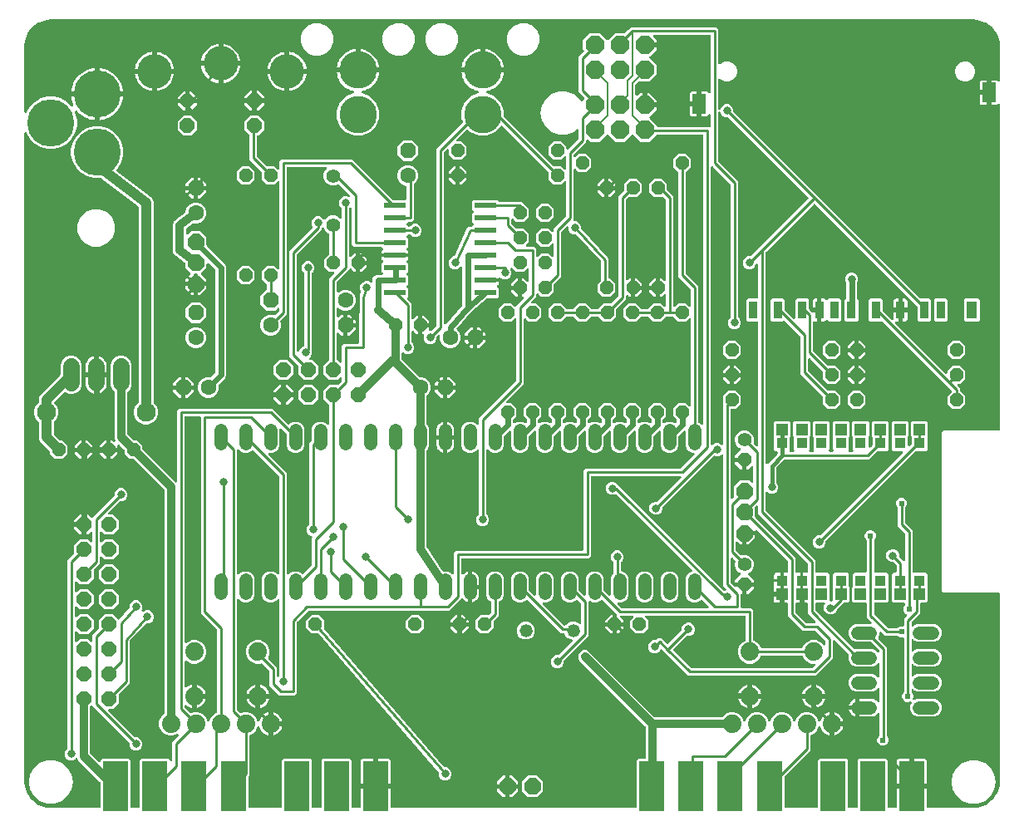
<source format=gtl>
G04 EAGLE Gerber RS-274X export*
G75*
%MOMM*%
%FSLAX34Y34*%
%LPD*%
%INTop Copper*%
%IPPOS*%
%AMOC8*
5,1,8,0,0,1.08239X$1,22.5*%
G01*
%ADD10R,2.200000X0.600000*%
%ADD11P,1.429621X8X112.500000*%
%ADD12P,1.429621X8X292.500000*%
%ADD13C,1.320800*%
%ADD14P,1.732040X8X292.500000*%
%ADD15C,1.600200*%
%ADD16P,1.429621X8X202.500000*%
%ADD17P,1.429621X8X22.500000*%
%ADD18P,1.732040X8X22.500000*%
%ADD19C,1.422400*%
%ADD20C,4.800000*%
%ADD21C,1.930400*%
%ADD22C,1.320800*%
%ADD23R,2.540000X5.080000*%
%ADD24C,3.810000*%
%ADD25P,2.034460X8X22.500000*%
%ADD26C,1.879600*%
%ADD27P,1.814519X8X202.500000*%
%ADD28P,1.524005X8X22.500000*%
%ADD29P,1.632244X8X22.500000*%
%ADD30C,3.500000*%
%ADD31P,1.732040X8X112.500000*%
%ADD32P,1.814519X8X112.500000*%
%ADD33C,1.676400*%
%ADD34P,1.732040X8X202.500000*%
%ADD35P,1.649562X8X22.500000*%
%ADD36P,1.649562X8X292.500000*%
%ADD37R,0.900000X1.800000*%
%ADD38R,1.400000X2.000000*%
%ADD39R,1.100000X1.800000*%
%ADD40R,1.200000X1.200000*%
%ADD41R,1.200000X1.220000*%
%ADD42R,1.108000X1.108000*%
%ADD43P,1.539592X8X292.500000*%
%ADD44C,0.254000*%
%ADD45C,0.812800*%
%ADD46C,0.609600*%
%ADD47C,1.016000*%
%ADD48C,0.609600*%
%ADD49C,0.152400*%
%ADD50C,0.812800*%
%ADD51C,0.406400*%

G36*
X79508Y3191D02*
X79508Y3191D01*
X79627Y3198D01*
X79665Y3211D01*
X79706Y3216D01*
X79816Y3259D01*
X79929Y3296D01*
X79964Y3318D01*
X80001Y3333D01*
X80097Y3402D01*
X80198Y3466D01*
X80226Y3496D01*
X80259Y3519D01*
X80335Y3611D01*
X80416Y3698D01*
X80436Y3733D01*
X80461Y3764D01*
X80512Y3872D01*
X80570Y3976D01*
X80580Y4016D01*
X80597Y4052D01*
X80619Y4169D01*
X80649Y4284D01*
X80653Y4344D01*
X80657Y4364D01*
X80655Y4385D01*
X80659Y4445D01*
X80659Y28854D01*
X80647Y28953D01*
X80644Y29052D01*
X80627Y29110D01*
X80619Y29170D01*
X80583Y29262D01*
X80555Y29357D01*
X80525Y29409D01*
X80502Y29466D01*
X80444Y29546D01*
X80394Y29631D01*
X80328Y29707D01*
X80316Y29723D01*
X80306Y29731D01*
X80288Y29752D01*
X57901Y52139D01*
X57444Y53242D01*
X57419Y53285D01*
X57403Y53332D01*
X57341Y53422D01*
X57286Y53518D01*
X57252Y53554D01*
X57224Y53595D01*
X57142Y53667D01*
X57065Y53746D01*
X57023Y53772D01*
X56986Y53805D01*
X56888Y53855D01*
X56794Y53912D01*
X56747Y53927D01*
X56702Y53950D01*
X56595Y53974D01*
X56490Y54006D01*
X56440Y54008D01*
X56392Y54019D01*
X56282Y54016D01*
X56172Y54021D01*
X56124Y54011D01*
X56074Y54010D01*
X55968Y53979D01*
X55861Y53957D01*
X55816Y53935D01*
X55769Y53921D01*
X55674Y53866D01*
X55575Y53817D01*
X55537Y53785D01*
X55495Y53760D01*
X55374Y53653D01*
X54541Y52821D01*
X52114Y51815D01*
X49486Y51815D01*
X47059Y52821D01*
X45201Y54679D01*
X44195Y57106D01*
X44195Y59734D01*
X45201Y62161D01*
X46618Y63578D01*
X46678Y63656D01*
X46746Y63728D01*
X46775Y63781D01*
X46812Y63829D01*
X46852Y63920D01*
X46900Y64007D01*
X46915Y64065D01*
X46939Y64121D01*
X46954Y64219D01*
X46979Y64315D01*
X46985Y64415D01*
X46989Y64435D01*
X46987Y64448D01*
X46989Y64476D01*
X46989Y255578D01*
X52968Y261557D01*
X53028Y261635D01*
X53096Y261707D01*
X53125Y261760D01*
X53162Y261808D01*
X53202Y261899D01*
X53250Y261986D01*
X53265Y262044D01*
X53289Y262100D01*
X53304Y262198D01*
X53329Y262294D01*
X53335Y262394D01*
X53339Y262414D01*
X53337Y262426D01*
X53339Y262454D01*
X53339Y270909D01*
X59291Y276861D01*
X67709Y276861D01*
X70223Y274347D01*
X70332Y274262D01*
X70439Y274173D01*
X70458Y274164D01*
X70474Y274152D01*
X70602Y274097D01*
X70727Y274037D01*
X70747Y274034D01*
X70766Y274026D01*
X70904Y274004D01*
X71040Y273978D01*
X71060Y273979D01*
X71080Y273976D01*
X71219Y273989D01*
X71357Y273997D01*
X71376Y274004D01*
X71396Y274006D01*
X71528Y274053D01*
X71659Y274095D01*
X71677Y274106D01*
X71696Y274113D01*
X71811Y274191D01*
X71928Y274266D01*
X71942Y274280D01*
X71959Y274292D01*
X72051Y274396D01*
X72146Y274497D01*
X72156Y274515D01*
X72169Y274530D01*
X72233Y274654D01*
X72300Y274776D01*
X72305Y274795D01*
X72314Y274813D01*
X72344Y274949D01*
X72379Y275084D01*
X72381Y275112D01*
X72384Y275124D01*
X72383Y275144D01*
X72389Y275244D01*
X72389Y283556D01*
X72372Y283693D01*
X72359Y283832D01*
X72352Y283851D01*
X72349Y283871D01*
X72298Y284000D01*
X72251Y284131D01*
X72240Y284148D01*
X72232Y284167D01*
X72151Y284279D01*
X72073Y284394D01*
X72057Y284408D01*
X72046Y284424D01*
X71938Y284513D01*
X71834Y284605D01*
X71816Y284614D01*
X71801Y284627D01*
X71675Y284686D01*
X71551Y284749D01*
X71531Y284754D01*
X71513Y284763D01*
X71377Y284789D01*
X71241Y284819D01*
X71220Y284818D01*
X71201Y284822D01*
X71062Y284814D01*
X70923Y284809D01*
X70903Y284804D01*
X70883Y284803D01*
X70751Y284760D01*
X70617Y284721D01*
X70600Y284711D01*
X70581Y284705D01*
X70463Y284630D01*
X70343Y284559D01*
X70322Y284541D01*
X70312Y284534D01*
X70298Y284519D01*
X70223Y284453D01*
X67709Y281939D01*
X66039Y281939D01*
X66039Y290830D01*
X66024Y290948D01*
X66017Y291067D01*
X66004Y291105D01*
X65999Y291145D01*
X65956Y291256D01*
X65919Y291369D01*
X65897Y291403D01*
X65882Y291441D01*
X65812Y291537D01*
X65749Y291638D01*
X65719Y291666D01*
X65695Y291698D01*
X65604Y291774D01*
X65517Y291856D01*
X65482Y291875D01*
X65451Y291901D01*
X65343Y291952D01*
X65239Y292009D01*
X65199Y292020D01*
X65163Y292037D01*
X65046Y292059D01*
X64931Y292089D01*
X64870Y292093D01*
X64850Y292097D01*
X64830Y292095D01*
X64770Y292099D01*
X63499Y292099D01*
X63499Y292101D01*
X64770Y292101D01*
X64888Y292116D01*
X65007Y292123D01*
X65045Y292136D01*
X65085Y292141D01*
X65196Y292185D01*
X65309Y292221D01*
X65344Y292243D01*
X65381Y292258D01*
X65477Y292328D01*
X65578Y292391D01*
X65606Y292421D01*
X65639Y292445D01*
X65714Y292536D01*
X65796Y292623D01*
X65816Y292658D01*
X65841Y292690D01*
X65892Y292797D01*
X65950Y292902D01*
X65960Y292941D01*
X65977Y292977D01*
X65999Y293094D01*
X66029Y293209D01*
X66033Y293270D01*
X66037Y293290D01*
X66035Y293310D01*
X66039Y293370D01*
X66039Y302261D01*
X67709Y302261D01*
X70903Y299067D01*
X70997Y298994D01*
X71086Y298915D01*
X71122Y298897D01*
X71154Y298872D01*
X71263Y298825D01*
X71369Y298770D01*
X71409Y298762D01*
X71446Y298746D01*
X71563Y298727D01*
X71679Y298701D01*
X71720Y298702D01*
X71760Y298696D01*
X71878Y298707D01*
X71997Y298710D01*
X72036Y298722D01*
X72076Y298725D01*
X72189Y298766D01*
X72303Y298799D01*
X72338Y298819D01*
X72376Y298833D01*
X72474Y298900D01*
X72577Y298960D01*
X72622Y299000D01*
X72639Y299012D01*
X72652Y299027D01*
X72698Y299067D01*
X94624Y320993D01*
X94684Y321071D01*
X94752Y321143D01*
X94781Y321196D01*
X94818Y321244D01*
X94858Y321335D01*
X94906Y321422D01*
X94921Y321480D01*
X94945Y321536D01*
X94960Y321634D01*
X94985Y321730D01*
X94991Y321830D01*
X94995Y321850D01*
X94993Y321862D01*
X94995Y321890D01*
X94995Y323894D01*
X96001Y326321D01*
X97859Y328179D01*
X100286Y329185D01*
X102914Y329185D01*
X105341Y328179D01*
X107199Y326321D01*
X108205Y323894D01*
X108205Y321266D01*
X107199Y318839D01*
X105341Y316981D01*
X102914Y315975D01*
X100910Y315975D01*
X100812Y315963D01*
X100713Y315960D01*
X100655Y315943D01*
X100595Y315935D01*
X100503Y315899D01*
X100407Y315871D01*
X100355Y315841D01*
X100299Y315818D01*
X100219Y315760D01*
X100134Y315710D01*
X100058Y315644D01*
X100042Y315632D01*
X100034Y315622D01*
X100013Y315604D01*
X88837Y304427D01*
X88751Y304318D01*
X88663Y304211D01*
X88654Y304192D01*
X88642Y304176D01*
X88586Y304048D01*
X88527Y303923D01*
X88523Y303903D01*
X88515Y303884D01*
X88493Y303746D01*
X88467Y303610D01*
X88469Y303590D01*
X88466Y303570D01*
X88479Y303431D01*
X88487Y303293D01*
X88493Y303274D01*
X88495Y303254D01*
X88543Y303122D01*
X88585Y302991D01*
X88596Y302973D01*
X88603Y302954D01*
X88681Y302839D01*
X88755Y302722D01*
X88770Y302708D01*
X88782Y302691D01*
X88886Y302599D01*
X88987Y302504D01*
X89005Y302494D01*
X89020Y302481D01*
X89144Y302417D01*
X89266Y302350D01*
X89285Y302345D01*
X89303Y302336D01*
X89439Y302306D01*
X89573Y302271D01*
X89602Y302269D01*
X89613Y302266D01*
X89634Y302267D01*
X89734Y302261D01*
X93109Y302261D01*
X99061Y296309D01*
X99061Y287891D01*
X93109Y281939D01*
X84691Y281939D01*
X82177Y284453D01*
X82068Y284538D01*
X81961Y284627D01*
X81942Y284636D01*
X81926Y284648D01*
X81798Y284703D01*
X81673Y284763D01*
X81653Y284766D01*
X81634Y284774D01*
X81496Y284796D01*
X81360Y284822D01*
X81340Y284821D01*
X81320Y284824D01*
X81181Y284811D01*
X81043Y284803D01*
X81024Y284796D01*
X81004Y284794D01*
X80872Y284747D01*
X80741Y284705D01*
X80723Y284694D01*
X80704Y284687D01*
X80589Y284609D01*
X80472Y284534D01*
X80458Y284520D01*
X80441Y284508D01*
X80349Y284404D01*
X80254Y284303D01*
X80244Y284285D01*
X80231Y284270D01*
X80167Y284146D01*
X80100Y284024D01*
X80095Y284005D01*
X80086Y283987D01*
X80056Y283851D01*
X80021Y283716D01*
X80019Y283688D01*
X80016Y283676D01*
X80017Y283656D01*
X80011Y283556D01*
X80011Y275244D01*
X80028Y275107D01*
X80041Y274968D01*
X80048Y274949D01*
X80051Y274929D01*
X80102Y274800D01*
X80149Y274669D01*
X80160Y274652D01*
X80168Y274633D01*
X80249Y274521D01*
X80327Y274406D01*
X80343Y274392D01*
X80354Y274376D01*
X80462Y274287D01*
X80566Y274195D01*
X80584Y274186D01*
X80599Y274173D01*
X80725Y274114D01*
X80849Y274051D01*
X80869Y274046D01*
X80887Y274037D01*
X81023Y274011D01*
X81159Y273981D01*
X81180Y273982D01*
X81199Y273978D01*
X81338Y273986D01*
X81477Y273991D01*
X81497Y273996D01*
X81517Y273997D01*
X81649Y274040D01*
X81783Y274079D01*
X81800Y274089D01*
X81819Y274095D01*
X81937Y274170D01*
X82057Y274241D01*
X82078Y274259D01*
X82088Y274266D01*
X82102Y274281D01*
X82177Y274347D01*
X84691Y276861D01*
X93109Y276861D01*
X99061Y270909D01*
X99061Y262491D01*
X93109Y256539D01*
X84691Y256539D01*
X82177Y259053D01*
X82068Y259138D01*
X81961Y259227D01*
X81942Y259236D01*
X81926Y259248D01*
X81798Y259303D01*
X81673Y259363D01*
X81653Y259366D01*
X81634Y259374D01*
X81496Y259396D01*
X81360Y259422D01*
X81340Y259421D01*
X81320Y259424D01*
X81181Y259411D01*
X81043Y259403D01*
X81024Y259396D01*
X81004Y259394D01*
X80872Y259347D01*
X80741Y259305D01*
X80723Y259294D01*
X80704Y259287D01*
X80589Y259209D01*
X80472Y259134D01*
X80458Y259120D01*
X80441Y259108D01*
X80349Y259004D01*
X80254Y258903D01*
X80244Y258885D01*
X80231Y258870D01*
X80167Y258746D01*
X80100Y258624D01*
X80095Y258605D01*
X80086Y258587D01*
X80056Y258451D01*
X80021Y258316D01*
X80019Y258288D01*
X80016Y258276D01*
X80017Y258256D01*
X80011Y258156D01*
X80011Y252422D01*
X74032Y246443D01*
X73972Y246365D01*
X73904Y246293D01*
X73875Y246240D01*
X73838Y246192D01*
X73798Y246101D01*
X73750Y246014D01*
X73735Y245956D01*
X73711Y245900D01*
X73696Y245802D01*
X73671Y245706D01*
X73665Y245606D01*
X73661Y245586D01*
X73663Y245574D01*
X73661Y245546D01*
X73661Y237091D01*
X67709Y231139D01*
X59291Y231139D01*
X56777Y233653D01*
X56668Y233738D01*
X56561Y233827D01*
X56542Y233836D01*
X56526Y233848D01*
X56398Y233903D01*
X56273Y233963D01*
X56253Y233966D01*
X56234Y233974D01*
X56096Y233996D01*
X55960Y234022D01*
X55940Y234021D01*
X55920Y234024D01*
X55781Y234011D01*
X55643Y234003D01*
X55624Y233996D01*
X55604Y233994D01*
X55472Y233947D01*
X55341Y233905D01*
X55323Y233894D01*
X55304Y233887D01*
X55189Y233809D01*
X55072Y233734D01*
X55058Y233720D01*
X55041Y233708D01*
X54949Y233604D01*
X54854Y233503D01*
X54844Y233485D01*
X54831Y233470D01*
X54767Y233346D01*
X54700Y233224D01*
X54695Y233205D01*
X54686Y233187D01*
X54656Y233051D01*
X54621Y232916D01*
X54619Y232888D01*
X54616Y232876D01*
X54617Y232856D01*
X54611Y232756D01*
X54611Y224444D01*
X54628Y224307D01*
X54641Y224168D01*
X54648Y224149D01*
X54651Y224129D01*
X54702Y224000D01*
X54749Y223869D01*
X54760Y223852D01*
X54768Y223833D01*
X54849Y223721D01*
X54927Y223606D01*
X54943Y223592D01*
X54954Y223576D01*
X55062Y223487D01*
X55166Y223395D01*
X55184Y223386D01*
X55199Y223373D01*
X55325Y223314D01*
X55449Y223251D01*
X55469Y223246D01*
X55487Y223237D01*
X55623Y223211D01*
X55759Y223181D01*
X55780Y223182D01*
X55799Y223178D01*
X55938Y223186D01*
X56077Y223191D01*
X56097Y223196D01*
X56117Y223197D01*
X56249Y223240D01*
X56383Y223279D01*
X56400Y223289D01*
X56419Y223295D01*
X56537Y223370D01*
X56657Y223441D01*
X56678Y223459D01*
X56688Y223466D01*
X56702Y223481D01*
X56777Y223547D01*
X59291Y226061D01*
X67709Y226061D01*
X73661Y220109D01*
X73661Y211691D01*
X67709Y205739D01*
X59291Y205739D01*
X56777Y208253D01*
X56668Y208338D01*
X56561Y208427D01*
X56542Y208436D01*
X56526Y208448D01*
X56398Y208503D01*
X56273Y208563D01*
X56253Y208566D01*
X56234Y208574D01*
X56096Y208596D01*
X55960Y208622D01*
X55940Y208621D01*
X55920Y208624D01*
X55781Y208611D01*
X55643Y208603D01*
X55624Y208596D01*
X55604Y208594D01*
X55472Y208547D01*
X55341Y208505D01*
X55323Y208494D01*
X55304Y208487D01*
X55189Y208409D01*
X55072Y208334D01*
X55058Y208320D01*
X55041Y208308D01*
X54949Y208204D01*
X54854Y208103D01*
X54844Y208085D01*
X54831Y208070D01*
X54767Y207946D01*
X54700Y207824D01*
X54695Y207805D01*
X54686Y207787D01*
X54656Y207651D01*
X54621Y207516D01*
X54619Y207488D01*
X54616Y207476D01*
X54617Y207456D01*
X54611Y207356D01*
X54611Y199044D01*
X54628Y198907D01*
X54641Y198768D01*
X54648Y198749D01*
X54651Y198729D01*
X54702Y198600D01*
X54749Y198469D01*
X54760Y198452D01*
X54768Y198433D01*
X54849Y198321D01*
X54927Y198206D01*
X54943Y198192D01*
X54954Y198176D01*
X55062Y198087D01*
X55166Y197995D01*
X55184Y197986D01*
X55199Y197973D01*
X55325Y197914D01*
X55449Y197851D01*
X55469Y197846D01*
X55487Y197837D01*
X55623Y197811D01*
X55759Y197781D01*
X55780Y197782D01*
X55799Y197778D01*
X55938Y197786D01*
X56077Y197791D01*
X56097Y197796D01*
X56117Y197797D01*
X56249Y197840D01*
X56383Y197879D01*
X56400Y197889D01*
X56419Y197895D01*
X56537Y197970D01*
X56657Y198041D01*
X56678Y198059D01*
X56688Y198066D01*
X56702Y198081D01*
X56777Y198147D01*
X59291Y200661D01*
X67709Y200661D01*
X73661Y194709D01*
X73661Y186291D01*
X67709Y180339D01*
X59291Y180339D01*
X56777Y182853D01*
X56668Y182938D01*
X56561Y183027D01*
X56542Y183036D01*
X56526Y183048D01*
X56398Y183103D01*
X56273Y183163D01*
X56253Y183166D01*
X56234Y183174D01*
X56096Y183196D01*
X55960Y183222D01*
X55940Y183221D01*
X55920Y183224D01*
X55781Y183211D01*
X55643Y183203D01*
X55624Y183196D01*
X55604Y183194D01*
X55472Y183147D01*
X55341Y183105D01*
X55323Y183094D01*
X55304Y183087D01*
X55189Y183009D01*
X55072Y182934D01*
X55058Y182920D01*
X55041Y182908D01*
X54949Y182804D01*
X54854Y182703D01*
X54844Y182685D01*
X54831Y182670D01*
X54767Y182546D01*
X54700Y182424D01*
X54695Y182405D01*
X54686Y182387D01*
X54656Y182251D01*
X54621Y182116D01*
X54619Y182088D01*
X54616Y182076D01*
X54617Y182056D01*
X54611Y181956D01*
X54611Y173644D01*
X54628Y173507D01*
X54641Y173368D01*
X54648Y173349D01*
X54651Y173329D01*
X54702Y173200D01*
X54749Y173069D01*
X54760Y173052D01*
X54768Y173033D01*
X54849Y172921D01*
X54927Y172806D01*
X54943Y172792D01*
X54954Y172776D01*
X55062Y172687D01*
X55166Y172595D01*
X55184Y172586D01*
X55199Y172573D01*
X55325Y172514D01*
X55449Y172451D01*
X55469Y172446D01*
X55487Y172437D01*
X55623Y172411D01*
X55759Y172381D01*
X55780Y172382D01*
X55799Y172378D01*
X55938Y172386D01*
X56077Y172391D01*
X56097Y172396D01*
X56117Y172397D01*
X56249Y172440D01*
X56383Y172479D01*
X56400Y172489D01*
X56419Y172495D01*
X56537Y172570D01*
X56657Y172641D01*
X56678Y172659D01*
X56688Y172666D01*
X56702Y172681D01*
X56777Y172747D01*
X59291Y175261D01*
X67709Y175261D01*
X70223Y172747D01*
X70332Y172662D01*
X70439Y172573D01*
X70458Y172564D01*
X70474Y172552D01*
X70602Y172497D01*
X70727Y172437D01*
X70747Y172434D01*
X70766Y172426D01*
X70904Y172404D01*
X71040Y172378D01*
X71060Y172379D01*
X71080Y172376D01*
X71219Y172389D01*
X71357Y172397D01*
X71376Y172404D01*
X71396Y172406D01*
X71528Y172453D01*
X71659Y172495D01*
X71677Y172506D01*
X71696Y172513D01*
X71811Y172591D01*
X71928Y172666D01*
X71942Y172680D01*
X71959Y172692D01*
X72051Y172796D01*
X72146Y172897D01*
X72156Y172915D01*
X72169Y172930D01*
X72233Y173054D01*
X72300Y173176D01*
X72305Y173195D01*
X72314Y173213D01*
X72344Y173349D01*
X72379Y173484D01*
X72381Y173512D01*
X72384Y173524D01*
X72383Y173544D01*
X72389Y173644D01*
X72389Y179378D01*
X78368Y185357D01*
X78428Y185435D01*
X78496Y185507D01*
X78525Y185560D01*
X78562Y185608D01*
X78602Y185699D01*
X78650Y185786D01*
X78665Y185844D01*
X78689Y185900D01*
X78704Y185998D01*
X78729Y186093D01*
X78735Y186194D01*
X78739Y186214D01*
X78737Y186226D01*
X78739Y186254D01*
X78739Y194709D01*
X84691Y200661D01*
X93109Y200661D01*
X98212Y195558D01*
X98328Y195468D01*
X98441Y195376D01*
X98453Y195371D01*
X98463Y195363D01*
X98598Y195304D01*
X98731Y195244D01*
X98743Y195241D01*
X98755Y195236D01*
X98900Y195213D01*
X99044Y195188D01*
X99056Y195189D01*
X99069Y195187D01*
X99215Y195200D01*
X99361Y195211D01*
X99373Y195215D01*
X99386Y195216D01*
X99524Y195266D01*
X99662Y195313D01*
X99673Y195320D01*
X99685Y195324D01*
X99806Y195406D01*
X99929Y195486D01*
X99941Y195498D01*
X99948Y195503D01*
X99959Y195515D01*
X100045Y195597D01*
X109902Y206350D01*
X109943Y206409D01*
X109992Y206461D01*
X110035Y206538D01*
X110085Y206610D01*
X110111Y206677D01*
X110146Y206739D01*
X110168Y206825D01*
X110199Y206907D01*
X110207Y206978D01*
X110225Y207047D01*
X110235Y207208D01*
X110235Y209594D01*
X111241Y212021D01*
X113099Y213879D01*
X115526Y214885D01*
X118154Y214885D01*
X120581Y213879D01*
X122439Y212021D01*
X123445Y209594D01*
X123445Y206966D01*
X122769Y205336D01*
X122733Y205201D01*
X122692Y205069D01*
X122691Y205049D01*
X122685Y205029D01*
X122683Y204890D01*
X122677Y204751D01*
X122681Y204731D01*
X122680Y204711D01*
X122713Y204575D01*
X122741Y204440D01*
X122750Y204422D01*
X122754Y204402D01*
X122820Y204279D01*
X122881Y204154D01*
X122894Y204138D01*
X122903Y204121D01*
X122997Y204018D01*
X123087Y203912D01*
X123103Y203900D01*
X123117Y203885D01*
X123233Y203809D01*
X123347Y203729D01*
X123366Y203722D01*
X123383Y203711D01*
X123514Y203665D01*
X123644Y203616D01*
X123665Y203614D01*
X123684Y203607D01*
X123822Y203596D01*
X123960Y203581D01*
X123980Y203584D01*
X124001Y203582D01*
X124138Y203606D01*
X124275Y203625D01*
X124302Y203634D01*
X124314Y203636D01*
X124333Y203645D01*
X124428Y203677D01*
X126956Y204725D01*
X129584Y204725D01*
X132011Y203719D01*
X133869Y201861D01*
X134875Y199434D01*
X134875Y196806D01*
X133869Y194379D01*
X132011Y192521D01*
X129584Y191515D01*
X127891Y191515D01*
X127769Y191500D01*
X127647Y191492D01*
X127612Y191480D01*
X127575Y191475D01*
X127461Y191430D01*
X127345Y191392D01*
X127314Y191372D01*
X127280Y191358D01*
X127181Y191287D01*
X127078Y191220D01*
X127038Y191183D01*
X127022Y191172D01*
X127009Y191155D01*
X126961Y191110D01*
X110830Y173738D01*
X110786Y173677D01*
X110734Y173621D01*
X110693Y173548D01*
X110644Y173480D01*
X110617Y173409D01*
X110580Y173343D01*
X110559Y173262D01*
X110529Y173183D01*
X110520Y173108D01*
X110501Y173035D01*
X110491Y172874D01*
X110491Y130502D01*
X99432Y119443D01*
X99372Y119365D01*
X99304Y119293D01*
X99275Y119240D01*
X99238Y119192D01*
X99198Y119101D01*
X99150Y119014D01*
X99135Y118956D01*
X99111Y118900D01*
X99096Y118802D01*
X99071Y118706D01*
X99065Y118606D01*
X99061Y118586D01*
X99063Y118574D01*
X99061Y118546D01*
X99061Y110091D01*
X93109Y104139D01*
X89734Y104139D01*
X89597Y104122D01*
X89458Y104109D01*
X89439Y104102D01*
X89419Y104099D01*
X89290Y104048D01*
X89159Y104001D01*
X89142Y103990D01*
X89123Y103982D01*
X89011Y103901D01*
X88895Y103823D01*
X88882Y103807D01*
X88866Y103796D01*
X88777Y103688D01*
X88685Y103584D01*
X88676Y103566D01*
X88663Y103551D01*
X88604Y103425D01*
X88540Y103301D01*
X88536Y103281D01*
X88527Y103263D01*
X88501Y103127D01*
X88471Y102991D01*
X88471Y102970D01*
X88467Y102951D01*
X88476Y102812D01*
X88480Y102673D01*
X88486Y102653D01*
X88487Y102633D01*
X88530Y102501D01*
X88569Y102367D01*
X88579Y102350D01*
X88585Y102331D01*
X88660Y102213D01*
X88730Y102093D01*
X88749Y102072D01*
X88755Y102062D01*
X88770Y102048D01*
X88837Y101973D01*
X115253Y75556D01*
X115331Y75496D01*
X115403Y75428D01*
X115456Y75399D01*
X115504Y75362D01*
X115595Y75322D01*
X115682Y75274D01*
X115740Y75259D01*
X115796Y75235D01*
X115894Y75220D01*
X115989Y75195D01*
X116090Y75189D01*
X116110Y75185D01*
X116122Y75187D01*
X116150Y75185D01*
X118154Y75185D01*
X120581Y74179D01*
X122439Y72321D01*
X123445Y69894D01*
X123445Y67266D01*
X122439Y64839D01*
X120581Y62981D01*
X118154Y61975D01*
X115526Y61975D01*
X113099Y62981D01*
X111241Y64839D01*
X110235Y67266D01*
X110235Y69270D01*
X110223Y69368D01*
X110220Y69467D01*
X110203Y69525D01*
X110195Y69585D01*
X110159Y69677D01*
X110131Y69773D01*
X110101Y69825D01*
X110078Y69881D01*
X110020Y69961D01*
X109970Y70046D01*
X109904Y70122D01*
X109892Y70138D01*
X109882Y70146D01*
X109864Y70167D01*
X74993Y105038D01*
X72698Y107333D01*
X72604Y107406D01*
X72514Y107485D01*
X72478Y107503D01*
X72446Y107528D01*
X72337Y107575D01*
X72231Y107630D01*
X72192Y107638D01*
X72155Y107654D01*
X72037Y107673D01*
X71921Y107699D01*
X71880Y107698D01*
X71840Y107704D01*
X71722Y107693D01*
X71603Y107690D01*
X71564Y107678D01*
X71524Y107675D01*
X71412Y107634D01*
X71297Y107601D01*
X71263Y107581D01*
X71225Y107567D01*
X71126Y107500D01*
X71024Y107440D01*
X70978Y107400D01*
X70961Y107388D01*
X70948Y107373D01*
X70903Y107333D01*
X70477Y106907D01*
X70416Y106829D01*
X70348Y106757D01*
X70319Y106704D01*
X70282Y106656D01*
X70242Y106565D01*
X70194Y106478D01*
X70179Y106420D01*
X70155Y106364D01*
X70140Y106266D01*
X70115Y106170D01*
X70109Y106073D01*
X70107Y106065D01*
X70107Y106063D01*
X70105Y106050D01*
X70107Y106038D01*
X70105Y106010D01*
X70105Y59142D01*
X70117Y59043D01*
X70120Y58944D01*
X70137Y58886D01*
X70145Y58826D01*
X70181Y58734D01*
X70209Y58639D01*
X70239Y58587D01*
X70262Y58530D01*
X70320Y58450D01*
X70370Y58365D01*
X70436Y58289D01*
X70448Y58273D01*
X70458Y58265D01*
X70476Y58244D01*
X78493Y50228D01*
X78602Y50143D01*
X78709Y50054D01*
X78728Y50045D01*
X78744Y50033D01*
X78872Y49978D01*
X78997Y49919D01*
X79017Y49915D01*
X79036Y49907D01*
X79174Y49885D01*
X79310Y49859D01*
X79330Y49860D01*
X79350Y49857D01*
X79489Y49870D01*
X79627Y49879D01*
X79646Y49885D01*
X79666Y49887D01*
X79798Y49934D01*
X79929Y49977D01*
X79947Y49987D01*
X79966Y49994D01*
X80081Y50072D01*
X80198Y50147D01*
X80212Y50161D01*
X80229Y50173D01*
X80321Y50277D01*
X80416Y50378D01*
X80426Y50396D01*
X80439Y50411D01*
X80503Y50535D01*
X80570Y50657D01*
X80575Y50676D01*
X80584Y50694D01*
X80614Y50830D01*
X80649Y50965D01*
X80651Y50993D01*
X80654Y51005D01*
X80653Y51025D01*
X80659Y51125D01*
X80659Y51852D01*
X82148Y53341D01*
X109652Y53341D01*
X111141Y51852D01*
X111141Y4445D01*
X111156Y4327D01*
X111163Y4208D01*
X111176Y4170D01*
X111181Y4129D01*
X111224Y4019D01*
X111261Y3906D01*
X111283Y3871D01*
X111298Y3834D01*
X111367Y3738D01*
X111431Y3637D01*
X111461Y3609D01*
X111484Y3576D01*
X111576Y3500D01*
X111663Y3419D01*
X111698Y3399D01*
X111729Y3374D01*
X111837Y3323D01*
X111941Y3265D01*
X111981Y3255D01*
X112017Y3238D01*
X112134Y3216D01*
X112249Y3186D01*
X112309Y3182D01*
X112329Y3178D01*
X112350Y3180D01*
X112410Y3176D01*
X119390Y3176D01*
X119508Y3191D01*
X119627Y3198D01*
X119665Y3211D01*
X119706Y3216D01*
X119816Y3259D01*
X119929Y3296D01*
X119964Y3318D01*
X120001Y3333D01*
X120097Y3402D01*
X120198Y3466D01*
X120226Y3496D01*
X120259Y3519D01*
X120335Y3611D01*
X120416Y3698D01*
X120436Y3733D01*
X120461Y3764D01*
X120512Y3872D01*
X120570Y3976D01*
X120580Y4016D01*
X120597Y4052D01*
X120619Y4169D01*
X120649Y4284D01*
X120653Y4344D01*
X120657Y4364D01*
X120655Y4385D01*
X120659Y4445D01*
X120659Y51852D01*
X122148Y53341D01*
X149652Y53341D01*
X151503Y51491D01*
X151612Y51405D01*
X151719Y51317D01*
X151738Y51308D01*
X151754Y51296D01*
X151882Y51240D01*
X152007Y51181D01*
X152027Y51177D01*
X152046Y51169D01*
X152184Y51147D01*
X152320Y51121D01*
X152340Y51123D01*
X152360Y51119D01*
X152499Y51133D01*
X152637Y51141D01*
X152656Y51147D01*
X152676Y51149D01*
X152808Y51196D01*
X152939Y51239D01*
X152957Y51250D01*
X152976Y51257D01*
X153091Y51335D01*
X153208Y51409D01*
X153222Y51424D01*
X153239Y51435D01*
X153331Y51540D01*
X153426Y51641D01*
X153436Y51659D01*
X153449Y51674D01*
X153513Y51798D01*
X153580Y51919D01*
X153585Y51939D01*
X153594Y51957D01*
X153624Y52093D01*
X153659Y52227D01*
X153661Y52255D01*
X153664Y52267D01*
X153663Y52288D01*
X153669Y52388D01*
X153669Y70158D01*
X159989Y76478D01*
X160032Y76533D01*
X160082Y76582D01*
X160129Y76658D01*
X160184Y76729D01*
X160211Y76793D01*
X160248Y76853D01*
X160274Y76938D01*
X160310Y77021D01*
X160321Y77090D01*
X160341Y77157D01*
X160346Y77246D01*
X160360Y77335D01*
X160353Y77405D01*
X160357Y77474D01*
X160338Y77562D01*
X160330Y77652D01*
X160306Y77718D01*
X160292Y77786D01*
X160253Y77866D01*
X160222Y77951D01*
X160183Y78009D01*
X160153Y78071D01*
X160094Y78140D01*
X160044Y78214D01*
X159991Y78260D01*
X159946Y78313D01*
X159873Y78365D01*
X159805Y78425D01*
X159743Y78456D01*
X159686Y78497D01*
X159602Y78528D01*
X159522Y78569D01*
X159454Y78585D01*
X159389Y78609D01*
X159299Y78619D01*
X159212Y78639D01*
X159142Y78637D01*
X159073Y78645D01*
X158984Y78632D01*
X158894Y78629D01*
X158827Y78610D01*
X158758Y78600D01*
X158605Y78548D01*
X154775Y76961D01*
X150025Y76961D01*
X145637Y78779D01*
X142279Y82137D01*
X140461Y86525D01*
X140461Y91275D01*
X142279Y95663D01*
X145424Y98807D01*
X145484Y98886D01*
X145552Y98958D01*
X145581Y99011D01*
X145618Y99059D01*
X145658Y99150D01*
X145706Y99236D01*
X145721Y99295D01*
X145745Y99351D01*
X145760Y99449D01*
X145785Y99544D01*
X145791Y99644D01*
X145795Y99665D01*
X145793Y99677D01*
X145795Y99705D01*
X145795Y326938D01*
X145783Y327037D01*
X145780Y327136D01*
X145763Y327194D01*
X145755Y327254D01*
X145719Y327346D01*
X145691Y327441D01*
X145661Y327493D01*
X145638Y327550D01*
X145580Y327630D01*
X145530Y327715D01*
X145464Y327791D01*
X145452Y327807D01*
X145442Y327815D01*
X145424Y327836D01*
X114476Y358784D01*
X114398Y358844D01*
X114326Y358912D01*
X114273Y358941D01*
X114225Y358978D01*
X114134Y359018D01*
X114047Y359066D01*
X113989Y359081D01*
X113933Y359105D01*
X113835Y359120D01*
X113739Y359145D01*
X113639Y359151D01*
X113619Y359155D01*
X113606Y359153D01*
X113578Y359155D01*
X110512Y359155D01*
X105155Y364512D01*
X105155Y367578D01*
X105143Y367677D01*
X105140Y367776D01*
X105123Y367834D01*
X105115Y367894D01*
X105079Y367986D01*
X105051Y368081D01*
X105021Y368133D01*
X104998Y368190D01*
X104940Y368270D01*
X104890Y368355D01*
X104824Y368431D01*
X104812Y368447D01*
X104802Y368455D01*
X104784Y368476D01*
X100211Y373048D01*
X100102Y373133D01*
X99995Y373222D01*
X99976Y373231D01*
X99960Y373243D01*
X99832Y373298D01*
X99707Y373357D01*
X99687Y373361D01*
X99668Y373369D01*
X99530Y373391D01*
X99394Y373417D01*
X99374Y373416D01*
X99354Y373419D01*
X99215Y373406D01*
X99077Y373397D01*
X99058Y373391D01*
X99038Y373389D01*
X98906Y373342D01*
X98775Y373299D01*
X98757Y373289D01*
X98738Y373282D01*
X98623Y373204D01*
X98506Y373129D01*
X98492Y373115D01*
X98475Y373103D01*
X98383Y372999D01*
X98288Y372898D01*
X98278Y372880D01*
X98265Y372865D01*
X98201Y372741D01*
X98134Y372619D01*
X98129Y372600D01*
X98120Y372582D01*
X98090Y372446D01*
X98055Y372311D01*
X98053Y372283D01*
X98050Y372271D01*
X98051Y372251D01*
X98045Y372151D01*
X98045Y370331D01*
X90931Y370331D01*
X90931Y377445D01*
X92688Y377445D01*
X93700Y376433D01*
X93755Y376390D01*
X93804Y376340D01*
X93880Y376293D01*
X93951Y376238D01*
X94015Y376210D01*
X94075Y376174D01*
X94160Y376147D01*
X94243Y376111D01*
X94312Y376100D01*
X94379Y376080D01*
X94468Y376076D01*
X94557Y376062D01*
X94627Y376068D01*
X94696Y376065D01*
X94784Y376083D01*
X94874Y376091D01*
X94939Y376115D01*
X95008Y376129D01*
X95088Y376169D01*
X95173Y376199D01*
X95231Y376238D01*
X95293Y376269D01*
X95362Y376327D01*
X95436Y376378D01*
X95482Y376430D01*
X95535Y376475D01*
X95587Y376549D01*
X95647Y376616D01*
X95678Y376678D01*
X95718Y376735D01*
X95750Y376819D01*
X95791Y376899D01*
X95806Y376967D01*
X95831Y377033D01*
X95841Y377122D01*
X95861Y377210D01*
X95859Y377279D01*
X95866Y377349D01*
X95854Y377438D01*
X95851Y377527D01*
X95832Y377595D01*
X95822Y377664D01*
X95770Y377816D01*
X94995Y379686D01*
X94995Y426750D01*
X94983Y426848D01*
X94980Y426947D01*
X94963Y427005D01*
X94955Y427065D01*
X94919Y427158D01*
X94891Y427253D01*
X94861Y427305D01*
X94838Y427361D01*
X94780Y427441D01*
X94730Y427527D01*
X94664Y427602D01*
X94652Y427619D01*
X94642Y427626D01*
X94624Y427647D01*
X92340Y429931D01*
X90677Y433945D01*
X90677Y455055D01*
X92340Y459069D01*
X95413Y462142D01*
X99427Y463805D01*
X103773Y463805D01*
X107787Y462142D01*
X110860Y459069D01*
X112523Y455055D01*
X112523Y433945D01*
X110860Y429931D01*
X108576Y427647D01*
X108516Y427569D01*
X108448Y427497D01*
X108419Y427444D01*
X108382Y427396D01*
X108342Y427305D01*
X108294Y427219D01*
X108279Y427160D01*
X108255Y427104D01*
X108240Y427006D01*
X108215Y426911D01*
X108209Y426811D01*
X108205Y426790D01*
X108207Y426778D01*
X108205Y426750D01*
X108205Y384262D01*
X108217Y384163D01*
X108220Y384064D01*
X108237Y384006D01*
X108245Y383946D01*
X108281Y383854D01*
X108309Y383759D01*
X108339Y383707D01*
X108362Y383650D01*
X108420Y383570D01*
X108470Y383485D01*
X108536Y383409D01*
X108548Y383393D01*
X108558Y383385D01*
X108576Y383364D01*
X114124Y377816D01*
X114202Y377756D01*
X114274Y377688D01*
X114327Y377659D01*
X114375Y377622D01*
X114466Y377582D01*
X114553Y377534D01*
X114611Y377519D01*
X114667Y377495D01*
X114765Y377480D01*
X114861Y377455D01*
X114961Y377449D01*
X114981Y377445D01*
X114994Y377447D01*
X115022Y377445D01*
X118088Y377445D01*
X123445Y372088D01*
X123445Y369022D01*
X123457Y368923D01*
X123460Y368824D01*
X123477Y368766D01*
X123485Y368706D01*
X123521Y368614D01*
X123549Y368519D01*
X123579Y368467D01*
X123602Y368410D01*
X123660Y368330D01*
X123710Y368245D01*
X123776Y368169D01*
X123788Y368153D01*
X123798Y368145D01*
X123816Y368124D01*
X156583Y335358D01*
X156692Y335273D01*
X156799Y335184D01*
X156818Y335175D01*
X156834Y335163D01*
X156962Y335108D01*
X157087Y335049D01*
X157107Y335045D01*
X157126Y335037D01*
X157264Y335015D01*
X157400Y334989D01*
X157420Y334990D01*
X157440Y334987D01*
X157579Y335000D01*
X157717Y335009D01*
X157736Y335015D01*
X157756Y335017D01*
X157888Y335064D01*
X158019Y335107D01*
X158037Y335117D01*
X158056Y335124D01*
X158171Y335202D01*
X158288Y335277D01*
X158302Y335291D01*
X158319Y335303D01*
X158411Y335407D01*
X158506Y335508D01*
X158516Y335526D01*
X158529Y335541D01*
X158593Y335665D01*
X158660Y335787D01*
X158665Y335806D01*
X158674Y335824D01*
X158704Y335960D01*
X158739Y336095D01*
X158741Y336123D01*
X158744Y336135D01*
X158743Y336155D01*
X158749Y336255D01*
X158749Y407978D01*
X160982Y410211D01*
X255578Y410211D01*
X258182Y407607D01*
X271429Y394360D01*
X271523Y394287D01*
X271612Y394209D01*
X271648Y394190D01*
X271680Y394165D01*
X271790Y394118D01*
X271895Y394064D01*
X271935Y394055D01*
X271972Y394039D01*
X272090Y394020D01*
X272206Y393994D01*
X272246Y393996D01*
X272286Y393989D01*
X272405Y394000D01*
X272524Y394004D01*
X272562Y394015D01*
X272603Y394019D01*
X272715Y394059D01*
X272829Y394092D01*
X272864Y394113D01*
X272902Y394127D01*
X273001Y394194D01*
X273103Y394254D01*
X273148Y394294D01*
X273165Y394305D01*
X273179Y394321D01*
X273224Y394360D01*
X274220Y395357D01*
X277581Y396749D01*
X281219Y396749D01*
X284580Y395357D01*
X287153Y392784D01*
X288545Y389423D01*
X288545Y372577D01*
X287153Y369216D01*
X284580Y366643D01*
X281219Y365251D01*
X277581Y365251D01*
X274220Y366643D01*
X271647Y369216D01*
X270255Y372577D01*
X270255Y384230D01*
X270243Y384328D01*
X270240Y384427D01*
X270223Y384485D01*
X270215Y384545D01*
X270179Y384637D01*
X270151Y384733D01*
X270121Y384785D01*
X270098Y384841D01*
X270040Y384921D01*
X269990Y385006D01*
X269924Y385082D01*
X269912Y385098D01*
X269902Y385106D01*
X269884Y385127D01*
X265311Y389699D01*
X265202Y389785D01*
X265095Y389873D01*
X265076Y389882D01*
X265060Y389894D01*
X264932Y389950D01*
X264807Y390009D01*
X264787Y390013D01*
X264768Y390021D01*
X264630Y390043D01*
X264494Y390069D01*
X264474Y390067D01*
X264454Y390070D01*
X264315Y390057D01*
X264177Y390049D01*
X264158Y390043D01*
X264138Y390041D01*
X264006Y389993D01*
X263875Y389951D01*
X263857Y389940D01*
X263838Y389933D01*
X263723Y389855D01*
X263606Y389781D01*
X263592Y389766D01*
X263575Y389754D01*
X263483Y389650D01*
X263388Y389549D01*
X263378Y389531D01*
X263365Y389516D01*
X263301Y389392D01*
X263234Y389270D01*
X263229Y389251D01*
X263220Y389233D01*
X263190Y389097D01*
X263155Y388963D01*
X263153Y388934D01*
X263150Y388923D01*
X263151Y388902D01*
X263145Y388802D01*
X263145Y372577D01*
X261753Y369216D01*
X259180Y366643D01*
X255819Y365251D01*
X252802Y365251D01*
X252665Y365234D01*
X252526Y365221D01*
X252507Y365214D01*
X252487Y365211D01*
X252358Y365160D01*
X252227Y365113D01*
X252210Y365102D01*
X252191Y365094D01*
X252079Y365013D01*
X251963Y364935D01*
X251950Y364919D01*
X251934Y364908D01*
X251845Y364800D01*
X251753Y364696D01*
X251744Y364678D01*
X251731Y364663D01*
X251672Y364537D01*
X251608Y364413D01*
X251604Y364393D01*
X251595Y364375D01*
X251569Y364239D01*
X251539Y364103D01*
X251539Y364082D01*
X251535Y364063D01*
X251544Y363924D01*
X251548Y363785D01*
X251554Y363765D01*
X251555Y363745D01*
X251598Y363613D01*
X251637Y363479D01*
X251647Y363462D01*
X251653Y363443D01*
X251728Y363325D01*
X251798Y363205D01*
X251817Y363184D01*
X251823Y363174D01*
X251838Y363160D01*
X251905Y363085D01*
X267907Y347082D01*
X270511Y344478D01*
X270511Y242312D01*
X270528Y242174D01*
X270541Y242035D01*
X270548Y242016D01*
X270551Y241996D01*
X270602Y241867D01*
X270649Y241736D01*
X270660Y241719D01*
X270668Y241700D01*
X270749Y241588D01*
X270827Y241473D01*
X270843Y241459D01*
X270854Y241443D01*
X270962Y241354D01*
X271066Y241262D01*
X271084Y241253D01*
X271099Y241240D01*
X271225Y241181D01*
X271349Y241118D01*
X271369Y241113D01*
X271387Y241105D01*
X271524Y241079D01*
X271659Y241048D01*
X271680Y241049D01*
X271699Y241045D01*
X271838Y241053D01*
X271977Y241058D01*
X271997Y241063D01*
X272017Y241065D01*
X272149Y241107D01*
X272283Y241146D01*
X272300Y241156D01*
X272319Y241163D01*
X272437Y241237D01*
X272557Y241308D01*
X272578Y241326D01*
X272588Y241333D01*
X272602Y241348D01*
X272677Y241414D01*
X274220Y242957D01*
X277581Y244349D01*
X281219Y244349D01*
X284580Y242957D01*
X285576Y241960D01*
X285670Y241888D01*
X285760Y241809D01*
X285796Y241790D01*
X285827Y241765D01*
X285937Y241718D01*
X286043Y241664D01*
X286082Y241655D01*
X286119Y241639D01*
X286237Y241620D01*
X286353Y241594D01*
X286393Y241596D01*
X286433Y241589D01*
X286552Y241600D01*
X286671Y241604D01*
X286710Y241615D01*
X286750Y241619D01*
X286862Y241659D01*
X286976Y241692D01*
X287011Y241713D01*
X287049Y241727D01*
X287148Y241794D01*
X287250Y241854D01*
X287296Y241894D01*
X287312Y241905D01*
X287326Y241921D01*
X287371Y241960D01*
X295538Y250127D01*
X295598Y250205D01*
X295666Y250277D01*
X295695Y250330D01*
X295732Y250378D01*
X295772Y250469D01*
X295820Y250556D01*
X295835Y250614D01*
X295859Y250670D01*
X295874Y250768D01*
X295899Y250864D01*
X295905Y250964D01*
X295909Y250984D01*
X295907Y250996D01*
X295909Y251024D01*
X295909Y278438D01*
X295951Y278480D01*
X295982Y278520D01*
X296019Y278553D01*
X296079Y278645D01*
X296146Y278732D01*
X296166Y278777D01*
X296193Y278819D01*
X296229Y278923D01*
X296273Y279024D01*
X296280Y279073D01*
X296296Y279120D01*
X296305Y279229D01*
X296322Y279338D01*
X296318Y279387D01*
X296322Y279437D01*
X296303Y279545D01*
X296293Y279654D01*
X296276Y279701D01*
X296267Y279750D01*
X296222Y279850D01*
X296185Y279954D01*
X296157Y279995D01*
X296137Y280040D01*
X296068Y280126D01*
X296006Y280217D01*
X295969Y280250D01*
X295938Y280288D01*
X295850Y280355D01*
X295768Y280427D01*
X295724Y280450D01*
X295684Y280480D01*
X295540Y280551D01*
X293439Y281421D01*
X291581Y283279D01*
X290575Y285706D01*
X290575Y288334D01*
X291581Y290761D01*
X292998Y292178D01*
X293058Y292256D01*
X293126Y292328D01*
X293155Y292381D01*
X293192Y292429D01*
X293232Y292520D01*
X293280Y292607D01*
X293295Y292665D01*
X293319Y292721D01*
X293334Y292819D01*
X293359Y292915D01*
X293365Y293015D01*
X293369Y293035D01*
X293367Y293048D01*
X293369Y293076D01*
X293369Y374958D01*
X295284Y376873D01*
X295344Y376951D01*
X295412Y377023D01*
X295441Y377076D01*
X295478Y377124D01*
X295518Y377215D01*
X295566Y377302D01*
X295581Y377360D01*
X295605Y377416D01*
X295620Y377514D01*
X295645Y377610D01*
X295651Y377710D01*
X295655Y377730D01*
X295653Y377742D01*
X295655Y377770D01*
X295655Y389423D01*
X297047Y392784D01*
X299620Y395357D01*
X302981Y396749D01*
X306619Y396749D01*
X309980Y395357D01*
X311523Y393814D01*
X311632Y393729D01*
X311739Y393640D01*
X311758Y393632D01*
X311774Y393619D01*
X311902Y393564D01*
X312027Y393505D01*
X312047Y393501D01*
X312066Y393493D01*
X312204Y393471D01*
X312340Y393445D01*
X312360Y393446D01*
X312380Y393443D01*
X312519Y393456D01*
X312657Y393465D01*
X312676Y393471D01*
X312696Y393473D01*
X312828Y393520D01*
X312959Y393563D01*
X312977Y393573D01*
X312996Y393580D01*
X313111Y393658D01*
X313228Y393733D01*
X313242Y393748D01*
X313259Y393759D01*
X313351Y393863D01*
X313446Y393964D01*
X313456Y393982D01*
X313469Y393997D01*
X313533Y394121D01*
X313600Y394243D01*
X313605Y394262D01*
X313614Y394281D01*
X313644Y394416D01*
X313679Y394551D01*
X313681Y394579D01*
X313684Y394591D01*
X313683Y394611D01*
X313689Y394712D01*
X313689Y413096D01*
X313677Y413194D01*
X313674Y413293D01*
X313657Y413351D01*
X313649Y413411D01*
X313613Y413503D01*
X313585Y413598D01*
X313555Y413650D01*
X313532Y413707D01*
X313474Y413787D01*
X313424Y413872D01*
X313358Y413948D01*
X313346Y413964D01*
X313336Y413972D01*
X313318Y413993D01*
X307339Y419971D01*
X307339Y428389D01*
X313291Y434341D01*
X321746Y434341D01*
X321844Y434353D01*
X321943Y434356D01*
X322001Y434373D01*
X322061Y434381D01*
X322153Y434417D01*
X322249Y434445D01*
X322301Y434475D01*
X322357Y434498D01*
X322437Y434556D01*
X322522Y434606D01*
X322598Y434672D01*
X322614Y434684D01*
X322622Y434694D01*
X322643Y434712D01*
X326018Y438087D01*
X326078Y438165D01*
X326146Y438237D01*
X326175Y438290D01*
X326212Y438338D01*
X326252Y438429D01*
X326300Y438516D01*
X326315Y438574D01*
X326339Y438630D01*
X326354Y438728D01*
X326379Y438824D01*
X326385Y438924D01*
X326389Y438944D01*
X326387Y438956D01*
X326389Y438984D01*
X326389Y441036D01*
X326372Y441173D01*
X326359Y441312D01*
X326352Y441331D01*
X326349Y441351D01*
X326298Y441480D01*
X326251Y441611D01*
X326240Y441628D01*
X326232Y441647D01*
X326151Y441759D01*
X326073Y441874D01*
X326057Y441888D01*
X326046Y441904D01*
X325938Y441993D01*
X325834Y442085D01*
X325816Y442094D01*
X325801Y442107D01*
X325675Y442166D01*
X325551Y442229D01*
X325531Y442234D01*
X325513Y442243D01*
X325377Y442269D01*
X325241Y442299D01*
X325220Y442298D01*
X325201Y442302D01*
X325062Y442294D01*
X324923Y442289D01*
X324903Y442284D01*
X324883Y442283D01*
X324751Y442240D01*
X324617Y442201D01*
X324600Y442191D01*
X324581Y442185D01*
X324463Y442110D01*
X324343Y442039D01*
X324322Y442021D01*
X324312Y442014D01*
X324298Y441999D01*
X324223Y441933D01*
X321709Y439419D01*
X313291Y439419D01*
X307339Y445371D01*
X307339Y453789D01*
X313318Y459767D01*
X313378Y459845D01*
X313446Y459917D01*
X313475Y459970D01*
X313512Y460018D01*
X313552Y460109D01*
X313600Y460196D01*
X313615Y460254D01*
X313639Y460310D01*
X313654Y460408D01*
X313679Y460504D01*
X313685Y460604D01*
X313689Y460624D01*
X313687Y460636D01*
X313689Y460664D01*
X313689Y542598D01*
X318579Y547489D01*
X318665Y547598D01*
X318753Y547705D01*
X318762Y547724D01*
X318774Y547740D01*
X318830Y547868D01*
X318889Y547993D01*
X318893Y548013D01*
X318901Y548032D01*
X318923Y548170D01*
X318949Y548306D01*
X318947Y548326D01*
X318950Y548346D01*
X318937Y548485D01*
X318929Y548623D01*
X318923Y548642D01*
X318921Y548662D01*
X318873Y548794D01*
X318831Y548925D01*
X318820Y548943D01*
X318813Y548962D01*
X318735Y549077D01*
X318661Y549194D01*
X318646Y549208D01*
X318634Y549225D01*
X318530Y549317D01*
X318429Y549412D01*
X318411Y549422D01*
X318396Y549435D01*
X318272Y549499D01*
X318150Y549566D01*
X318131Y549571D01*
X318113Y549580D01*
X317977Y549610D01*
X317843Y549645D01*
X317814Y549647D01*
X317803Y549650D01*
X317782Y549649D01*
X317682Y549655D01*
X313712Y549655D01*
X308355Y555012D01*
X308355Y562588D01*
X313318Y567550D01*
X313378Y567628D01*
X313446Y567700D01*
X313475Y567753D01*
X313512Y567801D01*
X313552Y567892D01*
X313600Y567979D01*
X313615Y568038D01*
X313639Y568093D01*
X313654Y568191D01*
X313679Y568287D01*
X313685Y568387D01*
X313689Y568407D01*
X313687Y568420D01*
X313689Y568448D01*
X313689Y587582D01*
X313686Y587612D01*
X313688Y587641D01*
X313666Y587769D01*
X313649Y587898D01*
X313639Y587925D01*
X313634Y587954D01*
X313580Y588073D01*
X313532Y588194D01*
X313515Y588217D01*
X313503Y588244D01*
X313422Y588346D01*
X313346Y588451D01*
X313323Y588470D01*
X313304Y588493D01*
X313201Y588571D01*
X313101Y588654D01*
X313074Y588666D01*
X313050Y588684D01*
X312906Y588755D01*
X312032Y589117D01*
X309317Y591832D01*
X308513Y593774D01*
X308478Y593834D01*
X308452Y593899D01*
X308400Y593972D01*
X308355Y594050D01*
X308307Y594100D01*
X308266Y594157D01*
X308196Y594214D01*
X308134Y594278D01*
X308074Y594315D01*
X308021Y594359D01*
X307939Y594398D01*
X307863Y594445D01*
X307796Y594465D01*
X307733Y594495D01*
X307645Y594512D01*
X307559Y594538D01*
X307489Y594542D01*
X307420Y594555D01*
X307331Y594549D01*
X307241Y594553D01*
X307173Y594539D01*
X307103Y594535D01*
X307018Y594507D01*
X306930Y594489D01*
X306867Y594458D01*
X306801Y594437D01*
X306725Y594389D01*
X306644Y594349D01*
X306591Y594304D01*
X306532Y594267D01*
X306470Y594201D01*
X306402Y594143D01*
X306362Y594086D01*
X306314Y594035D01*
X306271Y593956D01*
X306219Y593883D01*
X306194Y593818D01*
X306160Y593757D01*
X306138Y593670D01*
X306106Y593586D01*
X306098Y593516D01*
X306081Y593449D01*
X306071Y593288D01*
X306071Y592782D01*
X281042Y567753D01*
X280982Y567675D01*
X280914Y567603D01*
X280885Y567550D01*
X280848Y567502D01*
X280808Y567411D01*
X280760Y567324D01*
X280745Y567266D01*
X280721Y567210D01*
X280706Y567112D01*
X280681Y567016D01*
X280675Y566916D01*
X280671Y566896D01*
X280673Y566884D01*
X280671Y566856D01*
X280671Y469539D01*
X280679Y469470D01*
X280678Y469400D01*
X280699Y469313D01*
X280711Y469224D01*
X280736Y469159D01*
X280753Y469091D01*
X280795Y469012D01*
X280828Y468928D01*
X280869Y468872D01*
X280901Y468810D01*
X280962Y468743D01*
X281014Y468671D01*
X281068Y468626D01*
X281115Y468575D01*
X281190Y468525D01*
X281259Y468468D01*
X281323Y468438D01*
X281381Y468400D01*
X281466Y468371D01*
X281547Y468332D01*
X281616Y468319D01*
X281682Y468297D01*
X281771Y468289D01*
X281859Y468273D01*
X281929Y468277D01*
X281999Y468271D01*
X282087Y468287D01*
X282177Y468292D01*
X282243Y468314D01*
X282312Y468326D01*
X282394Y468363D01*
X282479Y468390D01*
X282538Y468428D01*
X282602Y468456D01*
X282672Y468512D01*
X282748Y468561D01*
X282796Y468611D01*
X282850Y468655D01*
X282905Y468727D01*
X282966Y468792D01*
X283000Y468853D01*
X283042Y468909D01*
X283113Y469054D01*
X283961Y471101D01*
X285819Y472959D01*
X287506Y473658D01*
X287531Y473673D01*
X287559Y473682D01*
X287669Y473751D01*
X287782Y473816D01*
X287803Y473836D01*
X287828Y473852D01*
X287917Y473946D01*
X288010Y474037D01*
X288026Y474062D01*
X288046Y474084D01*
X288109Y474197D01*
X288177Y474308D01*
X288185Y474336D01*
X288200Y474362D01*
X288232Y474488D01*
X288270Y474612D01*
X288272Y474641D01*
X288279Y474670D01*
X288289Y474831D01*
X288289Y547664D01*
X288277Y547763D01*
X288274Y547862D01*
X288257Y547920D01*
X288249Y547980D01*
X288213Y548072D01*
X288185Y548167D01*
X288155Y548219D01*
X288132Y548276D01*
X288074Y548356D01*
X288024Y548441D01*
X287980Y548491D01*
X287979Y548492D01*
X287978Y548493D01*
X287958Y548517D01*
X287946Y548533D01*
X287936Y548541D01*
X287918Y548562D01*
X286501Y549979D01*
X285495Y552406D01*
X285495Y555034D01*
X286501Y557461D01*
X288359Y559319D01*
X290786Y560325D01*
X293414Y560325D01*
X295841Y559319D01*
X297699Y557461D01*
X298705Y555034D01*
X298705Y552406D01*
X297699Y549979D01*
X296282Y548562D01*
X296222Y548484D01*
X296154Y548412D01*
X296125Y548359D01*
X296088Y548311D01*
X296048Y548220D01*
X296000Y548133D01*
X295985Y548075D01*
X295961Y548019D01*
X295946Y547921D01*
X295921Y547825D01*
X295915Y547725D01*
X295911Y547705D01*
X295913Y547692D01*
X295911Y547664D01*
X295911Y469539D01*
X295912Y469530D01*
X295911Y469521D01*
X295932Y469372D01*
X295951Y469224D01*
X295954Y469215D01*
X295955Y469206D01*
X296007Y469054D01*
X296165Y468674D01*
X296165Y466046D01*
X295159Y463619D01*
X293448Y461907D01*
X293363Y461798D01*
X293274Y461691D01*
X293265Y461672D01*
X293253Y461656D01*
X293198Y461528D01*
X293139Y461403D01*
X293135Y461383D01*
X293127Y461364D01*
X293105Y461226D01*
X293079Y461090D01*
X293080Y461070D01*
X293077Y461050D01*
X293090Y460911D01*
X293099Y460773D01*
X293105Y460754D01*
X293107Y460734D01*
X293154Y460602D01*
X293197Y460471D01*
X293207Y460453D01*
X293214Y460434D01*
X293292Y460319D01*
X293367Y460202D01*
X293381Y460188D01*
X293393Y460171D01*
X293497Y460079D01*
X293598Y459984D01*
X293616Y459974D01*
X293631Y459961D01*
X293755Y459897D01*
X293877Y459830D01*
X293896Y459825D01*
X293914Y459816D01*
X294050Y459786D01*
X294185Y459751D01*
X294213Y459749D01*
X294225Y459746D01*
X294245Y459747D01*
X294345Y459741D01*
X296309Y459741D01*
X302261Y453789D01*
X302261Y445371D01*
X296309Y439419D01*
X287891Y439419D01*
X281939Y445371D01*
X281939Y453826D01*
X281927Y453924D01*
X281924Y454023D01*
X281907Y454081D01*
X281899Y454141D01*
X281863Y454233D01*
X281835Y454329D01*
X281805Y454381D01*
X281782Y454437D01*
X281724Y454517D01*
X281674Y454602D01*
X281608Y454678D01*
X281596Y454694D01*
X281586Y454702D01*
X281568Y454723D01*
X275653Y460638D01*
X273049Y463242D01*
X273049Y570538D01*
X296538Y594027D01*
X296611Y594121D01*
X296689Y594210D01*
X296708Y594246D01*
X296733Y594278D01*
X296780Y594387D01*
X296834Y594493D01*
X296843Y594533D01*
X296859Y594570D01*
X296878Y594688D01*
X296904Y594804D01*
X296902Y594844D01*
X296909Y594884D01*
X296898Y595003D01*
X296894Y595122D01*
X296883Y595160D01*
X296879Y595201D01*
X296839Y595313D01*
X296806Y595427D01*
X296785Y595462D01*
X296771Y595500D01*
X296705Y595598D01*
X296697Y595611D01*
X295655Y598126D01*
X295655Y600754D01*
X296661Y603181D01*
X298519Y605039D01*
X300946Y606045D01*
X303574Y606045D01*
X306001Y605039D01*
X307897Y603143D01*
X307991Y603070D01*
X308081Y602991D01*
X308117Y602973D01*
X308149Y602948D01*
X308258Y602901D01*
X308364Y602847D01*
X308403Y602838D01*
X308440Y602822D01*
X308558Y602803D01*
X308674Y602777D01*
X308714Y602778D01*
X308754Y602772D01*
X308873Y602783D01*
X308992Y602787D01*
X309031Y602798D01*
X309071Y602802D01*
X309183Y602842D01*
X309297Y602875D01*
X309332Y602896D01*
X309370Y602910D01*
X309469Y602977D01*
X309571Y603037D01*
X309617Y603077D01*
X309633Y603088D01*
X309647Y603103D01*
X309692Y603143D01*
X312032Y605483D01*
X315580Y606953D01*
X319420Y606953D01*
X322968Y605483D01*
X324223Y604228D01*
X324332Y604143D01*
X324439Y604055D01*
X324458Y604046D01*
X324474Y604034D01*
X324601Y603978D01*
X324727Y603919D01*
X324747Y603915D01*
X324766Y603907D01*
X324904Y603885D01*
X325040Y603859D01*
X325060Y603861D01*
X325080Y603857D01*
X325219Y603870D01*
X325357Y603879D01*
X325376Y603885D01*
X325396Y603887D01*
X325528Y603934D01*
X325659Y603977D01*
X325677Y603988D01*
X325696Y603995D01*
X325811Y604073D01*
X325928Y604147D01*
X325942Y604162D01*
X325959Y604173D01*
X326051Y604278D01*
X326146Y604379D01*
X326156Y604397D01*
X326169Y604412D01*
X326233Y604536D01*
X326300Y604657D01*
X326305Y604677D01*
X326314Y604695D01*
X326344Y604831D01*
X326379Y604965D01*
X326381Y604993D01*
X326384Y605005D01*
X326383Y605026D01*
X326389Y605126D01*
X326389Y613704D01*
X326377Y613803D01*
X326374Y613902D01*
X326357Y613960D01*
X326349Y614020D01*
X326313Y614112D01*
X326285Y614207D01*
X326255Y614259D01*
X326232Y614316D01*
X326174Y614396D01*
X326124Y614481D01*
X326058Y614557D01*
X326046Y614573D01*
X326036Y614581D01*
X326018Y614602D01*
X324601Y616019D01*
X323595Y618446D01*
X323595Y621074D01*
X324601Y623501D01*
X326459Y625359D01*
X328886Y626365D01*
X331514Y626365D01*
X333253Y625644D01*
X333321Y625626D01*
X333385Y625598D01*
X333474Y625584D01*
X333560Y625560D01*
X333630Y625559D01*
X333699Y625548D01*
X333788Y625557D01*
X333878Y625555D01*
X333946Y625571D01*
X334015Y625578D01*
X334100Y625608D01*
X334187Y625629D01*
X334249Y625662D01*
X334315Y625686D01*
X334389Y625736D01*
X334468Y625778D01*
X334520Y625825D01*
X334578Y625864D01*
X334637Y625932D01*
X334704Y625992D01*
X334742Y626050D01*
X334788Y626103D01*
X334829Y626183D01*
X334879Y626258D01*
X334901Y626324D01*
X334933Y626386D01*
X334953Y626473D01*
X334982Y626558D01*
X334987Y626628D01*
X335003Y626696D01*
X335000Y626786D01*
X335007Y626876D01*
X334995Y626944D01*
X334993Y627014D01*
X334968Y627100D01*
X334953Y627189D01*
X334924Y627252D01*
X334904Y627320D01*
X334859Y627397D01*
X334822Y627479D01*
X334778Y627533D01*
X334743Y627593D01*
X334637Y627714D01*
X323756Y638595D01*
X323732Y638613D01*
X323713Y638636D01*
X323607Y638710D01*
X323504Y638790D01*
X323477Y638802D01*
X323453Y638819D01*
X323332Y638865D01*
X323213Y638916D01*
X323183Y638921D01*
X323156Y638931D01*
X323027Y638946D01*
X322899Y638966D01*
X322869Y638963D01*
X322840Y638967D01*
X322711Y638949D01*
X322582Y638936D01*
X322554Y638926D01*
X322525Y638922D01*
X322373Y638870D01*
X319420Y637647D01*
X315580Y637647D01*
X312032Y639117D01*
X309317Y641832D01*
X307847Y645380D01*
X307847Y649220D01*
X309317Y652768D01*
X310972Y654423D01*
X311057Y654532D01*
X311145Y654639D01*
X311154Y654658D01*
X311166Y654674D01*
X311222Y654802D01*
X311281Y654927D01*
X311285Y654947D01*
X311293Y654966D01*
X311315Y655104D01*
X311341Y655240D01*
X311339Y655260D01*
X311343Y655280D01*
X311330Y655419D01*
X311321Y655557D01*
X311315Y655576D01*
X311313Y655596D01*
X311266Y655728D01*
X311223Y655859D01*
X311212Y655877D01*
X311205Y655896D01*
X311127Y656011D01*
X311053Y656128D01*
X311038Y656142D01*
X311027Y656159D01*
X310922Y656251D01*
X310821Y656346D01*
X310803Y656356D01*
X310788Y656369D01*
X310664Y656433D01*
X310543Y656500D01*
X310523Y656505D01*
X310505Y656514D01*
X310369Y656544D01*
X310235Y656579D01*
X310207Y656581D01*
X310195Y656584D01*
X310174Y656583D01*
X310074Y656589D01*
X271780Y656589D01*
X271662Y656574D01*
X271543Y656567D01*
X271505Y656554D01*
X271464Y656549D01*
X271354Y656506D01*
X271241Y656469D01*
X271206Y656447D01*
X271169Y656432D01*
X271073Y656363D01*
X270972Y656299D01*
X270944Y656269D01*
X270911Y656246D01*
X270835Y656154D01*
X270754Y656067D01*
X270734Y656032D01*
X270709Y656001D01*
X270658Y655893D01*
X270600Y655789D01*
X270590Y655749D01*
X270573Y655713D01*
X270551Y655596D01*
X270521Y655481D01*
X270517Y655421D01*
X270513Y655401D01*
X270515Y655380D01*
X270511Y655320D01*
X270511Y506422D01*
X264246Y500157D01*
X264228Y500134D01*
X264206Y500115D01*
X264131Y500009D01*
X264051Y499906D01*
X264040Y499879D01*
X264023Y499855D01*
X263977Y499733D01*
X263925Y499614D01*
X263921Y499585D01*
X263910Y499557D01*
X263896Y499428D01*
X263875Y499300D01*
X263878Y499271D01*
X263875Y499241D01*
X263893Y499113D01*
X263905Y498983D01*
X263915Y498956D01*
X263919Y498926D01*
X263971Y498774D01*
X264542Y497397D01*
X264542Y493203D01*
X262937Y489329D01*
X259971Y486363D01*
X256097Y484758D01*
X251903Y484758D01*
X248029Y486363D01*
X245063Y489329D01*
X243458Y493203D01*
X243458Y497397D01*
X245063Y501271D01*
X248029Y504237D01*
X251903Y505842D01*
X256097Y505842D01*
X257474Y505271D01*
X257503Y505264D01*
X257529Y505250D01*
X257656Y505222D01*
X257781Y505187D01*
X257810Y505187D01*
X257839Y505180D01*
X257969Y505184D01*
X258099Y505182D01*
X258127Y505189D01*
X258157Y505190D01*
X258282Y505226D01*
X258408Y505256D01*
X258434Y505270D01*
X258462Y505278D01*
X258574Y505344D01*
X258689Y505405D01*
X258711Y505425D01*
X258736Y505440D01*
X258857Y505546D01*
X262518Y509207D01*
X262578Y509285D01*
X262646Y509357D01*
X262675Y509410D01*
X262712Y509458D01*
X262752Y509549D01*
X262800Y509636D01*
X262815Y509694D01*
X262839Y509750D01*
X262854Y509848D01*
X262879Y509944D01*
X262885Y510044D01*
X262889Y510064D01*
X262887Y510076D01*
X262889Y510104D01*
X262889Y511617D01*
X262872Y511754D01*
X262859Y511893D01*
X262852Y511912D01*
X262849Y511932D01*
X262798Y512061D01*
X262751Y512192D01*
X262740Y512209D01*
X262732Y512228D01*
X262651Y512340D01*
X262573Y512456D01*
X262557Y512469D01*
X262546Y512485D01*
X262438Y512574D01*
X262334Y512666D01*
X262316Y512675D01*
X262301Y512688D01*
X262175Y512747D01*
X262051Y512811D01*
X262031Y512815D01*
X262013Y512824D01*
X261877Y512850D01*
X261741Y512880D01*
X261720Y512880D01*
X261701Y512883D01*
X261562Y512875D01*
X261423Y512871D01*
X261403Y512865D01*
X261383Y512864D01*
X261251Y512821D01*
X261117Y512782D01*
X261100Y512772D01*
X261081Y512766D01*
X260963Y512691D01*
X260843Y512621D01*
X260822Y512602D01*
X260812Y512596D01*
X260798Y512581D01*
X260723Y512514D01*
X258367Y510158D01*
X249633Y510158D01*
X243458Y516333D01*
X243458Y525067D01*
X249818Y531426D01*
X249878Y531504D01*
X249946Y531576D01*
X249975Y531629D01*
X250012Y531677D01*
X250052Y531768D01*
X250100Y531855D01*
X250115Y531913D01*
X250139Y531969D01*
X250154Y532067D01*
X250179Y532163D01*
X250185Y532263D01*
X250189Y532283D01*
X250187Y532295D01*
X250189Y532323D01*
X250189Y536452D01*
X250177Y536551D01*
X250174Y536650D01*
X250157Y536708D01*
X250149Y536768D01*
X250113Y536860D01*
X250085Y536955D01*
X250055Y537007D01*
X250032Y537064D01*
X249974Y537144D01*
X249924Y537229D01*
X249858Y537304D01*
X249846Y537321D01*
X249836Y537329D01*
X249818Y537350D01*
X244855Y542312D01*
X244855Y549888D01*
X250212Y555245D01*
X257788Y555245D01*
X260723Y552310D01*
X260832Y552225D01*
X260939Y552136D01*
X260958Y552128D01*
X260974Y552115D01*
X261102Y552060D01*
X261227Y552001D01*
X261247Y551997D01*
X261266Y551989D01*
X261404Y551967D01*
X261540Y551941D01*
X261560Y551942D01*
X261580Y551939D01*
X261719Y551952D01*
X261857Y551961D01*
X261876Y551967D01*
X261896Y551969D01*
X262028Y552016D01*
X262159Y552059D01*
X262177Y552069D01*
X262196Y552076D01*
X262311Y552154D01*
X262428Y552229D01*
X262442Y552244D01*
X262459Y552255D01*
X262551Y552359D01*
X262646Y552460D01*
X262656Y552478D01*
X262669Y552493D01*
X262733Y552617D01*
X262800Y552739D01*
X262805Y552758D01*
X262814Y552777D01*
X262844Y552912D01*
X262879Y553047D01*
X262881Y553075D01*
X262884Y553087D01*
X262883Y553107D01*
X262889Y553208D01*
X262889Y640592D01*
X262872Y640730D01*
X262859Y640869D01*
X262852Y640888D01*
X262849Y640908D01*
X262798Y641037D01*
X262751Y641168D01*
X262740Y641185D01*
X262732Y641204D01*
X262651Y641316D01*
X262573Y641431D01*
X262557Y641445D01*
X262546Y641461D01*
X262438Y641550D01*
X262334Y641642D01*
X262316Y641651D01*
X262301Y641664D01*
X262175Y641723D01*
X262051Y641786D01*
X262031Y641791D01*
X262013Y641799D01*
X261877Y641825D01*
X261741Y641856D01*
X261720Y641855D01*
X261701Y641859D01*
X261562Y641851D01*
X261423Y641846D01*
X261403Y641841D01*
X261383Y641839D01*
X261251Y641797D01*
X261117Y641758D01*
X261100Y641748D01*
X261081Y641741D01*
X260963Y641667D01*
X260843Y641596D01*
X260822Y641578D01*
X260812Y641571D01*
X260798Y641556D01*
X260723Y641490D01*
X257788Y638555D01*
X250212Y638555D01*
X244855Y643912D01*
X244855Y650930D01*
X244843Y651028D01*
X244840Y651127D01*
X244823Y651185D01*
X244815Y651245D01*
X244779Y651337D01*
X244751Y651433D01*
X244721Y651485D01*
X244698Y651541D01*
X244640Y651621D01*
X244590Y651706D01*
X244524Y651782D01*
X244512Y651798D01*
X244502Y651806D01*
X244484Y651827D01*
X232409Y663902D01*
X232409Y688849D01*
X232397Y688947D01*
X232394Y689046D01*
X232377Y689104D01*
X232369Y689164D01*
X232333Y689256D01*
X232305Y689351D01*
X232275Y689404D01*
X232252Y689460D01*
X232194Y689540D01*
X232144Y689625D01*
X232078Y689701D01*
X232066Y689717D01*
X232056Y689725D01*
X232038Y689746D01*
X227119Y694664D01*
X227119Y703016D01*
X233024Y708921D01*
X241376Y708921D01*
X247281Y703016D01*
X247281Y694664D01*
X241376Y688759D01*
X241300Y688759D01*
X241182Y688744D01*
X241063Y688737D01*
X241025Y688724D01*
X240984Y688719D01*
X240874Y688676D01*
X240761Y688639D01*
X240726Y688617D01*
X240689Y688602D01*
X240593Y688533D01*
X240492Y688469D01*
X240464Y688439D01*
X240431Y688416D01*
X240355Y688324D01*
X240274Y688237D01*
X240254Y688202D01*
X240229Y688171D01*
X240178Y688063D01*
X240120Y687959D01*
X240110Y687919D01*
X240093Y687883D01*
X240071Y687766D01*
X240041Y687651D01*
X240037Y687591D01*
X240033Y687571D01*
X240035Y687550D01*
X240031Y687490D01*
X240031Y667584D01*
X240043Y667486D01*
X240046Y667387D01*
X240063Y667329D01*
X240071Y667269D01*
X240107Y667177D01*
X240135Y667081D01*
X240165Y667029D01*
X240188Y666973D01*
X240246Y666893D01*
X240296Y666808D01*
X240362Y666732D01*
X240374Y666716D01*
X240384Y666708D01*
X240402Y666687D01*
X249873Y657216D01*
X249951Y657156D01*
X250023Y657088D01*
X250076Y657059D01*
X250124Y657022D01*
X250215Y656982D01*
X250302Y656934D01*
X250360Y656919D01*
X250416Y656895D01*
X250514Y656880D01*
X250610Y656855D01*
X250710Y656849D01*
X250730Y656845D01*
X250742Y656847D01*
X250770Y656845D01*
X257788Y656845D01*
X260723Y653910D01*
X260832Y653825D01*
X260939Y653736D01*
X260958Y653728D01*
X260974Y653715D01*
X261102Y653660D01*
X261227Y653601D01*
X261247Y653597D01*
X261266Y653589D01*
X261404Y653567D01*
X261540Y653541D01*
X261560Y653542D01*
X261580Y653539D01*
X261719Y653552D01*
X261857Y653561D01*
X261876Y653567D01*
X261896Y653569D01*
X262028Y653616D01*
X262159Y653659D01*
X262177Y653669D01*
X262196Y653676D01*
X262311Y653754D01*
X262428Y653829D01*
X262442Y653844D01*
X262459Y653855D01*
X262551Y653959D01*
X262646Y654060D01*
X262656Y654078D01*
X262669Y654093D01*
X262733Y654217D01*
X262800Y654339D01*
X262805Y654358D01*
X262814Y654377D01*
X262844Y654512D01*
X262879Y654647D01*
X262881Y654675D01*
X262884Y654687D01*
X262883Y654707D01*
X262889Y654808D01*
X262889Y661978D01*
X265122Y664211D01*
X336858Y664211D01*
X377937Y623132D01*
X378015Y623072D01*
X378087Y623004D01*
X378140Y622975D01*
X378188Y622938D01*
X378279Y622898D01*
X378366Y622850D01*
X378424Y622835D01*
X378480Y622811D01*
X378578Y622796D01*
X378674Y622771D01*
X378774Y622765D01*
X378794Y622761D01*
X378806Y622763D01*
X378834Y622761D01*
X391160Y622761D01*
X391278Y622776D01*
X391397Y622783D01*
X391435Y622796D01*
X391476Y622801D01*
X391586Y622844D01*
X391699Y622881D01*
X391734Y622903D01*
X391771Y622918D01*
X391867Y622987D01*
X391968Y623051D01*
X391996Y623081D01*
X392029Y623104D01*
X392105Y623196D01*
X392186Y623283D01*
X392206Y623318D01*
X392231Y623349D01*
X392282Y623457D01*
X392340Y623561D01*
X392350Y623601D01*
X392367Y623637D01*
X392389Y623754D01*
X392419Y623869D01*
X392423Y623929D01*
X392427Y623949D01*
X392425Y623970D01*
X392429Y624030D01*
X392429Y635968D01*
X392426Y635997D01*
X392428Y636027D01*
X392406Y636155D01*
X392389Y636284D01*
X392379Y636311D01*
X392374Y636340D01*
X392320Y636459D01*
X392272Y636579D01*
X392255Y636603D01*
X392243Y636630D01*
X392162Y636731D01*
X392086Y636837D01*
X392063Y636855D01*
X392044Y636878D01*
X391941Y636956D01*
X391841Y637039D01*
X391814Y637052D01*
X391790Y637070D01*
X391646Y637141D01*
X387729Y638763D01*
X384763Y641729D01*
X383158Y645603D01*
X383158Y649797D01*
X384763Y653671D01*
X387729Y656637D01*
X391603Y658242D01*
X395797Y658242D01*
X399671Y656637D01*
X402637Y653671D01*
X404242Y649797D01*
X404242Y645603D01*
X402637Y641729D01*
X400422Y639514D01*
X400362Y639436D01*
X400294Y639364D01*
X400265Y639311D01*
X400228Y639263D01*
X400188Y639172D01*
X400140Y639085D01*
X400125Y639027D01*
X400101Y638971D01*
X400086Y638873D01*
X400061Y638777D01*
X400055Y638677D01*
X400051Y638657D01*
X400053Y638645D01*
X400051Y638617D01*
X400051Y602942D01*
X397818Y600709D01*
X395028Y600709D01*
X394930Y600697D01*
X394831Y600694D01*
X394773Y600677D01*
X394713Y600669D01*
X394621Y600633D01*
X394525Y600605D01*
X394473Y600575D01*
X394417Y600552D01*
X394337Y600494D01*
X394252Y600444D01*
X394176Y600378D01*
X394160Y600366D01*
X394152Y600356D01*
X394131Y600338D01*
X392861Y599067D01*
X392788Y598973D01*
X392709Y598884D01*
X392691Y598848D01*
X392666Y598816D01*
X392618Y598707D01*
X392564Y598601D01*
X392555Y598562D01*
X392539Y598524D01*
X392521Y598406D01*
X392495Y598291D01*
X392496Y598250D01*
X392490Y598210D01*
X392501Y598092D01*
X392504Y597973D01*
X392516Y597934D01*
X392519Y597894D01*
X392560Y597782D01*
X392593Y597667D01*
X392613Y597632D01*
X392627Y597594D01*
X392694Y597496D01*
X392754Y597393D01*
X392794Y597348D01*
X392806Y597331D01*
X392821Y597318D01*
X392861Y597272D01*
X394131Y596002D01*
X394209Y595942D01*
X394281Y595874D01*
X394334Y595845D01*
X394382Y595808D01*
X394473Y595768D01*
X394560Y595720D01*
X394618Y595705D01*
X394674Y595681D01*
X394772Y595666D01*
X394867Y595641D01*
X394968Y595635D01*
X394988Y595631D01*
X395000Y595633D01*
X395028Y595631D01*
X395264Y595631D01*
X395363Y595643D01*
X395462Y595646D01*
X395520Y595663D01*
X395580Y595671D01*
X395672Y595707D01*
X395767Y595735D01*
X395819Y595765D01*
X395876Y595788D01*
X395956Y595846D01*
X396041Y595896D01*
X396117Y595962D01*
X396133Y595974D01*
X396141Y595984D01*
X396162Y596002D01*
X397579Y597419D01*
X400006Y598425D01*
X402634Y598425D01*
X405061Y597419D01*
X406919Y595561D01*
X407925Y593134D01*
X407925Y590506D01*
X406919Y588079D01*
X405061Y586221D01*
X402634Y585215D01*
X400006Y585215D01*
X397579Y586221D01*
X396162Y587638D01*
X396084Y587698D01*
X396012Y587766D01*
X395959Y587795D01*
X395911Y587832D01*
X395820Y587872D01*
X395733Y587920D01*
X395675Y587935D01*
X395619Y587959D01*
X395521Y587974D01*
X395425Y587999D01*
X395325Y588005D01*
X395305Y588009D01*
X395292Y588007D01*
X395264Y588009D01*
X395028Y588009D01*
X394930Y587997D01*
X394831Y587994D01*
X394773Y587977D01*
X394713Y587969D01*
X394621Y587933D01*
X394525Y587905D01*
X394473Y587875D01*
X394417Y587852D01*
X394337Y587794D01*
X394252Y587744D01*
X394176Y587678D01*
X394160Y587666D01*
X394152Y587656D01*
X394131Y587638D01*
X392861Y586367D01*
X392788Y586273D01*
X392709Y586184D01*
X392691Y586148D01*
X392666Y586116D01*
X392618Y586007D01*
X392564Y585901D01*
X392555Y585862D01*
X392539Y585824D01*
X392521Y585707D01*
X392495Y585591D01*
X392496Y585550D01*
X392490Y585510D01*
X392501Y585392D01*
X392504Y585273D01*
X392516Y585234D01*
X392519Y585194D01*
X392560Y585082D01*
X392593Y584967D01*
X392613Y584932D01*
X392627Y584894D01*
X392694Y584796D01*
X392754Y584693D01*
X392794Y584648D01*
X392806Y584631D01*
X392821Y584618D01*
X392861Y584572D01*
X394261Y583172D01*
X394261Y575068D01*
X392780Y573587D01*
X392703Y573487D01*
X392621Y573392D01*
X392606Y573362D01*
X392585Y573335D01*
X392535Y573220D01*
X392479Y573108D01*
X392472Y573075D01*
X392459Y573044D01*
X392439Y572919D01*
X392413Y572797D01*
X392414Y572763D01*
X392409Y572730D01*
X392421Y572604D01*
X392426Y572479D01*
X392435Y572447D01*
X392439Y572413D01*
X392481Y572294D01*
X392517Y572174D01*
X392535Y572145D01*
X392546Y572114D01*
X392617Y572010D01*
X392682Y571902D01*
X392706Y571878D01*
X392725Y571851D01*
X392819Y571767D01*
X392909Y571679D01*
X392949Y571652D01*
X392963Y571640D01*
X392983Y571630D01*
X393043Y571590D01*
X393280Y571453D01*
X393753Y570980D01*
X394088Y570401D01*
X394261Y569754D01*
X394261Y567919D01*
X380950Y567919D01*
X380832Y567904D01*
X380713Y567897D01*
X380706Y567895D01*
X380650Y567909D01*
X380590Y567913D01*
X380570Y567917D01*
X380550Y567915D01*
X380490Y567919D01*
X367179Y567919D01*
X367179Y569754D01*
X367352Y570401D01*
X367687Y570980D01*
X368160Y571453D01*
X368397Y571590D01*
X368497Y571666D01*
X368601Y571737D01*
X368624Y571762D01*
X368651Y571782D01*
X368729Y571881D01*
X368812Y571975D01*
X368827Y572005D01*
X368848Y572031D01*
X368899Y572146D01*
X368956Y572258D01*
X368964Y572291D01*
X368978Y572322D01*
X368999Y572446D01*
X369026Y572569D01*
X369025Y572602D01*
X369031Y572636D01*
X369020Y572761D01*
X369016Y572887D01*
X369007Y572919D01*
X369004Y572952D01*
X368963Y573071D01*
X368928Y573192D01*
X368911Y573221D01*
X368900Y573253D01*
X368830Y573358D01*
X368766Y573466D01*
X368734Y573502D01*
X368724Y573518D01*
X368708Y573532D01*
X368660Y573587D01*
X367309Y574938D01*
X367231Y574998D01*
X367159Y575066D01*
X367106Y575095D01*
X367058Y575132D01*
X366967Y575172D01*
X366880Y575220D01*
X366822Y575235D01*
X366766Y575259D01*
X366668Y575274D01*
X366573Y575299D01*
X366472Y575305D01*
X366452Y575309D01*
X366440Y575307D01*
X366412Y575309D01*
X338782Y575309D01*
X336549Y577542D01*
X336549Y613705D01*
X336546Y613729D01*
X336548Y613754D01*
X336531Y613859D01*
X336527Y613922D01*
X336519Y613948D01*
X336509Y614020D01*
X336500Y614043D01*
X336496Y614068D01*
X336442Y614191D01*
X336431Y614219D01*
X336429Y614224D01*
X336428Y614226D01*
X336392Y614316D01*
X336378Y614336D01*
X336368Y614358D01*
X336285Y614464D01*
X336206Y614573D01*
X336186Y614589D01*
X336171Y614608D01*
X336064Y614690D01*
X335961Y614776D01*
X335938Y614786D01*
X335919Y614802D01*
X335794Y614854D01*
X335673Y614911D01*
X335649Y614916D01*
X335626Y614926D01*
X335492Y614946D01*
X335361Y614971D01*
X335336Y614970D01*
X335311Y614973D01*
X335177Y614960D01*
X335043Y614951D01*
X335020Y614944D01*
X334995Y614941D01*
X334869Y614895D01*
X334741Y614853D01*
X334720Y614840D01*
X334696Y614832D01*
X334586Y614755D01*
X334472Y614683D01*
X334455Y614665D01*
X334435Y614651D01*
X334346Y614550D01*
X334254Y614452D01*
X334242Y614430D01*
X334226Y614411D01*
X334145Y614272D01*
X334127Y614221D01*
X334100Y614173D01*
X334099Y614166D01*
X334079Y614091D01*
X334073Y614078D01*
X334069Y614057D01*
X334039Y613972D01*
X334035Y613918D01*
X334021Y613865D01*
X334015Y613776D01*
X334013Y613765D01*
X334014Y613755D01*
X334011Y613704D01*
X334011Y565908D01*
X334028Y565770D01*
X334041Y565631D01*
X334048Y565612D01*
X334051Y565592D01*
X334102Y565463D01*
X334149Y565332D01*
X334160Y565315D01*
X334168Y565296D01*
X334249Y565184D01*
X334327Y565069D01*
X334343Y565055D01*
X334354Y565039D01*
X334462Y564950D01*
X334566Y564858D01*
X334584Y564849D01*
X334599Y564836D01*
X334725Y564777D01*
X334849Y564714D01*
X334869Y564709D01*
X334887Y564701D01*
X335023Y564675D01*
X335159Y564644D01*
X335180Y564645D01*
X335199Y564641D01*
X335338Y564649D01*
X335477Y564654D01*
X335497Y564659D01*
X335517Y564661D01*
X335649Y564703D01*
X335783Y564742D01*
X335800Y564752D01*
X335819Y564759D01*
X335937Y564833D01*
X336057Y564904D01*
X336078Y564922D01*
X336088Y564929D01*
X336102Y564944D01*
X336177Y565010D01*
X339112Y567945D01*
X340869Y567945D01*
X340869Y559562D01*
X340884Y559444D01*
X340891Y559325D01*
X340903Y559287D01*
X340909Y559247D01*
X340952Y559136D01*
X340989Y559023D01*
X341011Y558989D01*
X341026Y558951D01*
X341095Y558855D01*
X341128Y558803D01*
X341112Y558785D01*
X341092Y558750D01*
X341067Y558718D01*
X341016Y558611D01*
X340958Y558506D01*
X340948Y558467D01*
X340931Y558431D01*
X340909Y558314D01*
X340879Y558198D01*
X340875Y558138D01*
X340871Y558118D01*
X340873Y558098D01*
X340869Y558038D01*
X340869Y549655D01*
X339112Y549655D01*
X336177Y552590D01*
X336068Y552675D01*
X335961Y552764D01*
X335942Y552772D01*
X335926Y552785D01*
X335798Y552840D01*
X335673Y552899D01*
X335653Y552903D01*
X335634Y552911D01*
X335496Y552933D01*
X335360Y552959D01*
X335340Y552958D01*
X335320Y552961D01*
X335181Y552948D01*
X335043Y552939D01*
X335024Y552933D01*
X335004Y552931D01*
X334872Y552884D01*
X334741Y552841D01*
X334723Y552831D01*
X334704Y552824D01*
X334589Y552746D01*
X334472Y552671D01*
X334458Y552656D01*
X334441Y552645D01*
X334349Y552541D01*
X334254Y552440D01*
X334244Y552422D01*
X334231Y552407D01*
X334184Y552314D01*
X321682Y539813D01*
X321622Y539735D01*
X321554Y539663D01*
X321525Y539610D01*
X321488Y539562D01*
X321448Y539471D01*
X321400Y539384D01*
X321385Y539326D01*
X321361Y539270D01*
X321346Y539172D01*
X321321Y539076D01*
X321315Y538976D01*
X321311Y538956D01*
X321313Y538944D01*
X321311Y538916D01*
X321311Y529783D01*
X321328Y529645D01*
X321341Y529507D01*
X321348Y529488D01*
X321351Y529468D01*
X321402Y529339D01*
X321449Y529208D01*
X321460Y529191D01*
X321468Y529172D01*
X321549Y529060D01*
X321627Y528944D01*
X321643Y528931D01*
X321654Y528915D01*
X321762Y528826D01*
X321866Y528734D01*
X321884Y528725D01*
X321899Y528712D01*
X322025Y528653D01*
X322149Y528589D01*
X322169Y528585D01*
X322187Y528576D01*
X322324Y528550D01*
X322459Y528520D01*
X322480Y528520D01*
X322499Y528517D01*
X322638Y528525D01*
X322777Y528529D01*
X322797Y528535D01*
X322817Y528536D01*
X322949Y528579D01*
X323083Y528618D01*
X323100Y528628D01*
X323119Y528634D01*
X323237Y528709D01*
X323357Y528779D01*
X323378Y528798D01*
X323388Y528804D01*
X323402Y528819D01*
X323477Y528886D01*
X324229Y529637D01*
X328103Y531242D01*
X332297Y531242D01*
X336171Y529637D01*
X339137Y526671D01*
X340742Y522797D01*
X340742Y518603D01*
X339137Y514729D01*
X336171Y511763D01*
X332297Y510158D01*
X328103Y510158D01*
X324229Y511763D01*
X323477Y512514D01*
X323368Y512599D01*
X323261Y512688D01*
X323242Y512697D01*
X323226Y512709D01*
X323098Y512765D01*
X322973Y512824D01*
X322953Y512827D01*
X322934Y512836D01*
X322796Y512857D01*
X322660Y512883D01*
X322640Y512882D01*
X322620Y512885D01*
X322481Y512872D01*
X322343Y512864D01*
X322324Y512858D01*
X322304Y512856D01*
X322172Y512808D01*
X322041Y512766D01*
X322023Y512755D01*
X322004Y512748D01*
X321889Y512670D01*
X321772Y512596D01*
X321758Y512581D01*
X321741Y512569D01*
X321649Y512465D01*
X321554Y512364D01*
X321544Y512346D01*
X321531Y512331D01*
X321468Y512207D01*
X321400Y512085D01*
X321395Y512066D01*
X321386Y512048D01*
X321356Y511912D01*
X321321Y511777D01*
X321319Y511749D01*
X321316Y511737D01*
X321317Y511717D01*
X321311Y511617D01*
X321311Y504383D01*
X321328Y504246D01*
X321341Y504107D01*
X321348Y504088D01*
X321351Y504068D01*
X321402Y503939D01*
X321449Y503808D01*
X321460Y503791D01*
X321468Y503772D01*
X321549Y503660D01*
X321627Y503544D01*
X321643Y503531D01*
X321654Y503515D01*
X321762Y503426D01*
X321866Y503334D01*
X321884Y503325D01*
X321899Y503312D01*
X322025Y503253D01*
X322149Y503189D01*
X322169Y503185D01*
X322187Y503176D01*
X322323Y503150D01*
X322459Y503120D01*
X322480Y503120D01*
X322499Y503117D01*
X322638Y503125D01*
X322777Y503129D01*
X322797Y503135D01*
X322817Y503136D01*
X322949Y503179D01*
X323083Y503218D01*
X323100Y503228D01*
X323119Y503234D01*
X323237Y503309D01*
X323357Y503379D01*
X323378Y503398D01*
X323388Y503404D01*
X323402Y503419D01*
X323477Y503486D01*
X325833Y505842D01*
X328169Y505842D01*
X328169Y496062D01*
X328184Y495944D01*
X328191Y495825D01*
X328203Y495787D01*
X328209Y495747D01*
X328252Y495636D01*
X328289Y495523D01*
X328311Y495489D01*
X328326Y495451D01*
X328395Y495355D01*
X328428Y495303D01*
X328412Y495285D01*
X328392Y495250D01*
X328367Y495218D01*
X328316Y495111D01*
X328258Y495006D01*
X328248Y494967D01*
X328231Y494931D01*
X328209Y494814D01*
X328179Y494698D01*
X328175Y494638D01*
X328171Y494618D01*
X328173Y494598D01*
X328169Y494538D01*
X328169Y484758D01*
X325833Y484758D01*
X323477Y487114D01*
X323368Y487200D01*
X323261Y487288D01*
X323242Y487297D01*
X323226Y487309D01*
X323098Y487365D01*
X322973Y487424D01*
X322953Y487427D01*
X322934Y487436D01*
X322796Y487457D01*
X322660Y487483D01*
X322640Y487482D01*
X322620Y487485D01*
X322481Y487472D01*
X322343Y487464D01*
X322324Y487458D01*
X322304Y487456D01*
X322172Y487408D01*
X322041Y487366D01*
X322023Y487355D01*
X322004Y487348D01*
X321889Y487270D01*
X321772Y487196D01*
X321758Y487181D01*
X321741Y487169D01*
X321649Y487065D01*
X321554Y486964D01*
X321544Y486946D01*
X321531Y486931D01*
X321467Y486807D01*
X321400Y486685D01*
X321395Y486666D01*
X321386Y486648D01*
X321356Y486512D01*
X321321Y486377D01*
X321319Y486349D01*
X321316Y486337D01*
X321317Y486317D01*
X321311Y486217D01*
X321311Y460664D01*
X321323Y460566D01*
X321326Y460467D01*
X321343Y460409D01*
X321351Y460349D01*
X321387Y460257D01*
X321415Y460162D01*
X321445Y460110D01*
X321468Y460053D01*
X321526Y459973D01*
X321576Y459888D01*
X321642Y459812D01*
X321654Y459796D01*
X321664Y459788D01*
X321682Y459767D01*
X324223Y457227D01*
X324332Y457142D01*
X324439Y457053D01*
X324458Y457044D01*
X324474Y457032D01*
X324602Y456977D01*
X324727Y456917D01*
X324747Y456914D01*
X324766Y456906D01*
X324904Y456884D01*
X325040Y456858D01*
X325060Y456859D01*
X325080Y456856D01*
X325219Y456869D01*
X325357Y456877D01*
X325376Y456884D01*
X325396Y456886D01*
X325528Y456933D01*
X325659Y456975D01*
X325677Y456986D01*
X325696Y456993D01*
X325811Y457071D01*
X325928Y457146D01*
X325942Y457160D01*
X325959Y457172D01*
X326051Y457276D01*
X326146Y457377D01*
X326156Y457395D01*
X326169Y457410D01*
X326233Y457534D01*
X326300Y457656D01*
X326305Y457675D01*
X326314Y457693D01*
X326344Y457829D01*
X326379Y457964D01*
X326381Y457992D01*
X326384Y458004D01*
X326383Y458024D01*
X326389Y458124D01*
X326389Y474018D01*
X328622Y476251D01*
X342900Y476251D01*
X343018Y476266D01*
X343137Y476273D01*
X343175Y476286D01*
X343216Y476291D01*
X343326Y476334D01*
X343439Y476371D01*
X343474Y476393D01*
X343511Y476408D01*
X343607Y476477D01*
X343708Y476541D01*
X343736Y476571D01*
X343769Y476594D01*
X343845Y476686D01*
X343926Y476773D01*
X343946Y476808D01*
X343971Y476839D01*
X344022Y476947D01*
X344080Y477051D01*
X344090Y477091D01*
X344107Y477127D01*
X344129Y477244D01*
X344159Y477359D01*
X344163Y477419D01*
X344167Y477439D01*
X344165Y477460D01*
X344169Y477520D01*
X344169Y522140D01*
X344165Y522170D01*
X344168Y522201D01*
X344146Y522328D01*
X344129Y522455D01*
X344118Y522484D01*
X344113Y522514D01*
X344055Y522665D01*
X343858Y523100D01*
X344088Y523715D01*
X344122Y523858D01*
X344159Y524000D01*
X344160Y524017D01*
X344162Y524025D01*
X344162Y524041D01*
X344169Y524161D01*
X344169Y524818D01*
X344507Y525157D01*
X344526Y525181D01*
X344550Y525201D01*
X344624Y525306D01*
X344702Y525408D01*
X344715Y525436D01*
X344732Y525461D01*
X344798Y525608D01*
X346081Y529030D01*
X346099Y529105D01*
X346127Y529178D01*
X346136Y529259D01*
X346155Y529339D01*
X346153Y529417D01*
X346162Y529494D01*
X346151Y529575D01*
X346149Y529657D01*
X346128Y529732D01*
X346118Y529809D01*
X346066Y529961D01*
X345185Y532086D01*
X345185Y534714D01*
X346191Y537141D01*
X348049Y538999D01*
X350476Y540005D01*
X353104Y540005D01*
X355573Y538982D01*
X355574Y538981D01*
X355681Y538892D01*
X355700Y538883D01*
X355716Y538871D01*
X355844Y538816D01*
X355969Y538757D01*
X355989Y538753D01*
X356007Y538745D01*
X356145Y538723D01*
X356282Y538697D01*
X356302Y538698D01*
X356322Y538695D01*
X356460Y538708D01*
X356599Y538717D01*
X356618Y538723D01*
X356638Y538725D01*
X356769Y538772D01*
X356901Y538815D01*
X356919Y538825D01*
X356937Y538832D01*
X357052Y538910D01*
X357170Y538985D01*
X357184Y538999D01*
X357201Y539011D01*
X357293Y539115D01*
X357388Y539216D01*
X357398Y539234D01*
X357411Y539249D01*
X357475Y539373D01*
X357542Y539495D01*
X357547Y539514D01*
X357556Y539532D01*
X357586Y539668D01*
X357621Y539803D01*
X357623Y539831D01*
X357626Y539843D01*
X357625Y539863D01*
X357631Y539963D01*
X357631Y542132D01*
X358482Y544186D01*
X360054Y545758D01*
X362108Y546609D01*
X367174Y546609D01*
X367312Y546626D01*
X367450Y546639D01*
X367469Y546646D01*
X367489Y546649D01*
X367619Y546700D01*
X367750Y546747D01*
X367766Y546758D01*
X367785Y546766D01*
X367897Y546847D01*
X368013Y546925D01*
X368026Y546941D01*
X368042Y546952D01*
X368131Y547060D01*
X368223Y547164D01*
X368232Y547182D01*
X368245Y547197D01*
X368305Y547323D01*
X368368Y547447D01*
X368372Y547467D01*
X368381Y547485D01*
X368407Y547622D01*
X368437Y547757D01*
X368437Y547778D01*
X368441Y547797D01*
X368432Y547936D01*
X368428Y548075D01*
X368422Y548095D01*
X368421Y548115D01*
X368378Y548247D01*
X368339Y548381D01*
X368329Y548398D01*
X368323Y548417D01*
X368248Y548535D01*
X368178Y548655D01*
X368159Y548676D01*
X368153Y548686D01*
X368138Y548700D01*
X368071Y548775D01*
X367179Y549668D01*
X367179Y557772D01*
X368660Y559253D01*
X368737Y559353D01*
X368819Y559448D01*
X368834Y559478D01*
X368855Y559505D01*
X368905Y559620D01*
X368961Y559732D01*
X368968Y559765D01*
X368981Y559796D01*
X369001Y559921D01*
X369027Y560043D01*
X369026Y560077D01*
X369031Y560110D01*
X369019Y560236D01*
X369014Y560361D01*
X369005Y560393D01*
X369001Y560427D01*
X368959Y560546D01*
X368923Y560666D01*
X368905Y560695D01*
X368894Y560726D01*
X368823Y560830D01*
X368758Y560938D01*
X368734Y560962D01*
X368715Y560989D01*
X368621Y561073D01*
X368531Y561161D01*
X368491Y561188D01*
X368477Y561200D01*
X368457Y561210D01*
X368397Y561250D01*
X368160Y561387D01*
X367687Y561860D01*
X367352Y562439D01*
X367179Y563086D01*
X367179Y564921D01*
X380490Y564921D01*
X380608Y564936D01*
X380727Y564943D01*
X380734Y564945D01*
X380790Y564931D01*
X380850Y564927D01*
X380870Y564923D01*
X380890Y564925D01*
X380950Y564921D01*
X394261Y564921D01*
X394261Y563086D01*
X394088Y562439D01*
X393753Y561860D01*
X393280Y561387D01*
X393043Y561250D01*
X392943Y561174D01*
X392839Y561103D01*
X392816Y561078D01*
X392789Y561058D01*
X392711Y560959D01*
X392628Y560865D01*
X392613Y560835D01*
X392592Y560809D01*
X392541Y560694D01*
X392484Y560582D01*
X392476Y560549D01*
X392462Y560518D01*
X392441Y560394D01*
X392414Y560271D01*
X392415Y560238D01*
X392409Y560204D01*
X392420Y560079D01*
X392424Y559953D01*
X392433Y559921D01*
X392436Y559888D01*
X392477Y559769D01*
X392512Y559648D01*
X392529Y559619D01*
X392540Y559587D01*
X392610Y559482D01*
X392674Y559374D01*
X392706Y559338D01*
X392716Y559322D01*
X392732Y559308D01*
X392780Y559253D01*
X394261Y557772D01*
X394261Y549668D01*
X392861Y548268D01*
X392788Y548173D01*
X392709Y548084D01*
X392691Y548048D01*
X392666Y548016D01*
X392618Y547907D01*
X392564Y547801D01*
X392555Y547762D01*
X392539Y547724D01*
X392521Y547606D01*
X392495Y547491D01*
X392496Y547450D01*
X392490Y547410D01*
X392501Y547292D01*
X392504Y547173D01*
X392516Y547134D01*
X392519Y547094D01*
X392560Y546981D01*
X392593Y546867D01*
X392613Y546833D01*
X392627Y546794D01*
X392694Y546696D01*
X392754Y546593D01*
X392794Y546548D01*
X392806Y546531D01*
X392821Y546518D01*
X392861Y546473D01*
X394261Y545072D01*
X394261Y536968D01*
X392861Y535568D01*
X392788Y535473D01*
X392709Y535384D01*
X392691Y535348D01*
X392666Y535316D01*
X392618Y535207D01*
X392564Y535101D01*
X392555Y535062D01*
X392539Y535024D01*
X392521Y534907D01*
X392495Y534791D01*
X392496Y534750D01*
X392490Y534710D01*
X392501Y534592D01*
X392504Y534473D01*
X392516Y534434D01*
X392519Y534394D01*
X392560Y534281D01*
X392593Y534167D01*
X392613Y534133D01*
X392627Y534094D01*
X392694Y533996D01*
X392754Y533893D01*
X392794Y533848D01*
X392806Y533831D01*
X392821Y533818D01*
X392861Y533773D01*
X394261Y532372D01*
X394261Y524268D01*
X393249Y523256D01*
X393176Y523161D01*
X393097Y523072D01*
X393078Y523036D01*
X393054Y523004D01*
X393006Y522895D01*
X392952Y522789D01*
X392943Y522750D01*
X392927Y522712D01*
X392909Y522595D01*
X392883Y522479D01*
X392884Y522438D01*
X392878Y522398D01*
X392889Y522280D01*
X392892Y522161D01*
X392904Y522122D01*
X392907Y522082D01*
X392948Y521970D01*
X392981Y521855D01*
X393001Y521820D01*
X393015Y521782D01*
X393082Y521684D01*
X393142Y521581D01*
X393182Y521536D01*
X393194Y521519D01*
X393209Y521506D01*
X393249Y521461D01*
X394907Y519802D01*
X397511Y517198D01*
X397511Y502408D01*
X397528Y502270D01*
X397541Y502131D01*
X397548Y502112D01*
X397551Y502092D01*
X397602Y501963D01*
X397649Y501832D01*
X397660Y501815D01*
X397668Y501796D01*
X397749Y501684D01*
X397827Y501569D01*
X397843Y501555D01*
X397854Y501539D01*
X397962Y501450D01*
X398066Y501358D01*
X398084Y501349D01*
X398099Y501336D01*
X398225Y501277D01*
X398349Y501214D01*
X398369Y501209D01*
X398387Y501201D01*
X398523Y501175D01*
X398659Y501144D01*
X398680Y501145D01*
X398699Y501141D01*
X398838Y501149D01*
X398977Y501154D01*
X398997Y501159D01*
X399017Y501161D01*
X399149Y501203D01*
X399283Y501242D01*
X399300Y501252D01*
X399319Y501259D01*
X399437Y501333D01*
X399557Y501404D01*
X399578Y501422D01*
X399588Y501429D01*
X399602Y501444D01*
X399677Y501510D01*
X402612Y504445D01*
X404369Y504445D01*
X404369Y496062D01*
X404384Y495944D01*
X404391Y495825D01*
X404403Y495787D01*
X404409Y495747D01*
X404452Y495636D01*
X404489Y495523D01*
X404511Y495489D01*
X404526Y495451D01*
X404595Y495355D01*
X404628Y495303D01*
X404612Y495285D01*
X404592Y495250D01*
X404567Y495218D01*
X404516Y495111D01*
X404458Y495006D01*
X404448Y494967D01*
X404431Y494931D01*
X404409Y494814D01*
X404379Y494698D01*
X404375Y494638D01*
X404371Y494618D01*
X404373Y494598D01*
X404369Y494538D01*
X404369Y486155D01*
X402612Y486155D01*
X399677Y489090D01*
X399568Y489175D01*
X399461Y489264D01*
X399442Y489272D01*
X399426Y489285D01*
X399298Y489340D01*
X399173Y489399D01*
X399153Y489403D01*
X399134Y489411D01*
X398996Y489433D01*
X398860Y489459D01*
X398840Y489458D01*
X398820Y489461D01*
X398681Y489448D01*
X398543Y489439D01*
X398524Y489433D01*
X398504Y489431D01*
X398372Y489384D01*
X398241Y489341D01*
X398223Y489331D01*
X398204Y489324D01*
X398089Y489246D01*
X397972Y489171D01*
X397958Y489156D01*
X397941Y489145D01*
X397849Y489041D01*
X397754Y488940D01*
X397744Y488922D01*
X397731Y488907D01*
X397667Y488783D01*
X397600Y488661D01*
X397595Y488642D01*
X397586Y488623D01*
X397556Y488488D01*
X397521Y488353D01*
X397519Y488325D01*
X397516Y488313D01*
X397517Y488293D01*
X397511Y488192D01*
X397511Y478496D01*
X397523Y478397D01*
X397526Y478298D01*
X397543Y478240D01*
X397551Y478180D01*
X397587Y478088D01*
X397615Y477993D01*
X397645Y477941D01*
X397668Y477884D01*
X397726Y477804D01*
X397776Y477719D01*
X397842Y477643D01*
X397854Y477627D01*
X397864Y477619D01*
X397882Y477598D01*
X399299Y476181D01*
X400305Y473754D01*
X400305Y471126D01*
X399299Y468699D01*
X397441Y466841D01*
X395014Y465835D01*
X392386Y465835D01*
X389959Y466841D01*
X389772Y467028D01*
X389662Y467113D01*
X389555Y467202D01*
X389536Y467211D01*
X389520Y467223D01*
X389393Y467278D01*
X389267Y467337D01*
X389247Y467341D01*
X389228Y467349D01*
X389091Y467371D01*
X388954Y467397D01*
X388934Y467396D01*
X388914Y467399D01*
X388776Y467386D01*
X388637Y467377D01*
X388618Y467371D01*
X388598Y467369D01*
X388466Y467322D01*
X388335Y467279D01*
X388318Y467269D01*
X388298Y467262D01*
X388183Y467184D01*
X388066Y467109D01*
X388052Y467095D01*
X388035Y467083D01*
X387943Y466979D01*
X387848Y466878D01*
X387838Y466860D01*
X387825Y466845D01*
X387761Y466721D01*
X387694Y466599D01*
X387689Y466580D01*
X387680Y466562D01*
X387650Y466425D01*
X387615Y466291D01*
X387613Y466263D01*
X387610Y466251D01*
X387611Y466231D01*
X387605Y466131D01*
X387605Y460462D01*
X387617Y460363D01*
X387620Y460264D01*
X387637Y460206D01*
X387645Y460146D01*
X387681Y460054D01*
X387709Y459959D01*
X387739Y459907D01*
X387762Y459850D01*
X387820Y459770D01*
X387870Y459685D01*
X387936Y459609D01*
X387948Y459593D01*
X387958Y459585D01*
X387976Y459564D01*
X404827Y442713D01*
X404905Y442653D01*
X404977Y442585D01*
X405030Y442556D01*
X405078Y442519D01*
X405169Y442479D01*
X405256Y442431D01*
X405314Y442416D01*
X405370Y442392D01*
X405468Y442377D01*
X405564Y442352D01*
X405664Y442346D01*
X405684Y442342D01*
X405696Y442344D01*
X405724Y442342D01*
X408497Y442342D01*
X412371Y440737D01*
X415337Y437771D01*
X416942Y433897D01*
X416942Y429703D01*
X415337Y425829D01*
X413376Y423868D01*
X413316Y423790D01*
X413248Y423718D01*
X413219Y423665D01*
X413182Y423617D01*
X413142Y423526D01*
X413094Y423439D01*
X413079Y423381D01*
X413055Y423325D01*
X413040Y423227D01*
X413015Y423131D01*
X413009Y423031D01*
X413005Y423011D01*
X413007Y422999D01*
X413005Y422971D01*
X413005Y394458D01*
X413017Y394359D01*
X413020Y394260D01*
X413037Y394202D01*
X413045Y394142D01*
X413081Y394050D01*
X413109Y393955D01*
X413139Y393903D01*
X413162Y393846D01*
X413220Y393766D01*
X413270Y393681D01*
X413336Y393606D01*
X413348Y393589D01*
X413358Y393581D01*
X413376Y393560D01*
X414153Y392784D01*
X415545Y389423D01*
X415545Y372577D01*
X414153Y369216D01*
X413376Y368440D01*
X413316Y368362D01*
X413248Y368290D01*
X413219Y368237D01*
X413182Y368189D01*
X413142Y368098D01*
X413094Y368011D01*
X413079Y367952D01*
X413055Y367897D01*
X413040Y367799D01*
X413015Y367703D01*
X413009Y367603D01*
X413005Y367583D01*
X413007Y367570D01*
X413005Y367542D01*
X413005Y269084D01*
X413021Y268952D01*
X413033Y268820D01*
X413041Y268795D01*
X413045Y268769D01*
X413093Y268645D01*
X413137Y268519D01*
X413156Y268487D01*
X413162Y268473D01*
X413174Y268455D01*
X413218Y268380D01*
X428862Y244914D01*
X428905Y244865D01*
X428939Y244810D01*
X429008Y244745D01*
X429070Y244674D01*
X429123Y244637D01*
X429171Y244592D01*
X429254Y244546D01*
X429332Y244492D01*
X429393Y244470D01*
X429449Y244438D01*
X429541Y244415D01*
X429630Y244382D01*
X429694Y244375D01*
X429757Y244359D01*
X429918Y244349D01*
X433619Y244349D01*
X436980Y242957D01*
X438523Y241414D01*
X438632Y241329D01*
X438739Y241240D01*
X438758Y241232D01*
X438774Y241219D01*
X438902Y241164D01*
X439027Y241105D01*
X439047Y241101D01*
X439066Y241093D01*
X439204Y241071D01*
X439340Y241045D01*
X439360Y241046D01*
X439380Y241043D01*
X439519Y241056D01*
X439657Y241065D01*
X439676Y241071D01*
X439696Y241073D01*
X439828Y241120D01*
X439959Y241163D01*
X439977Y241173D01*
X439996Y241180D01*
X440111Y241258D01*
X440228Y241333D01*
X440242Y241348D01*
X440259Y241359D01*
X440351Y241463D01*
X440446Y241564D01*
X440456Y241582D01*
X440469Y241597D01*
X440532Y241721D01*
X440600Y241843D01*
X440605Y241862D01*
X440614Y241881D01*
X440644Y242016D01*
X440679Y242151D01*
X440681Y242179D01*
X440684Y242191D01*
X440683Y242211D01*
X440689Y242312D01*
X440689Y263198D01*
X442922Y265431D01*
X571500Y265431D01*
X571618Y265446D01*
X571737Y265453D01*
X571775Y265466D01*
X571816Y265471D01*
X571926Y265514D01*
X572039Y265551D01*
X572074Y265573D01*
X572111Y265588D01*
X572207Y265657D01*
X572308Y265721D01*
X572336Y265751D01*
X572369Y265774D01*
X572445Y265866D01*
X572526Y265953D01*
X572546Y265988D01*
X572571Y266019D01*
X572622Y266127D01*
X572680Y266231D01*
X572690Y266271D01*
X572707Y266307D01*
X572729Y266424D01*
X572759Y266539D01*
X572763Y266599D01*
X572767Y266619D01*
X572765Y266640D01*
X572769Y266700D01*
X572769Y347018D01*
X575002Y349251D01*
X670996Y349251D01*
X671094Y349263D01*
X671193Y349266D01*
X671251Y349283D01*
X671311Y349291D01*
X671403Y349327D01*
X671499Y349355D01*
X671551Y349385D01*
X671607Y349408D01*
X671687Y349466D01*
X671772Y349516D01*
X671848Y349582D01*
X671864Y349594D01*
X671872Y349604D01*
X671893Y349622D01*
X685355Y363085D01*
X685441Y363194D01*
X685529Y363301D01*
X685538Y363320D01*
X685550Y363336D01*
X685606Y363464D01*
X685665Y363589D01*
X685669Y363609D01*
X685677Y363628D01*
X685699Y363766D01*
X685725Y363902D01*
X685723Y363922D01*
X685726Y363942D01*
X685713Y364081D01*
X685705Y364219D01*
X685699Y364238D01*
X685697Y364258D01*
X685649Y364390D01*
X685607Y364521D01*
X685596Y364539D01*
X685589Y364558D01*
X685511Y364673D01*
X685437Y364790D01*
X685422Y364804D01*
X685410Y364821D01*
X685306Y364913D01*
X685205Y365008D01*
X685187Y365018D01*
X685172Y365031D01*
X685048Y365094D01*
X684926Y365162D01*
X684907Y365167D01*
X684889Y365176D01*
X684753Y365206D01*
X684619Y365241D01*
X684590Y365243D01*
X684579Y365246D01*
X684558Y365245D01*
X684458Y365251D01*
X683981Y365251D01*
X680620Y366643D01*
X678047Y369216D01*
X676655Y372577D01*
X676655Y386287D01*
X676638Y386425D01*
X676625Y386564D01*
X676618Y386583D01*
X676615Y386603D01*
X676564Y386732D01*
X676517Y386863D01*
X676506Y386880D01*
X676498Y386899D01*
X676417Y387011D01*
X676339Y387126D01*
X676323Y387140D01*
X676312Y387156D01*
X676204Y387245D01*
X676100Y387337D01*
X676082Y387346D01*
X676067Y387359D01*
X675941Y387418D01*
X675817Y387481D01*
X675797Y387486D01*
X675779Y387494D01*
X675643Y387520D01*
X675507Y387551D01*
X675486Y387550D01*
X675467Y387554D01*
X675328Y387545D01*
X675189Y387541D01*
X675169Y387536D01*
X675149Y387534D01*
X675017Y387492D01*
X674883Y387453D01*
X674866Y387443D01*
X674847Y387436D01*
X674729Y387362D01*
X674609Y387291D01*
X674588Y387273D01*
X674578Y387266D01*
X674564Y387251D01*
X674489Y387185D01*
X669916Y382613D01*
X669856Y382535D01*
X669788Y382462D01*
X669759Y382409D01*
X669722Y382362D01*
X669682Y382271D01*
X669634Y382184D01*
X669619Y382125D01*
X669595Y382070D01*
X669580Y381972D01*
X669555Y381876D01*
X669549Y381776D01*
X669545Y381756D01*
X669547Y381743D01*
X669545Y381715D01*
X669545Y372577D01*
X668153Y369216D01*
X665580Y366643D01*
X662219Y365251D01*
X658581Y365251D01*
X655220Y366643D01*
X652647Y369216D01*
X651255Y372577D01*
X651255Y386287D01*
X651238Y386425D01*
X651225Y386564D01*
X651218Y386583D01*
X651215Y386603D01*
X651164Y386732D01*
X651117Y386863D01*
X651106Y386880D01*
X651098Y386899D01*
X651017Y387011D01*
X650939Y387126D01*
X650923Y387140D01*
X650912Y387156D01*
X650804Y387245D01*
X650700Y387337D01*
X650682Y387346D01*
X650667Y387359D01*
X650541Y387418D01*
X650417Y387481D01*
X650397Y387486D01*
X650379Y387494D01*
X650243Y387520D01*
X650107Y387551D01*
X650086Y387550D01*
X650067Y387554D01*
X649928Y387545D01*
X649789Y387541D01*
X649769Y387536D01*
X649749Y387534D01*
X649617Y387492D01*
X649483Y387453D01*
X649466Y387443D01*
X649447Y387436D01*
X649329Y387362D01*
X649209Y387291D01*
X649188Y387273D01*
X649178Y387266D01*
X649164Y387251D01*
X649089Y387185D01*
X644516Y382613D01*
X644456Y382535D01*
X644388Y382462D01*
X644359Y382409D01*
X644322Y382362D01*
X644282Y382271D01*
X644234Y382184D01*
X644219Y382125D01*
X644195Y382070D01*
X644180Y381972D01*
X644155Y381876D01*
X644149Y381776D01*
X644145Y381756D01*
X644147Y381743D01*
X644145Y381715D01*
X644145Y372577D01*
X642753Y369216D01*
X640180Y366643D01*
X636819Y365251D01*
X633181Y365251D01*
X629820Y366643D01*
X627247Y369216D01*
X625855Y372577D01*
X625855Y386287D01*
X625838Y386425D01*
X625825Y386564D01*
X625818Y386583D01*
X625815Y386603D01*
X625764Y386732D01*
X625717Y386863D01*
X625706Y386880D01*
X625698Y386899D01*
X625617Y387011D01*
X625539Y387126D01*
X625523Y387140D01*
X625512Y387156D01*
X625404Y387245D01*
X625300Y387337D01*
X625282Y387346D01*
X625267Y387359D01*
X625141Y387418D01*
X625017Y387481D01*
X624997Y387486D01*
X624979Y387494D01*
X624843Y387520D01*
X624707Y387551D01*
X624686Y387550D01*
X624667Y387554D01*
X624528Y387545D01*
X624389Y387541D01*
X624369Y387536D01*
X624349Y387534D01*
X624217Y387492D01*
X624083Y387453D01*
X624066Y387443D01*
X624047Y387436D01*
X623929Y387362D01*
X623809Y387291D01*
X623788Y387273D01*
X623778Y387266D01*
X623764Y387251D01*
X623689Y387185D01*
X619116Y382613D01*
X619056Y382535D01*
X618988Y382462D01*
X618959Y382409D01*
X618922Y382362D01*
X618882Y382271D01*
X618834Y382184D01*
X618819Y382125D01*
X618795Y382070D01*
X618780Y381972D01*
X618755Y381876D01*
X618749Y381776D01*
X618745Y381756D01*
X618747Y381743D01*
X618745Y381715D01*
X618745Y372577D01*
X617353Y369216D01*
X614780Y366643D01*
X611419Y365251D01*
X607781Y365251D01*
X604420Y366643D01*
X601847Y369216D01*
X600455Y372577D01*
X600455Y386287D01*
X600438Y386425D01*
X600425Y386564D01*
X600418Y386583D01*
X600415Y386603D01*
X600364Y386732D01*
X600317Y386863D01*
X600306Y386880D01*
X600298Y386899D01*
X600217Y387011D01*
X600139Y387126D01*
X600123Y387140D01*
X600112Y387156D01*
X600004Y387245D01*
X599900Y387337D01*
X599882Y387346D01*
X599867Y387359D01*
X599741Y387418D01*
X599617Y387481D01*
X599597Y387486D01*
X599579Y387494D01*
X599443Y387520D01*
X599307Y387551D01*
X599286Y387550D01*
X599267Y387554D01*
X599128Y387545D01*
X598989Y387541D01*
X598969Y387536D01*
X598949Y387534D01*
X598817Y387492D01*
X598683Y387453D01*
X598666Y387443D01*
X598647Y387436D01*
X598529Y387362D01*
X598409Y387291D01*
X598388Y387273D01*
X598378Y387266D01*
X598364Y387251D01*
X598289Y387185D01*
X593716Y382613D01*
X593656Y382535D01*
X593588Y382462D01*
X593559Y382409D01*
X593522Y382362D01*
X593482Y382271D01*
X593434Y382184D01*
X593419Y382125D01*
X593395Y382070D01*
X593380Y381972D01*
X593355Y381876D01*
X593349Y381776D01*
X593345Y381756D01*
X593347Y381743D01*
X593345Y381715D01*
X593345Y372577D01*
X591953Y369216D01*
X589380Y366643D01*
X586019Y365251D01*
X582381Y365251D01*
X579020Y366643D01*
X576447Y369216D01*
X575055Y372577D01*
X575055Y386287D01*
X575038Y386425D01*
X575025Y386564D01*
X575018Y386583D01*
X575015Y386603D01*
X574964Y386732D01*
X574917Y386863D01*
X574906Y386880D01*
X574898Y386899D01*
X574817Y387011D01*
X574739Y387126D01*
X574723Y387140D01*
X574712Y387156D01*
X574604Y387245D01*
X574500Y387337D01*
X574482Y387346D01*
X574467Y387359D01*
X574341Y387418D01*
X574217Y387481D01*
X574197Y387486D01*
X574179Y387494D01*
X574043Y387520D01*
X573907Y387551D01*
X573886Y387550D01*
X573867Y387554D01*
X573728Y387545D01*
X573589Y387541D01*
X573569Y387536D01*
X573549Y387534D01*
X573417Y387492D01*
X573283Y387453D01*
X573266Y387443D01*
X573247Y387436D01*
X573129Y387362D01*
X573009Y387291D01*
X572988Y387273D01*
X572978Y387266D01*
X572964Y387251D01*
X572889Y387185D01*
X568316Y382613D01*
X568256Y382535D01*
X568188Y382462D01*
X568159Y382409D01*
X568122Y382362D01*
X568082Y382271D01*
X568034Y382184D01*
X568019Y382125D01*
X567995Y382070D01*
X567980Y381972D01*
X567955Y381876D01*
X567949Y381776D01*
X567945Y381756D01*
X567947Y381743D01*
X567945Y381715D01*
X567945Y372577D01*
X566553Y369216D01*
X563980Y366643D01*
X560619Y365251D01*
X556981Y365251D01*
X553620Y366643D01*
X551047Y369216D01*
X549655Y372577D01*
X549655Y386287D01*
X549638Y386425D01*
X549625Y386564D01*
X549618Y386583D01*
X549615Y386603D01*
X549564Y386732D01*
X549517Y386863D01*
X549506Y386880D01*
X549498Y386899D01*
X549417Y387011D01*
X549339Y387126D01*
X549323Y387140D01*
X549312Y387156D01*
X549204Y387245D01*
X549100Y387337D01*
X549082Y387346D01*
X549067Y387359D01*
X548941Y387418D01*
X548817Y387481D01*
X548797Y387486D01*
X548779Y387494D01*
X548643Y387520D01*
X548507Y387551D01*
X548486Y387550D01*
X548467Y387554D01*
X548328Y387545D01*
X548189Y387541D01*
X548169Y387536D01*
X548149Y387534D01*
X548017Y387492D01*
X547883Y387453D01*
X547866Y387443D01*
X547847Y387436D01*
X547729Y387362D01*
X547609Y387291D01*
X547588Y387273D01*
X547578Y387266D01*
X547564Y387251D01*
X547489Y387185D01*
X542916Y382613D01*
X542856Y382535D01*
X542788Y382462D01*
X542759Y382409D01*
X542722Y382362D01*
X542682Y382271D01*
X542634Y382184D01*
X542619Y382125D01*
X542595Y382070D01*
X542580Y381972D01*
X542555Y381876D01*
X542549Y381776D01*
X542545Y381756D01*
X542547Y381743D01*
X542545Y381715D01*
X542545Y372577D01*
X541153Y369216D01*
X538580Y366643D01*
X535219Y365251D01*
X531581Y365251D01*
X528220Y366643D01*
X525647Y369216D01*
X524255Y372577D01*
X524255Y386287D01*
X524238Y386425D01*
X524225Y386564D01*
X524218Y386583D01*
X524215Y386603D01*
X524164Y386732D01*
X524117Y386863D01*
X524106Y386880D01*
X524098Y386899D01*
X524017Y387011D01*
X523939Y387126D01*
X523923Y387140D01*
X523912Y387156D01*
X523804Y387245D01*
X523700Y387337D01*
X523682Y387346D01*
X523667Y387359D01*
X523541Y387418D01*
X523417Y387481D01*
X523397Y387486D01*
X523379Y387494D01*
X523243Y387520D01*
X523107Y387551D01*
X523086Y387550D01*
X523067Y387554D01*
X522928Y387545D01*
X522789Y387541D01*
X522769Y387536D01*
X522749Y387534D01*
X522617Y387492D01*
X522483Y387453D01*
X522466Y387443D01*
X522447Y387436D01*
X522329Y387362D01*
X522209Y387291D01*
X522188Y387273D01*
X522178Y387266D01*
X522164Y387251D01*
X522089Y387185D01*
X517516Y382613D01*
X517456Y382535D01*
X517388Y382462D01*
X517359Y382409D01*
X517322Y382362D01*
X517282Y382271D01*
X517234Y382184D01*
X517219Y382125D01*
X517195Y382070D01*
X517180Y381972D01*
X517155Y381876D01*
X517149Y381776D01*
X517145Y381756D01*
X517147Y381743D01*
X517145Y381715D01*
X517145Y372577D01*
X515753Y369216D01*
X513180Y366643D01*
X509819Y365251D01*
X506181Y365251D01*
X502820Y366643D01*
X500247Y369216D01*
X498855Y372577D01*
X498855Y386287D01*
X498838Y386425D01*
X498825Y386564D01*
X498818Y386583D01*
X498815Y386603D01*
X498764Y386732D01*
X498717Y386863D01*
X498706Y386880D01*
X498698Y386899D01*
X498617Y387011D01*
X498539Y387126D01*
X498523Y387140D01*
X498512Y387156D01*
X498404Y387245D01*
X498300Y387337D01*
X498282Y387346D01*
X498267Y387359D01*
X498141Y387418D01*
X498017Y387481D01*
X497997Y387486D01*
X497979Y387494D01*
X497843Y387520D01*
X497707Y387551D01*
X497686Y387550D01*
X497667Y387554D01*
X497528Y387545D01*
X497389Y387541D01*
X497369Y387536D01*
X497349Y387534D01*
X497217Y387492D01*
X497083Y387453D01*
X497066Y387443D01*
X497047Y387436D01*
X496929Y387362D01*
X496809Y387291D01*
X496788Y387273D01*
X496778Y387266D01*
X496764Y387251D01*
X496689Y387185D01*
X492116Y382613D01*
X492056Y382535D01*
X491988Y382462D01*
X491959Y382409D01*
X491922Y382362D01*
X491882Y382271D01*
X491834Y382184D01*
X491819Y382125D01*
X491795Y382070D01*
X491780Y381972D01*
X491755Y381876D01*
X491749Y381776D01*
X491745Y381756D01*
X491747Y381743D01*
X491745Y381715D01*
X491745Y372577D01*
X490353Y369216D01*
X487780Y366643D01*
X484419Y365251D01*
X480781Y365251D01*
X477420Y366643D01*
X475877Y368186D01*
X475768Y368271D01*
X475661Y368360D01*
X475642Y368368D01*
X475626Y368381D01*
X475498Y368436D01*
X475373Y368495D01*
X475353Y368499D01*
X475334Y368507D01*
X475196Y368529D01*
X475060Y368555D01*
X475040Y368554D01*
X475020Y368557D01*
X474881Y368544D01*
X474743Y368535D01*
X474724Y368529D01*
X474704Y368527D01*
X474572Y368480D01*
X474441Y368437D01*
X474423Y368427D01*
X474404Y368420D01*
X474289Y368342D01*
X474172Y368267D01*
X474158Y368252D01*
X474141Y368241D01*
X474049Y368137D01*
X473954Y368036D01*
X473944Y368018D01*
X473931Y368003D01*
X473867Y367879D01*
X473800Y367757D01*
X473795Y367738D01*
X473786Y367719D01*
X473756Y367584D01*
X473721Y367449D01*
X473719Y367421D01*
X473716Y367409D01*
X473717Y367389D01*
X473711Y367288D01*
X473711Y303236D01*
X473723Y303137D01*
X473726Y303038D01*
X473743Y302980D01*
X473751Y302920D01*
X473787Y302828D01*
X473815Y302733D01*
X473845Y302681D01*
X473868Y302624D01*
X473926Y302544D01*
X473976Y302459D01*
X474042Y302383D01*
X474054Y302367D01*
X474064Y302359D01*
X474082Y302338D01*
X475499Y300921D01*
X476505Y298494D01*
X476505Y295866D01*
X475499Y293439D01*
X473641Y291581D01*
X471214Y290575D01*
X468586Y290575D01*
X466159Y291581D01*
X464301Y293439D01*
X463295Y295866D01*
X463295Y298494D01*
X464301Y300921D01*
X465718Y302338D01*
X465778Y302416D01*
X465846Y302488D01*
X465875Y302541D01*
X465912Y302589D01*
X465952Y302680D01*
X466000Y302767D01*
X466015Y302825D01*
X466039Y302881D01*
X466054Y302979D01*
X466079Y303075D01*
X466085Y303175D01*
X466089Y303195D01*
X466087Y303208D01*
X466089Y303236D01*
X466089Y367288D01*
X466072Y367426D01*
X466059Y367565D01*
X466052Y367584D01*
X466049Y367604D01*
X465998Y367733D01*
X465951Y367864D01*
X465940Y367881D01*
X465932Y367900D01*
X465851Y368012D01*
X465773Y368127D01*
X465757Y368141D01*
X465746Y368157D01*
X465638Y368246D01*
X465534Y368338D01*
X465516Y368347D01*
X465501Y368360D01*
X465375Y368419D01*
X465251Y368482D01*
X465231Y368487D01*
X465213Y368495D01*
X465076Y368521D01*
X464941Y368552D01*
X464920Y368551D01*
X464901Y368555D01*
X464762Y368547D01*
X464623Y368542D01*
X464603Y368537D01*
X464583Y368535D01*
X464451Y368493D01*
X464317Y368454D01*
X464300Y368444D01*
X464281Y368437D01*
X464163Y368363D01*
X464043Y368292D01*
X464022Y368274D01*
X464012Y368267D01*
X463998Y368252D01*
X463923Y368186D01*
X462380Y366643D01*
X459019Y365251D01*
X455381Y365251D01*
X452020Y366643D01*
X449447Y369216D01*
X448055Y372577D01*
X448055Y389423D01*
X449447Y392784D01*
X452020Y395357D01*
X455381Y396749D01*
X459019Y396749D01*
X462380Y395357D01*
X463923Y393814D01*
X464032Y393729D01*
X464139Y393640D01*
X464158Y393632D01*
X464174Y393619D01*
X464302Y393564D01*
X464427Y393505D01*
X464447Y393501D01*
X464466Y393493D01*
X464604Y393471D01*
X464740Y393445D01*
X464760Y393446D01*
X464780Y393443D01*
X464919Y393456D01*
X465057Y393465D01*
X465076Y393471D01*
X465096Y393473D01*
X465228Y393520D01*
X465359Y393563D01*
X465377Y393573D01*
X465396Y393580D01*
X465511Y393658D01*
X465628Y393733D01*
X465642Y393748D01*
X465659Y393759D01*
X465751Y393863D01*
X465846Y393964D01*
X465856Y393982D01*
X465869Y393997D01*
X465933Y394121D01*
X466000Y394243D01*
X466005Y394262D01*
X466014Y394281D01*
X466044Y394416D01*
X466079Y394551D01*
X466081Y394579D01*
X466084Y394591D01*
X466083Y394611D01*
X466089Y394712D01*
X466089Y400358D01*
X503818Y438087D01*
X503878Y438165D01*
X503946Y438237D01*
X503975Y438290D01*
X504012Y438338D01*
X504052Y438429D01*
X504100Y438516D01*
X504115Y438574D01*
X504139Y438630D01*
X504154Y438728D01*
X504179Y438824D01*
X504185Y438924D01*
X504189Y438944D01*
X504187Y438956D01*
X504189Y438984D01*
X504189Y500892D01*
X504172Y501030D01*
X504159Y501169D01*
X504152Y501188D01*
X504149Y501208D01*
X504099Y501336D01*
X504051Y501468D01*
X504040Y501485D01*
X504032Y501504D01*
X503951Y501616D01*
X503873Y501731D01*
X503857Y501745D01*
X503846Y501761D01*
X503738Y501850D01*
X503634Y501942D01*
X503616Y501951D01*
X503601Y501964D01*
X503475Y502023D01*
X503351Y502086D01*
X503331Y502091D01*
X503313Y502099D01*
X503177Y502125D01*
X503041Y502156D01*
X503020Y502155D01*
X503001Y502159D01*
X502862Y502151D01*
X502723Y502146D01*
X502703Y502141D01*
X502683Y502139D01*
X502551Y502097D01*
X502417Y502058D01*
X502400Y502048D01*
X502381Y502041D01*
X502263Y501967D01*
X502143Y501896D01*
X502122Y501878D01*
X502112Y501871D01*
X502098Y501856D01*
X502023Y501790D01*
X499088Y498855D01*
X491512Y498855D01*
X486155Y504212D01*
X486155Y511788D01*
X491512Y517145D01*
X499088Y517145D01*
X502023Y514210D01*
X502132Y514125D01*
X502239Y514036D01*
X502258Y514028D01*
X502274Y514015D01*
X502402Y513960D01*
X502527Y513901D01*
X502547Y513897D01*
X502566Y513889D01*
X502704Y513867D01*
X502840Y513841D01*
X502860Y513842D01*
X502880Y513839D01*
X503019Y513852D01*
X503157Y513861D01*
X503176Y513867D01*
X503196Y513869D01*
X503328Y513916D01*
X503459Y513959D01*
X503477Y513969D01*
X503496Y513976D01*
X503611Y514054D01*
X503728Y514129D01*
X503742Y514144D01*
X503759Y514155D01*
X503851Y514259D01*
X503946Y514360D01*
X503956Y514378D01*
X503969Y514393D01*
X504016Y514486D01*
X506793Y517262D01*
X511619Y522089D01*
X511705Y522198D01*
X511793Y522305D01*
X511802Y522324D01*
X511814Y522340D01*
X511870Y522468D01*
X511929Y522593D01*
X511933Y522613D01*
X511941Y522632D01*
X511963Y522770D01*
X511989Y522906D01*
X511987Y522926D01*
X511990Y522946D01*
X511977Y523085D01*
X511969Y523223D01*
X511963Y523242D01*
X511961Y523262D01*
X511913Y523394D01*
X511871Y523525D01*
X511860Y523543D01*
X511853Y523562D01*
X511775Y523677D01*
X511701Y523794D01*
X511686Y523808D01*
X511674Y523825D01*
X511570Y523917D01*
X511469Y524012D01*
X511451Y524022D01*
X511436Y524035D01*
X511312Y524099D01*
X511190Y524166D01*
X511171Y524171D01*
X511153Y524180D01*
X511017Y524210D01*
X510883Y524245D01*
X510854Y524247D01*
X510843Y524250D01*
X510822Y524249D01*
X510722Y524255D01*
X510031Y524255D01*
X510031Y532638D01*
X510016Y532756D01*
X510009Y532875D01*
X509996Y532913D01*
X509991Y532953D01*
X509948Y533064D01*
X509911Y533177D01*
X509889Y533211D01*
X509874Y533249D01*
X509805Y533345D01*
X509771Y533397D01*
X509788Y533415D01*
X509808Y533450D01*
X509833Y533482D01*
X509884Y533589D01*
X509942Y533694D01*
X509952Y533733D01*
X509969Y533769D01*
X509991Y533886D01*
X510021Y534002D01*
X510025Y534062D01*
X510029Y534082D01*
X510027Y534102D01*
X510031Y534162D01*
X510031Y542545D01*
X511788Y542545D01*
X514723Y539610D01*
X514832Y539525D01*
X514939Y539436D01*
X514958Y539428D01*
X514974Y539415D01*
X515102Y539360D01*
X515227Y539301D01*
X515247Y539297D01*
X515266Y539289D01*
X515404Y539267D01*
X515540Y539241D01*
X515560Y539242D01*
X515580Y539239D01*
X515719Y539252D01*
X515857Y539261D01*
X515876Y539267D01*
X515896Y539269D01*
X516028Y539316D01*
X516159Y539359D01*
X516177Y539369D01*
X516196Y539376D01*
X516311Y539454D01*
X516428Y539529D01*
X516442Y539544D01*
X516459Y539555D01*
X516551Y539659D01*
X516646Y539760D01*
X516656Y539778D01*
X516669Y539793D01*
X516733Y539917D01*
X516800Y540039D01*
X516805Y540058D01*
X516814Y540077D01*
X516844Y540212D01*
X516879Y540347D01*
X516881Y540375D01*
X516884Y540387D01*
X516883Y540407D01*
X516889Y540508D01*
X516889Y551692D01*
X516872Y551830D01*
X516859Y551969D01*
X516852Y551988D01*
X516849Y552008D01*
X516799Y552136D01*
X516751Y552268D01*
X516740Y552285D01*
X516732Y552304D01*
X516651Y552416D01*
X516573Y552531D01*
X516557Y552545D01*
X516546Y552561D01*
X516438Y552650D01*
X516334Y552742D01*
X516316Y552751D01*
X516301Y552764D01*
X516175Y552823D01*
X516051Y552886D01*
X516031Y552891D01*
X516013Y552899D01*
X515877Y552925D01*
X515741Y552956D01*
X515720Y552955D01*
X515701Y552959D01*
X515562Y552951D01*
X515423Y552946D01*
X515403Y552941D01*
X515383Y552939D01*
X515251Y552897D01*
X515117Y552858D01*
X515100Y552848D01*
X515081Y552841D01*
X514963Y552767D01*
X514843Y552696D01*
X514822Y552678D01*
X514812Y552671D01*
X514798Y552656D01*
X514723Y552590D01*
X511788Y549655D01*
X504212Y549655D01*
X500660Y553207D01*
X500605Y553250D01*
X500556Y553300D01*
X500480Y553347D01*
X500409Y553402D01*
X500345Y553430D01*
X500285Y553466D01*
X500200Y553493D01*
X500117Y553529D01*
X500048Y553540D01*
X499981Y553560D01*
X499892Y553564D01*
X499803Y553578D01*
X499733Y553572D01*
X499664Y553575D01*
X499576Y553557D01*
X499486Y553549D01*
X499420Y553525D01*
X499352Y553511D01*
X499272Y553471D01*
X499187Y553441D01*
X499129Y553402D01*
X499067Y553371D01*
X498998Y553313D01*
X498924Y553262D01*
X498878Y553210D01*
X498825Y553165D01*
X498773Y553091D01*
X498713Y553024D01*
X498682Y552962D01*
X498641Y552905D01*
X498610Y552821D01*
X498569Y552741D01*
X498554Y552673D01*
X498529Y552607D01*
X498519Y552518D01*
X498499Y552430D01*
X498501Y552361D01*
X498494Y552291D01*
X498506Y552202D01*
X498509Y552113D01*
X498528Y552046D01*
X498538Y551976D01*
X498590Y551824D01*
X499365Y549954D01*
X499365Y547326D01*
X498359Y544899D01*
X496501Y543041D01*
X494074Y542035D01*
X491446Y542035D01*
X489019Y543041D01*
X488427Y543632D01*
X488318Y543717D01*
X488211Y543806D01*
X488192Y543815D01*
X488176Y543827D01*
X488048Y543882D01*
X487923Y543941D01*
X487903Y543945D01*
X487884Y543953D01*
X487746Y543975D01*
X487610Y544001D01*
X487590Y544000D01*
X487570Y544003D01*
X487431Y543990D01*
X487293Y543981D01*
X487274Y543975D01*
X487254Y543973D01*
X487123Y543926D01*
X486991Y543883D01*
X486973Y543873D01*
X486954Y543866D01*
X486840Y543788D01*
X486722Y543713D01*
X486708Y543699D01*
X486691Y543687D01*
X486599Y543583D01*
X486504Y543482D01*
X486494Y543464D01*
X486481Y543449D01*
X486418Y543325D01*
X486350Y543203D01*
X486345Y543184D01*
X486336Y543166D01*
X486306Y543030D01*
X486271Y542895D01*
X486269Y542867D01*
X486266Y542855D01*
X486267Y542835D01*
X486261Y542735D01*
X486261Y542519D01*
X472950Y542519D01*
X472832Y542504D01*
X472713Y542497D01*
X472675Y542484D01*
X472635Y542479D01*
X472524Y542436D01*
X472411Y542399D01*
X472377Y542377D01*
X472339Y542362D01*
X472243Y542293D01*
X472142Y542229D01*
X472114Y542199D01*
X472082Y542176D01*
X472006Y542084D01*
X471924Y541997D01*
X471905Y541962D01*
X471879Y541931D01*
X471828Y541823D01*
X471771Y541719D01*
X471761Y541679D01*
X471743Y541643D01*
X471721Y541526D01*
X471691Y541411D01*
X471687Y541351D01*
X471684Y541331D01*
X471685Y541310D01*
X471681Y541250D01*
X471681Y540790D01*
X471696Y540672D01*
X471703Y540553D01*
X471716Y540515D01*
X471721Y540474D01*
X471765Y540364D01*
X471801Y540251D01*
X471823Y540216D01*
X471838Y540179D01*
X471908Y540082D01*
X471971Y539982D01*
X472001Y539954D01*
X472025Y539921D01*
X472116Y539845D01*
X472203Y539764D01*
X472238Y539744D01*
X472270Y539719D01*
X472377Y539668D01*
X472482Y539610D01*
X472521Y539600D01*
X472557Y539583D01*
X472674Y539561D01*
X472790Y539531D01*
X472850Y539527D01*
X472870Y539523D01*
X472890Y539525D01*
X472950Y539521D01*
X486261Y539521D01*
X486261Y537686D01*
X486088Y537039D01*
X485753Y536460D01*
X485280Y535987D01*
X485043Y535850D01*
X484943Y535774D01*
X484839Y535703D01*
X484816Y535678D01*
X484789Y535658D01*
X484711Y535559D01*
X484628Y535465D01*
X484613Y535435D01*
X484592Y535409D01*
X484541Y535294D01*
X484484Y535182D01*
X484476Y535149D01*
X484462Y535118D01*
X484441Y534994D01*
X484414Y534871D01*
X484415Y534838D01*
X484409Y534804D01*
X484420Y534679D01*
X484424Y534553D01*
X484433Y534521D01*
X484436Y534488D01*
X484477Y534369D01*
X484512Y534248D01*
X484529Y534219D01*
X484540Y534187D01*
X484610Y534082D01*
X484674Y533974D01*
X484706Y533938D01*
X484716Y533922D01*
X484732Y533908D01*
X484780Y533853D01*
X486261Y532372D01*
X486261Y524268D01*
X484772Y522779D01*
X475033Y522779D01*
X474983Y522773D01*
X474932Y522775D01*
X474826Y522753D01*
X474717Y522739D01*
X474670Y522721D01*
X474621Y522711D01*
X474523Y522663D01*
X474422Y522622D01*
X474381Y522593D01*
X474336Y522571D01*
X474207Y522474D01*
X458671Y509157D01*
X458664Y509149D01*
X458655Y509143D01*
X458542Y509029D01*
X443838Y492225D01*
X443795Y492161D01*
X443744Y492104D01*
X443707Y492030D01*
X443661Y491962D01*
X443635Y491889D01*
X443600Y491821D01*
X443582Y491740D01*
X443554Y491662D01*
X443547Y491585D01*
X443530Y491510D01*
X443533Y491428D01*
X443525Y491345D01*
X443537Y491269D01*
X443540Y491192D01*
X443563Y491113D01*
X443576Y491031D01*
X443607Y490961D01*
X443628Y490887D01*
X443670Y490816D01*
X443703Y490740D01*
X443751Y490679D01*
X443790Y490613D01*
X443896Y490492D01*
X445817Y488571D01*
X447422Y484697D01*
X447422Y480503D01*
X445817Y476629D01*
X442851Y473663D01*
X438977Y472058D01*
X434783Y472058D01*
X430909Y473663D01*
X427943Y476629D01*
X426338Y480503D01*
X426338Y483925D01*
X426321Y484063D01*
X426308Y484201D01*
X426301Y484220D01*
X426298Y484240D01*
X426247Y484370D01*
X426200Y484501D01*
X426189Y484517D01*
X426181Y484536D01*
X426100Y484649D01*
X426022Y484764D01*
X426006Y484777D01*
X425995Y484793D01*
X425887Y484882D01*
X425783Y484974D01*
X425765Y484983D01*
X425750Y484996D01*
X425624Y485055D01*
X425500Y485119D01*
X425480Y485123D01*
X425462Y485132D01*
X425325Y485158D01*
X425190Y485188D01*
X425169Y485188D01*
X425150Y485192D01*
X425011Y485183D01*
X424872Y485179D01*
X424852Y485173D01*
X424832Y485172D01*
X424700Y485129D01*
X424566Y485090D01*
X424549Y485080D01*
X424530Y485074D01*
X424412Y484999D01*
X424292Y484929D01*
X424271Y484910D01*
X424261Y484904D01*
X424247Y484889D01*
X424171Y484822D01*
X423536Y484187D01*
X423476Y484109D01*
X423408Y484037D01*
X423379Y483984D01*
X423342Y483936D01*
X423302Y483845D01*
X423254Y483758D01*
X423239Y483700D01*
X423215Y483644D01*
X423200Y483546D01*
X423175Y483450D01*
X423169Y483350D01*
X423165Y483330D01*
X423167Y483318D01*
X423165Y483290D01*
X423165Y481286D01*
X422159Y478859D01*
X420301Y477001D01*
X417874Y475995D01*
X415246Y475995D01*
X412819Y477001D01*
X410961Y478859D01*
X409955Y481286D01*
X409955Y483914D01*
X410157Y484400D01*
X410170Y484448D01*
X410191Y484493D01*
X410212Y484601D01*
X410241Y484707D01*
X410242Y484757D01*
X410251Y484806D01*
X410244Y484915D01*
X410246Y485025D01*
X410234Y485073D01*
X410231Y485123D01*
X410197Y485227D01*
X410172Y485334D01*
X410148Y485378D01*
X410133Y485425D01*
X410074Y485518D01*
X410023Y485615D01*
X409990Y485652D01*
X409963Y485694D01*
X409883Y485769D01*
X409809Y485851D01*
X409768Y485878D01*
X409731Y485912D01*
X409635Y485965D01*
X409543Y486025D01*
X409496Y486042D01*
X409453Y486066D01*
X409347Y486093D01*
X409242Y486129D01*
X409193Y486133D01*
X409145Y486145D01*
X408984Y486155D01*
X408431Y486155D01*
X408431Y493269D01*
X415545Y493269D01*
X415545Y491512D01*
X415404Y491372D01*
X415319Y491262D01*
X415230Y491155D01*
X415222Y491136D01*
X415209Y491120D01*
X415154Y490992D01*
X415095Y490867D01*
X415091Y490847D01*
X415083Y490828D01*
X415061Y490690D01*
X415035Y490554D01*
X415036Y490534D01*
X415033Y490514D01*
X415046Y490375D01*
X415055Y490237D01*
X415061Y490218D01*
X415063Y490198D01*
X415110Y490067D01*
X415153Y489935D01*
X415163Y489917D01*
X415170Y489898D01*
X415248Y489784D01*
X415323Y489666D01*
X415338Y489652D01*
X415349Y489635D01*
X415453Y489543D01*
X415554Y489448D01*
X415572Y489438D01*
X415587Y489425D01*
X415711Y489362D01*
X415833Y489294D01*
X415852Y489289D01*
X415871Y489280D01*
X416007Y489250D01*
X416141Y489215D01*
X416169Y489213D01*
X416181Y489210D01*
X416201Y489211D01*
X416302Y489205D01*
X417250Y489205D01*
X417348Y489217D01*
X417447Y489220D01*
X417505Y489237D01*
X417565Y489245D01*
X417657Y489281D01*
X417753Y489309D01*
X417805Y489339D01*
X417861Y489362D01*
X417941Y489420D01*
X418026Y489470D01*
X418102Y489536D01*
X418118Y489548D01*
X418126Y489558D01*
X418147Y489576D01*
X422538Y493967D01*
X422598Y494045D01*
X422666Y494117D01*
X422695Y494170D01*
X422732Y494218D01*
X422772Y494309D01*
X422820Y494396D01*
X422835Y494454D01*
X422859Y494510D01*
X422874Y494608D01*
X422899Y494704D01*
X422905Y494804D01*
X422909Y494824D01*
X422907Y494836D01*
X422909Y494864D01*
X422909Y674678D01*
X449358Y701127D01*
X449376Y701150D01*
X449398Y701169D01*
X449473Y701275D01*
X449553Y701378D01*
X449564Y701405D01*
X449581Y701429D01*
X449627Y701551D01*
X449679Y701670D01*
X449684Y701699D01*
X449694Y701727D01*
X449708Y701856D01*
X449729Y701984D01*
X449726Y702013D01*
X449729Y702043D01*
X449711Y702171D01*
X449699Y702301D01*
X449689Y702328D01*
X449685Y702358D01*
X449633Y702510D01*
X448309Y705705D01*
X448309Y714295D01*
X451596Y722230D01*
X457670Y728304D01*
X465387Y731500D01*
X465442Y731532D01*
X465501Y731554D01*
X465580Y731610D01*
X465663Y731658D01*
X465709Y731702D01*
X465760Y731738D01*
X465822Y731812D01*
X465892Y731879D01*
X465925Y731933D01*
X465966Y731981D01*
X466008Y732068D01*
X466058Y732150D01*
X466077Y732211D01*
X466104Y732267D01*
X466123Y732362D01*
X466152Y732454D01*
X466155Y732517D01*
X466167Y732579D01*
X466162Y732676D01*
X466167Y732772D01*
X466154Y732834D01*
X466151Y732897D01*
X466122Y732989D01*
X466102Y733083D01*
X466075Y733140D01*
X466056Y733200D01*
X466005Y733282D01*
X465963Y733369D01*
X465922Y733417D01*
X465889Y733471D01*
X465819Y733538D01*
X465756Y733611D01*
X465705Y733647D01*
X465659Y733691D01*
X465575Y733739D01*
X465496Y733794D01*
X465437Y733817D01*
X465382Y733848D01*
X465230Y733899D01*
X462945Y734511D01*
X460330Y735594D01*
X457879Y737009D01*
X455634Y738732D01*
X453632Y740734D01*
X451909Y742979D01*
X450494Y745430D01*
X449411Y748045D01*
X448679Y750779D01*
X448457Y752461D01*
X468630Y752461D01*
X468748Y752476D01*
X468867Y752483D01*
X468905Y752496D01*
X468945Y752501D01*
X469056Y752544D01*
X469169Y752581D01*
X469203Y752603D01*
X469241Y752618D01*
X469337Y752688D01*
X469438Y752751D01*
X469466Y752781D01*
X469498Y752804D01*
X469574Y752896D01*
X469656Y752983D01*
X469675Y753018D01*
X469701Y753049D01*
X469752Y753157D01*
X469809Y753261D01*
X469820Y753301D01*
X469837Y753337D01*
X469859Y753454D01*
X469889Y753569D01*
X469893Y753630D01*
X469897Y753650D01*
X469895Y753670D01*
X469899Y753730D01*
X469899Y755001D01*
X469901Y755001D01*
X469901Y753730D01*
X469916Y753612D01*
X469923Y753493D01*
X469936Y753455D01*
X469941Y753414D01*
X469985Y753304D01*
X470021Y753191D01*
X470043Y753156D01*
X470058Y753119D01*
X470128Y753023D01*
X470191Y752922D01*
X470221Y752894D01*
X470245Y752861D01*
X470336Y752786D01*
X470423Y752704D01*
X470458Y752684D01*
X470490Y752659D01*
X470597Y752608D01*
X470702Y752550D01*
X470741Y752540D01*
X470777Y752523D01*
X470894Y752501D01*
X471009Y752471D01*
X471070Y752467D01*
X471090Y752463D01*
X471110Y752465D01*
X471170Y752461D01*
X491343Y752461D01*
X491121Y750779D01*
X490389Y748045D01*
X489306Y745430D01*
X487891Y742979D01*
X486168Y740734D01*
X484166Y738732D01*
X481921Y737009D01*
X479470Y735594D01*
X476855Y734511D01*
X474570Y733899D01*
X474512Y733875D01*
X474450Y733860D01*
X474365Y733815D01*
X474276Y733779D01*
X474225Y733741D01*
X474169Y733712D01*
X474098Y733647D01*
X474020Y733589D01*
X473981Y733540D01*
X473934Y733498D01*
X473881Y733417D01*
X473820Y733342D01*
X473794Y733285D01*
X473759Y733232D01*
X473728Y733141D01*
X473688Y733053D01*
X473676Y732991D01*
X473656Y732931D01*
X473648Y732835D01*
X473631Y732740D01*
X473636Y732677D01*
X473631Y732614D01*
X473647Y732519D01*
X473654Y732423D01*
X473674Y732363D01*
X473685Y732301D01*
X473725Y732213D01*
X473755Y732121D01*
X473790Y732068D01*
X473816Y732011D01*
X473876Y731936D01*
X473928Y731855D01*
X473975Y731812D01*
X474014Y731763D01*
X474091Y731705D01*
X474162Y731639D01*
X474218Y731609D01*
X474268Y731571D01*
X474413Y731500D01*
X482130Y728304D01*
X488204Y722230D01*
X491491Y714295D01*
X491491Y708224D01*
X491503Y708126D01*
X491506Y708027D01*
X491523Y707969D01*
X491531Y707909D01*
X491567Y707817D01*
X491595Y707721D01*
X491625Y707669D01*
X491648Y707613D01*
X491706Y707533D01*
X491756Y707448D01*
X491822Y707372D01*
X491834Y707356D01*
X491844Y707348D01*
X491862Y707327D01*
X541973Y657216D01*
X542051Y657156D01*
X542123Y657088D01*
X542176Y657059D01*
X542224Y657022D01*
X542315Y656982D01*
X542402Y656934D01*
X542460Y656919D01*
X542516Y656895D01*
X542614Y656880D01*
X542709Y656855D01*
X542810Y656849D01*
X542830Y656845D01*
X542842Y656847D01*
X542870Y656845D01*
X549888Y656845D01*
X552823Y653910D01*
X552932Y653825D01*
X553039Y653736D01*
X553058Y653728D01*
X553074Y653715D01*
X553202Y653660D01*
X553327Y653601D01*
X553347Y653597D01*
X553366Y653589D01*
X553504Y653567D01*
X553640Y653541D01*
X553660Y653542D01*
X553680Y653539D01*
X553819Y653552D01*
X553957Y653561D01*
X553976Y653567D01*
X553996Y653569D01*
X554128Y653616D01*
X554259Y653659D01*
X554277Y653669D01*
X554296Y653676D01*
X554411Y653754D01*
X554528Y653829D01*
X554542Y653844D01*
X554559Y653855D01*
X554651Y653959D01*
X554746Y654060D01*
X554756Y654078D01*
X554769Y654093D01*
X554833Y654217D01*
X554900Y654339D01*
X554905Y654358D01*
X554914Y654377D01*
X554944Y654512D01*
X554979Y654647D01*
X554981Y654675D01*
X554984Y654687D01*
X554983Y654707D01*
X554989Y654808D01*
X554989Y665992D01*
X554972Y666130D01*
X554959Y666269D01*
X554952Y666288D01*
X554949Y666308D01*
X554899Y666436D01*
X554851Y666568D01*
X554840Y666585D01*
X554832Y666604D01*
X554751Y666716D01*
X554673Y666831D01*
X554657Y666845D01*
X554646Y666861D01*
X554538Y666950D01*
X554434Y667042D01*
X554416Y667051D01*
X554401Y667064D01*
X554275Y667123D01*
X554151Y667186D01*
X554131Y667191D01*
X554113Y667199D01*
X553977Y667225D01*
X553841Y667256D01*
X553820Y667255D01*
X553801Y667259D01*
X553662Y667251D01*
X553523Y667246D01*
X553503Y667241D01*
X553483Y667239D01*
X553351Y667197D01*
X553217Y667158D01*
X553200Y667148D01*
X553181Y667141D01*
X553063Y667067D01*
X552943Y666996D01*
X552922Y666978D01*
X552912Y666971D01*
X552898Y666956D01*
X552823Y666890D01*
X549888Y663955D01*
X542312Y663955D01*
X536955Y669312D01*
X536955Y676888D01*
X542312Y682245D01*
X549888Y682245D01*
X555245Y676888D01*
X555245Y675458D01*
X555262Y675321D01*
X555275Y675182D01*
X555282Y675163D01*
X555285Y675143D01*
X555336Y675014D01*
X555383Y674883D01*
X555394Y674866D01*
X555402Y674847D01*
X555483Y674735D01*
X555561Y674619D01*
X555577Y674606D01*
X555588Y674590D01*
X555696Y674501D01*
X555800Y674409D01*
X555818Y674400D01*
X555833Y674387D01*
X555959Y674328D01*
X556083Y674264D01*
X556103Y674260D01*
X556121Y674251D01*
X556257Y674225D01*
X556393Y674195D01*
X556414Y674195D01*
X556433Y674191D01*
X556572Y674200D01*
X556711Y674204D01*
X556731Y674210D01*
X556751Y674211D01*
X556883Y674254D01*
X557017Y674293D01*
X557034Y674303D01*
X557053Y674309D01*
X557171Y674384D01*
X557291Y674454D01*
X557312Y674473D01*
X557322Y674479D01*
X557336Y674494D01*
X557411Y674561D01*
X567318Y684467D01*
X567378Y684545D01*
X567446Y684617D01*
X567475Y684670D01*
X567512Y684718D01*
X567552Y684809D01*
X567600Y684896D01*
X567615Y684954D01*
X567639Y685010D01*
X567654Y685108D01*
X567679Y685204D01*
X567685Y685304D01*
X567689Y685324D01*
X567687Y685336D01*
X567689Y685364D01*
X567689Y693672D01*
X567679Y693756D01*
X567678Y693839D01*
X567667Y693881D01*
X567667Y693885D01*
X567663Y693896D01*
X567659Y693913D01*
X567649Y693988D01*
X567619Y694066D01*
X567597Y694147D01*
X567560Y694213D01*
X567532Y694283D01*
X567483Y694351D01*
X567442Y694425D01*
X567390Y694480D01*
X567346Y694541D01*
X567281Y694594D01*
X567223Y694655D01*
X567159Y694695D01*
X567101Y694744D01*
X567025Y694779D01*
X566953Y694824D01*
X566881Y694847D01*
X566813Y694879D01*
X566731Y694895D01*
X566650Y694920D01*
X566575Y694925D01*
X566501Y694939D01*
X566417Y694934D01*
X566333Y694938D01*
X566259Y694924D01*
X566183Y694919D01*
X566103Y694893D01*
X566021Y694877D01*
X565953Y694844D01*
X565881Y694821D01*
X565810Y694776D01*
X565734Y694740D01*
X565619Y694655D01*
X565612Y694651D01*
X565610Y694649D01*
X565604Y694644D01*
X562580Y692107D01*
X555257Y689441D01*
X547463Y689441D01*
X540140Y692107D01*
X534170Y697116D01*
X530274Y703865D01*
X528920Y711540D01*
X530274Y719215D01*
X534170Y725964D01*
X540140Y730973D01*
X547463Y733639D01*
X555257Y733639D01*
X562580Y730973D01*
X568550Y725964D01*
X569893Y723638D01*
X569981Y723521D01*
X570066Y723404D01*
X570077Y723395D01*
X570085Y723384D01*
X570199Y723294D01*
X570311Y723201D01*
X570324Y723195D01*
X570334Y723187D01*
X570468Y723127D01*
X570599Y723065D01*
X570612Y723063D01*
X570625Y723057D01*
X570769Y723033D01*
X570912Y723006D01*
X570925Y723006D01*
X570938Y723004D01*
X571084Y723016D01*
X571229Y723025D01*
X571242Y723030D01*
X571255Y723031D01*
X571393Y723079D01*
X571531Y723123D01*
X571543Y723131D01*
X571556Y723135D01*
X571677Y723216D01*
X571800Y723294D01*
X571809Y723303D01*
X571821Y723311D01*
X571918Y723419D01*
X572018Y723525D01*
X572025Y723537D01*
X572034Y723547D01*
X572101Y723676D01*
X572172Y723804D01*
X572175Y723817D01*
X572181Y723829D01*
X572215Y723971D01*
X572251Y724112D01*
X572252Y724130D01*
X572254Y724138D01*
X572254Y724155D01*
X572261Y724272D01*
X572261Y724345D01*
X573146Y725230D01*
X573219Y725324D01*
X573298Y725413D01*
X573316Y725449D01*
X573341Y725481D01*
X573388Y725590D01*
X573442Y725696D01*
X573451Y725736D01*
X573467Y725773D01*
X573486Y725891D01*
X573512Y726007D01*
X573511Y726047D01*
X573517Y726087D01*
X573506Y726206D01*
X573502Y726325D01*
X573491Y726363D01*
X573487Y726404D01*
X573447Y726516D01*
X573414Y726630D01*
X573393Y726665D01*
X573380Y726703D01*
X573313Y726802D01*
X573252Y726904D01*
X573213Y726949D01*
X573201Y726966D01*
X573186Y726980D01*
X573146Y727025D01*
X567689Y732482D01*
X567689Y768658D01*
X570293Y771262D01*
X572801Y773770D01*
X572874Y773864D01*
X572953Y773953D01*
X572971Y773989D01*
X572996Y774021D01*
X573043Y774131D01*
X573097Y774237D01*
X573106Y774276D01*
X573122Y774313D01*
X573141Y774431D01*
X573167Y774547D01*
X573166Y774587D01*
X573172Y774627D01*
X573161Y774746D01*
X573157Y774865D01*
X573146Y774904D01*
X573142Y774944D01*
X573102Y775056D01*
X573069Y775170D01*
X573048Y775205D01*
X573035Y775243D01*
X572968Y775342D01*
X572907Y775444D01*
X572868Y775490D01*
X572856Y775506D01*
X572841Y775520D01*
X572801Y775565D01*
X572261Y776105D01*
X572261Y785995D01*
X579255Y792989D01*
X589145Y792989D01*
X596002Y786131D01*
X596097Y786058D01*
X596186Y785980D01*
X596222Y785961D01*
X596254Y785936D01*
X596363Y785889D01*
X596469Y785835D01*
X596508Y785826D01*
X596546Y785810D01*
X596663Y785791D01*
X596779Y785765D01*
X596820Y785767D01*
X596860Y785760D01*
X596978Y785771D01*
X597097Y785775D01*
X597136Y785786D01*
X597176Y785790D01*
X597289Y785830D01*
X597403Y785863D01*
X597437Y785884D01*
X597476Y785898D01*
X597574Y785965D01*
X597677Y786025D01*
X597722Y786065D01*
X597739Y786076D01*
X597752Y786092D01*
X597797Y786131D01*
X604655Y792989D01*
X614354Y792989D01*
X614452Y793001D01*
X614551Y793004D01*
X614609Y793021D01*
X614669Y793029D01*
X614761Y793065D01*
X614857Y793093D01*
X614909Y793123D01*
X614965Y793146D01*
X615045Y793204D01*
X615130Y793254D01*
X615206Y793320D01*
X615222Y793332D01*
X615230Y793342D01*
X615251Y793360D01*
X618118Y796227D01*
X620722Y798831D01*
X707698Y798831D01*
X709931Y796598D01*
X709931Y762448D01*
X709948Y762310D01*
X709961Y762172D01*
X709968Y762153D01*
X709971Y762133D01*
X710022Y762004D01*
X710069Y761873D01*
X710080Y761856D01*
X710088Y761837D01*
X710169Y761725D01*
X710247Y761609D01*
X710263Y761596D01*
X710274Y761580D01*
X710382Y761491D01*
X710486Y761399D01*
X710504Y761390D01*
X710519Y761377D01*
X710645Y761318D01*
X710769Y761254D01*
X710789Y761250D01*
X710807Y761241D01*
X710944Y761215D01*
X711079Y761185D01*
X711100Y761185D01*
X711119Y761182D01*
X711258Y761190D01*
X711397Y761194D01*
X711417Y761200D01*
X711437Y761201D01*
X711569Y761244D01*
X711703Y761283D01*
X711720Y761293D01*
X711739Y761299D01*
X711857Y761374D01*
X711977Y761444D01*
X711998Y761463D01*
X712008Y761469D01*
X712022Y761484D01*
X712097Y761551D01*
X712971Y762424D01*
X716753Y763991D01*
X720847Y763991D01*
X724629Y762424D01*
X727524Y759529D01*
X729091Y755747D01*
X729091Y751653D01*
X727524Y747871D01*
X724629Y744976D01*
X720847Y743409D01*
X716753Y743409D01*
X712971Y744976D01*
X712097Y745849D01*
X711988Y745934D01*
X711881Y746023D01*
X711862Y746032D01*
X711846Y746044D01*
X711719Y746099D01*
X711593Y746159D01*
X711573Y746162D01*
X711554Y746171D01*
X711416Y746192D01*
X711280Y746218D01*
X711260Y746217D01*
X711240Y746220D01*
X711101Y746207D01*
X710963Y746199D01*
X710944Y746192D01*
X710924Y746191D01*
X710792Y746143D01*
X710661Y746101D01*
X710643Y746090D01*
X710624Y746083D01*
X710509Y746005D01*
X710392Y745931D01*
X710378Y745916D01*
X710361Y745904D01*
X710269Y745800D01*
X710174Y745699D01*
X710164Y745681D01*
X710151Y745666D01*
X710088Y745542D01*
X710020Y745420D01*
X710015Y745401D01*
X710006Y745383D01*
X709976Y745247D01*
X709941Y745112D01*
X709939Y745084D01*
X709936Y745072D01*
X709937Y745052D01*
X709931Y744952D01*
X709931Y715919D01*
X709939Y715850D01*
X709938Y715780D01*
X709959Y715693D01*
X709971Y715604D01*
X709996Y715539D01*
X710013Y715471D01*
X710055Y715392D01*
X710088Y715308D01*
X710129Y715252D01*
X710161Y715190D01*
X710222Y715123D01*
X710274Y715051D01*
X710328Y715006D01*
X710375Y714955D01*
X710450Y714905D01*
X710519Y714848D01*
X710583Y714818D01*
X710641Y714780D01*
X710726Y714751D01*
X710807Y714712D01*
X710876Y714699D01*
X710942Y714677D01*
X711031Y714669D01*
X711119Y714653D01*
X711189Y714657D01*
X711259Y714651D01*
X711347Y714667D01*
X711437Y714672D01*
X711503Y714694D01*
X711572Y714706D01*
X711654Y714743D01*
X711739Y714770D01*
X711798Y714808D01*
X711862Y714836D01*
X711932Y714892D01*
X712008Y714941D01*
X712056Y714991D01*
X712110Y715035D01*
X712165Y715107D01*
X712226Y715172D01*
X712260Y715233D01*
X712302Y715289D01*
X712373Y715434D01*
X713221Y717481D01*
X715079Y719339D01*
X717506Y720345D01*
X720134Y720345D01*
X722561Y719339D01*
X724419Y717481D01*
X725425Y715054D01*
X725425Y713050D01*
X725437Y712952D01*
X725440Y712853D01*
X725457Y712795D01*
X725465Y712735D01*
X725501Y712643D01*
X725529Y712547D01*
X725559Y712495D01*
X725582Y712439D01*
X725640Y712359D01*
X725690Y712274D01*
X725756Y712198D01*
X725768Y712182D01*
X725778Y712174D01*
X725796Y712153D01*
X811902Y626047D01*
X915337Y522612D01*
X915415Y522552D01*
X915487Y522484D01*
X915540Y522455D01*
X915588Y522418D01*
X915679Y522378D01*
X915766Y522330D01*
X915824Y522315D01*
X915880Y522291D01*
X915978Y522276D01*
X916073Y522251D01*
X916174Y522245D01*
X916194Y522241D01*
X916206Y522243D01*
X916234Y522241D01*
X925252Y522241D01*
X926741Y520752D01*
X926741Y500648D01*
X925252Y499159D01*
X914148Y499159D01*
X912659Y500648D01*
X912659Y513986D01*
X912647Y514084D01*
X912644Y514183D01*
X912627Y514241D01*
X912619Y514301D01*
X912583Y514393D01*
X912555Y514489D01*
X912525Y514541D01*
X912502Y514597D01*
X912444Y514677D01*
X912394Y514762D01*
X912328Y514838D01*
X912316Y514854D01*
X912306Y514862D01*
X912288Y514883D01*
X808618Y618553D01*
X808523Y618626D01*
X808434Y618705D01*
X808398Y618723D01*
X808366Y618748D01*
X808257Y618796D01*
X808151Y618850D01*
X808112Y618859D01*
X808074Y618875D01*
X807957Y618893D01*
X807841Y618919D01*
X807800Y618918D01*
X807760Y618924D01*
X807642Y618913D01*
X807523Y618910D01*
X807484Y618898D01*
X807444Y618895D01*
X807331Y618854D01*
X807217Y618821D01*
X807183Y618801D01*
X807144Y618787D01*
X807046Y618720D01*
X806943Y618660D01*
X806898Y618620D01*
X806881Y618608D01*
X806868Y618593D01*
X806823Y618553D01*
X758562Y570293D01*
X758502Y570215D01*
X758434Y570143D01*
X758405Y570090D01*
X758368Y570042D01*
X758328Y569951D01*
X758280Y569864D01*
X758265Y569806D01*
X758241Y569750D01*
X758226Y569652D01*
X758201Y569556D01*
X758195Y569456D01*
X758191Y569436D01*
X758193Y569424D01*
X758191Y569396D01*
X758191Y354972D01*
X758208Y354834D01*
X758221Y354695D01*
X758228Y354676D01*
X758231Y354656D01*
X758282Y354527D01*
X758329Y354396D01*
X758340Y354379D01*
X758348Y354361D01*
X758429Y354248D01*
X758507Y354133D01*
X758523Y354120D01*
X758534Y354103D01*
X758642Y354015D01*
X758746Y353923D01*
X758764Y353913D01*
X758779Y353900D01*
X758905Y353841D01*
X759029Y353778D01*
X759049Y353773D01*
X759067Y353765D01*
X759203Y353739D01*
X759339Y353708D01*
X759360Y353709D01*
X759379Y353705D01*
X759518Y353714D01*
X759657Y353718D01*
X759677Y353724D01*
X759697Y353725D01*
X759829Y353768D01*
X759963Y353806D01*
X759980Y353817D01*
X759999Y353823D01*
X760117Y353897D01*
X760237Y353968D01*
X760258Y353986D01*
X760268Y353993D01*
X760282Y354008D01*
X760357Y354074D01*
X770056Y363772D01*
X770116Y363851D01*
X770184Y363923D01*
X770213Y363976D01*
X770250Y364024D01*
X770290Y364115D01*
X770338Y364201D01*
X770353Y364260D01*
X770377Y364315D01*
X770392Y364413D01*
X770417Y364509D01*
X770423Y364609D01*
X770427Y364630D01*
X770425Y364642D01*
X770427Y364670D01*
X770427Y365650D01*
X770412Y365768D01*
X770405Y365887D01*
X770392Y365925D01*
X770387Y365966D01*
X770344Y366076D01*
X770307Y366189D01*
X770285Y366224D01*
X770270Y366261D01*
X770201Y366357D01*
X770137Y366458D01*
X770107Y366486D01*
X770084Y366519D01*
X769992Y366595D01*
X769905Y366676D01*
X769870Y366696D01*
X769839Y366721D01*
X769731Y366772D01*
X769627Y366830D01*
X769587Y366840D01*
X769551Y366857D01*
X769434Y366879D01*
X769319Y366909D01*
X769259Y366913D01*
X769239Y366917D01*
X769218Y366915D01*
X769158Y366919D01*
X768408Y366919D01*
X766919Y368408D01*
X766919Y380962D01*
X766907Y381060D01*
X766904Y381159D01*
X766887Y381217D01*
X766879Y381277D01*
X766843Y381369D01*
X766815Y381465D01*
X766785Y381517D01*
X766762Y381573D01*
X766704Y381653D01*
X766654Y381738D01*
X766588Y381814D01*
X766576Y381830D01*
X766566Y381838D01*
X766548Y381859D01*
X766459Y381948D01*
X766459Y396052D01*
X767948Y397541D01*
X782052Y397541D01*
X783541Y396052D01*
X783541Y381948D01*
X783452Y381859D01*
X783392Y381781D01*
X783324Y381709D01*
X783295Y381656D01*
X783258Y381608D01*
X783218Y381517D01*
X783170Y381430D01*
X783155Y381372D01*
X783131Y381316D01*
X783116Y381218D01*
X783091Y381123D01*
X783085Y381022D01*
X783081Y381002D01*
X783083Y380990D01*
X783081Y380962D01*
X783081Y368408D01*
X782901Y368228D01*
X782815Y368118D01*
X782727Y368011D01*
X782718Y367992D01*
X782706Y367976D01*
X782650Y367848D01*
X782591Y367723D01*
X782587Y367703D01*
X782579Y367684D01*
X782557Y367546D01*
X782531Y367410D01*
X782533Y367390D01*
X782529Y367370D01*
X782543Y367231D01*
X782551Y367093D01*
X782557Y367074D01*
X782559Y367054D01*
X782606Y366923D01*
X782649Y366791D01*
X782660Y366773D01*
X782667Y366754D01*
X782745Y366640D01*
X782819Y366522D01*
X782834Y366508D01*
X782845Y366491D01*
X782950Y366399D01*
X783051Y366304D01*
X783069Y366294D01*
X783084Y366281D01*
X783208Y366218D01*
X783329Y366150D01*
X783349Y366145D01*
X783367Y366136D01*
X783503Y366106D01*
X783637Y366071D01*
X783665Y366069D01*
X783677Y366066D01*
X783698Y366067D01*
X783798Y366061D01*
X786202Y366061D01*
X786340Y366078D01*
X786478Y366091D01*
X786497Y366098D01*
X786517Y366101D01*
X786647Y366152D01*
X786778Y366199D01*
X786794Y366210D01*
X786813Y366218D01*
X786926Y366299D01*
X787041Y366377D01*
X787054Y366393D01*
X787070Y366404D01*
X787159Y366512D01*
X787251Y366616D01*
X787260Y366634D01*
X787273Y366649D01*
X787332Y366775D01*
X787396Y366899D01*
X787400Y366919D01*
X787409Y366937D01*
X787435Y367073D01*
X787465Y367209D01*
X787465Y367230D01*
X787469Y367249D01*
X787460Y367388D01*
X787456Y367527D01*
X787450Y367547D01*
X787449Y367567D01*
X787406Y367699D01*
X787367Y367833D01*
X787357Y367850D01*
X787351Y367869D01*
X787276Y367987D01*
X787206Y368107D01*
X787187Y368128D01*
X787181Y368138D01*
X787166Y368152D01*
X787099Y368228D01*
X786919Y368408D01*
X786919Y380862D01*
X786907Y380960D01*
X786904Y381059D01*
X786887Y381117D01*
X786879Y381177D01*
X786843Y381269D01*
X786815Y381365D01*
X786785Y381417D01*
X786762Y381473D01*
X786704Y381553D01*
X786654Y381638D01*
X786588Y381714D01*
X786576Y381730D01*
X786566Y381738D01*
X786548Y381759D01*
X786459Y381848D01*
X786459Y396152D01*
X787948Y397641D01*
X802052Y397641D01*
X803541Y396152D01*
X803541Y381848D01*
X803452Y381759D01*
X803392Y381681D01*
X803324Y381609D01*
X803295Y381556D01*
X803258Y381508D01*
X803218Y381417D01*
X803170Y381330D01*
X803155Y381272D01*
X803131Y381216D01*
X803116Y381118D01*
X803091Y381023D01*
X803085Y380922D01*
X803081Y380902D01*
X803083Y380890D01*
X803081Y380862D01*
X803081Y368408D01*
X802901Y368228D01*
X802815Y368118D01*
X802727Y368011D01*
X802718Y367992D01*
X802706Y367976D01*
X802650Y367848D01*
X802591Y367723D01*
X802587Y367703D01*
X802579Y367684D01*
X802557Y367546D01*
X802531Y367410D01*
X802533Y367390D01*
X802529Y367370D01*
X802543Y367231D01*
X802551Y367093D01*
X802557Y367074D01*
X802559Y367054D01*
X802606Y366923D01*
X802649Y366791D01*
X802660Y366773D01*
X802667Y366754D01*
X802745Y366640D01*
X802819Y366522D01*
X802834Y366508D01*
X802845Y366491D01*
X802950Y366399D01*
X803051Y366304D01*
X803069Y366294D01*
X803084Y366281D01*
X803208Y366218D01*
X803329Y366150D01*
X803349Y366145D01*
X803367Y366136D01*
X803503Y366106D01*
X803637Y366071D01*
X803665Y366069D01*
X803677Y366066D01*
X803698Y366067D01*
X803798Y366061D01*
X806202Y366061D01*
X806340Y366078D01*
X806478Y366091D01*
X806497Y366098D01*
X806517Y366101D01*
X806647Y366152D01*
X806778Y366199D01*
X806794Y366210D01*
X806813Y366218D01*
X806926Y366299D01*
X807041Y366377D01*
X807054Y366393D01*
X807070Y366404D01*
X807159Y366512D01*
X807251Y366616D01*
X807260Y366634D01*
X807273Y366649D01*
X807332Y366775D01*
X807396Y366899D01*
X807400Y366919D01*
X807409Y366937D01*
X807435Y367073D01*
X807465Y367209D01*
X807465Y367230D01*
X807469Y367249D01*
X807460Y367388D01*
X807456Y367527D01*
X807450Y367547D01*
X807449Y367567D01*
X807406Y367699D01*
X807367Y367833D01*
X807357Y367850D01*
X807351Y367869D01*
X807276Y367987D01*
X807206Y368107D01*
X807187Y368128D01*
X807181Y368138D01*
X807166Y368152D01*
X807099Y368228D01*
X806919Y368408D01*
X806919Y380962D01*
X806907Y381060D01*
X806904Y381159D01*
X806887Y381217D01*
X806879Y381277D01*
X806843Y381369D01*
X806815Y381465D01*
X806785Y381517D01*
X806762Y381573D01*
X806704Y381653D01*
X806654Y381738D01*
X806588Y381814D01*
X806576Y381830D01*
X806566Y381838D01*
X806548Y381859D01*
X806459Y381948D01*
X806459Y396052D01*
X807948Y397541D01*
X822052Y397541D01*
X823541Y396052D01*
X823541Y381948D01*
X823452Y381859D01*
X823392Y381781D01*
X823324Y381709D01*
X823295Y381656D01*
X823258Y381608D01*
X823218Y381517D01*
X823170Y381430D01*
X823155Y381372D01*
X823131Y381316D01*
X823116Y381218D01*
X823091Y381123D01*
X823085Y381022D01*
X823081Y381002D01*
X823083Y380990D01*
X823081Y380962D01*
X823081Y368408D01*
X822901Y368228D01*
X822815Y368118D01*
X822727Y368011D01*
X822718Y367992D01*
X822706Y367976D01*
X822650Y367848D01*
X822591Y367723D01*
X822587Y367703D01*
X822579Y367684D01*
X822557Y367546D01*
X822531Y367410D01*
X822533Y367390D01*
X822529Y367370D01*
X822543Y367231D01*
X822551Y367093D01*
X822557Y367074D01*
X822559Y367054D01*
X822606Y366923D01*
X822649Y366791D01*
X822660Y366773D01*
X822667Y366754D01*
X822745Y366640D01*
X822819Y366522D01*
X822834Y366508D01*
X822845Y366491D01*
X822950Y366399D01*
X823051Y366304D01*
X823069Y366294D01*
X823084Y366281D01*
X823208Y366218D01*
X823329Y366150D01*
X823349Y366145D01*
X823367Y366136D01*
X823503Y366106D01*
X823637Y366071D01*
X823665Y366069D01*
X823677Y366066D01*
X823698Y366067D01*
X823798Y366061D01*
X826202Y366061D01*
X826340Y366078D01*
X826478Y366091D01*
X826497Y366098D01*
X826517Y366101D01*
X826647Y366152D01*
X826778Y366199D01*
X826794Y366210D01*
X826813Y366218D01*
X826926Y366299D01*
X827041Y366377D01*
X827054Y366393D01*
X827070Y366404D01*
X827159Y366512D01*
X827251Y366616D01*
X827260Y366634D01*
X827273Y366649D01*
X827332Y366775D01*
X827396Y366899D01*
X827400Y366919D01*
X827409Y366937D01*
X827435Y367073D01*
X827465Y367209D01*
X827465Y367230D01*
X827469Y367249D01*
X827460Y367388D01*
X827456Y367527D01*
X827450Y367547D01*
X827449Y367567D01*
X827406Y367699D01*
X827367Y367833D01*
X827357Y367850D01*
X827351Y367869D01*
X827276Y367987D01*
X827206Y368107D01*
X827187Y368128D01*
X827181Y368138D01*
X827166Y368152D01*
X827099Y368228D01*
X826919Y368408D01*
X826919Y380962D01*
X826907Y381060D01*
X826904Y381159D01*
X826887Y381217D01*
X826879Y381277D01*
X826843Y381369D01*
X826815Y381465D01*
X826785Y381517D01*
X826762Y381573D01*
X826704Y381653D01*
X826654Y381738D01*
X826588Y381814D01*
X826576Y381830D01*
X826566Y381838D01*
X826548Y381859D01*
X826459Y381948D01*
X826459Y396052D01*
X827948Y397541D01*
X842052Y397541D01*
X843541Y396052D01*
X843541Y381948D01*
X843452Y381859D01*
X843392Y381781D01*
X843324Y381709D01*
X843295Y381656D01*
X843258Y381608D01*
X843218Y381517D01*
X843170Y381430D01*
X843155Y381372D01*
X843131Y381316D01*
X843116Y381218D01*
X843091Y381123D01*
X843085Y381022D01*
X843081Y381002D01*
X843083Y380990D01*
X843081Y380962D01*
X843081Y368408D01*
X842901Y368228D01*
X842815Y368118D01*
X842727Y368011D01*
X842718Y367992D01*
X842706Y367976D01*
X842650Y367848D01*
X842591Y367723D01*
X842587Y367703D01*
X842579Y367684D01*
X842557Y367546D01*
X842531Y367410D01*
X842533Y367390D01*
X842529Y367370D01*
X842543Y367231D01*
X842551Y367093D01*
X842557Y367074D01*
X842559Y367054D01*
X842606Y366923D01*
X842649Y366791D01*
X842660Y366773D01*
X842667Y366754D01*
X842745Y366640D01*
X842819Y366522D01*
X842834Y366508D01*
X842845Y366491D01*
X842950Y366399D01*
X843051Y366304D01*
X843069Y366294D01*
X843084Y366281D01*
X843208Y366218D01*
X843329Y366150D01*
X843349Y366145D01*
X843367Y366136D01*
X843503Y366106D01*
X843637Y366071D01*
X843665Y366069D01*
X843677Y366066D01*
X843698Y366067D01*
X843798Y366061D01*
X846202Y366061D01*
X846340Y366078D01*
X846478Y366091D01*
X846497Y366098D01*
X846517Y366101D01*
X846647Y366152D01*
X846778Y366199D01*
X846794Y366210D01*
X846813Y366218D01*
X846926Y366299D01*
X847041Y366377D01*
X847054Y366393D01*
X847070Y366404D01*
X847159Y366512D01*
X847251Y366616D01*
X847260Y366634D01*
X847273Y366649D01*
X847332Y366775D01*
X847396Y366899D01*
X847400Y366919D01*
X847409Y366937D01*
X847435Y367073D01*
X847465Y367209D01*
X847465Y367230D01*
X847469Y367249D01*
X847460Y367388D01*
X847456Y367527D01*
X847450Y367547D01*
X847449Y367567D01*
X847406Y367699D01*
X847367Y367833D01*
X847357Y367850D01*
X847351Y367869D01*
X847276Y367987D01*
X847206Y368107D01*
X847187Y368128D01*
X847181Y368138D01*
X847166Y368152D01*
X847099Y368228D01*
X846919Y368408D01*
X846919Y380962D01*
X846907Y381060D01*
X846904Y381159D01*
X846887Y381217D01*
X846879Y381277D01*
X846843Y381369D01*
X846815Y381465D01*
X846785Y381517D01*
X846762Y381573D01*
X846704Y381653D01*
X846654Y381738D01*
X846588Y381814D01*
X846576Y381830D01*
X846566Y381838D01*
X846548Y381859D01*
X846459Y381948D01*
X846459Y396052D01*
X847948Y397541D01*
X862052Y397541D01*
X863541Y396052D01*
X863541Y381948D01*
X863452Y381859D01*
X863392Y381781D01*
X863324Y381709D01*
X863295Y381656D01*
X863258Y381608D01*
X863218Y381517D01*
X863170Y381430D01*
X863155Y381372D01*
X863131Y381316D01*
X863116Y381218D01*
X863091Y381123D01*
X863085Y381022D01*
X863081Y381002D01*
X863083Y380990D01*
X863081Y380962D01*
X863081Y371534D01*
X863098Y371396D01*
X863111Y371258D01*
X863118Y371239D01*
X863121Y371219D01*
X863172Y371090D01*
X863219Y370958D01*
X863230Y370942D01*
X863238Y370923D01*
X863319Y370811D01*
X863397Y370695D01*
X863413Y370682D01*
X863424Y370666D01*
X863532Y370577D01*
X863636Y370485D01*
X863654Y370476D01*
X863669Y370463D01*
X863795Y370404D01*
X863919Y370340D01*
X863939Y370336D01*
X863957Y370327D01*
X864094Y370301D01*
X864229Y370271D01*
X864250Y370271D01*
X864269Y370267D01*
X864408Y370276D01*
X864547Y370280D01*
X864567Y370286D01*
X864587Y370287D01*
X864719Y370330D01*
X864853Y370369D01*
X864870Y370379D01*
X864889Y370385D01*
X865007Y370460D01*
X865127Y370530D01*
X865148Y370549D01*
X865158Y370555D01*
X865172Y370570D01*
X865247Y370637D01*
X866548Y371937D01*
X866608Y372015D01*
X866676Y372087D01*
X866705Y372140D01*
X866742Y372188D01*
X866782Y372279D01*
X866830Y372366D01*
X866845Y372424D01*
X866869Y372480D01*
X866884Y372578D01*
X866909Y372674D01*
X866915Y372774D01*
X866919Y372794D01*
X866917Y372806D01*
X866919Y372834D01*
X866919Y380962D01*
X866907Y381060D01*
X866904Y381159D01*
X866887Y381217D01*
X866879Y381277D01*
X866843Y381369D01*
X866815Y381465D01*
X866785Y381517D01*
X866762Y381573D01*
X866704Y381653D01*
X866654Y381738D01*
X866588Y381814D01*
X866576Y381830D01*
X866566Y381838D01*
X866548Y381859D01*
X866459Y381948D01*
X866459Y396052D01*
X867948Y397541D01*
X882052Y397541D01*
X883541Y396052D01*
X883541Y381948D01*
X883452Y381859D01*
X883392Y381781D01*
X883324Y381709D01*
X883295Y381656D01*
X883258Y381608D01*
X883218Y381517D01*
X883170Y381430D01*
X883155Y381372D01*
X883131Y381316D01*
X883116Y381218D01*
X883091Y381123D01*
X883085Y381022D01*
X883081Y381002D01*
X883083Y380990D01*
X883081Y380962D01*
X883081Y368408D01*
X881592Y366919D01*
X872834Y366919D01*
X872736Y366907D01*
X872637Y366904D01*
X872579Y366887D01*
X872519Y366879D01*
X872427Y366843D01*
X872331Y366815D01*
X872279Y366785D01*
X872223Y366762D01*
X872143Y366704D01*
X872058Y366654D01*
X871982Y366588D01*
X871966Y366576D01*
X871958Y366566D01*
X871937Y366548D01*
X863828Y358439D01*
X778182Y358439D01*
X778084Y358427D01*
X777985Y358424D01*
X777926Y358407D01*
X777866Y358399D01*
X777774Y358363D01*
X777679Y358335D01*
X777627Y358305D01*
X777571Y358282D01*
X777491Y358224D01*
X777405Y358174D01*
X777330Y358108D01*
X777313Y358096D01*
X777305Y358086D01*
X777284Y358068D01*
X769484Y350268D01*
X769424Y350189D01*
X769356Y350117D01*
X769327Y350064D01*
X769290Y350016D01*
X769250Y349925D01*
X769202Y349839D01*
X769187Y349780D01*
X769163Y349725D01*
X769148Y349627D01*
X769123Y349531D01*
X769117Y349431D01*
X769113Y349410D01*
X769115Y349398D01*
X769113Y349370D01*
X769113Y335494D01*
X769125Y335395D01*
X769128Y335296D01*
X769145Y335238D01*
X769153Y335178D01*
X769189Y335086D01*
X769217Y334991D01*
X769247Y334939D01*
X769270Y334882D01*
X769328Y334802D01*
X769378Y334717D01*
X769444Y334641D01*
X769456Y334625D01*
X769466Y334617D01*
X769484Y334596D01*
X770139Y333941D01*
X771145Y331514D01*
X771145Y328886D01*
X770139Y326459D01*
X768281Y324601D01*
X765854Y323595D01*
X763226Y323595D01*
X760799Y324601D01*
X760358Y325042D01*
X760248Y325127D01*
X760141Y325216D01*
X760122Y325225D01*
X760106Y325237D01*
X759978Y325292D01*
X759853Y325351D01*
X759833Y325355D01*
X759814Y325363D01*
X759676Y325385D01*
X759540Y325411D01*
X759520Y325410D01*
X759500Y325413D01*
X759361Y325400D01*
X759223Y325391D01*
X759204Y325385D01*
X759184Y325383D01*
X759053Y325336D01*
X758921Y325293D01*
X758903Y325283D01*
X758884Y325276D01*
X758770Y325198D01*
X758652Y325123D01*
X758638Y325109D01*
X758621Y325097D01*
X758529Y324993D01*
X758434Y324892D01*
X758424Y324874D01*
X758411Y324859D01*
X758348Y324735D01*
X758280Y324613D01*
X758275Y324594D01*
X758266Y324576D01*
X758236Y324440D01*
X758201Y324305D01*
X758199Y324277D01*
X758196Y324265D01*
X758197Y324245D01*
X758191Y324145D01*
X758191Y306904D01*
X758203Y306806D01*
X758206Y306707D01*
X758223Y306649D01*
X758231Y306589D01*
X758267Y306497D01*
X758295Y306401D01*
X758325Y306349D01*
X758348Y306293D01*
X758406Y306213D01*
X758456Y306128D01*
X758522Y306052D01*
X758534Y306036D01*
X758544Y306028D01*
X758562Y306007D01*
X808991Y255578D01*
X808991Y244350D01*
X809006Y244232D01*
X809013Y244113D01*
X809026Y244075D01*
X809031Y244034D01*
X809074Y243924D01*
X809111Y243811D01*
X809133Y243776D01*
X809148Y243739D01*
X809218Y243642D01*
X809281Y243542D01*
X809311Y243514D01*
X809334Y243481D01*
X809426Y243405D01*
X809513Y243324D01*
X809548Y243304D01*
X809579Y243279D01*
X809687Y243228D01*
X809791Y243170D01*
X809831Y243160D01*
X809867Y243143D01*
X809984Y243121D01*
X810099Y243091D01*
X810159Y243087D01*
X810179Y243083D01*
X810200Y243085D01*
X810260Y243081D01*
X821592Y243081D01*
X823081Y241592D01*
X823081Y229038D01*
X823093Y228940D01*
X823096Y228841D01*
X823113Y228783D01*
X823121Y228723D01*
X823157Y228631D01*
X823185Y228535D01*
X823215Y228483D01*
X823238Y228427D01*
X823296Y228347D01*
X823346Y228262D01*
X823412Y228186D01*
X823424Y228170D01*
X823434Y228162D01*
X823452Y228141D01*
X823541Y228052D01*
X823541Y214884D01*
X823556Y214766D01*
X823563Y214647D01*
X823576Y214609D01*
X823581Y214568D01*
X823624Y214458D01*
X823661Y214345D01*
X823683Y214310D01*
X823698Y214273D01*
X823767Y214177D01*
X823831Y214076D01*
X823861Y214048D01*
X823884Y214015D01*
X823976Y213939D01*
X824063Y213858D01*
X824098Y213838D01*
X824129Y213813D01*
X824237Y213762D01*
X824341Y213704D01*
X824381Y213694D01*
X824417Y213677D01*
X824534Y213655D01*
X824649Y213625D01*
X824709Y213621D01*
X824729Y213617D01*
X824750Y213619D01*
X824810Y213615D01*
X825190Y213615D01*
X825308Y213630D01*
X825427Y213637D01*
X825465Y213650D01*
X825506Y213655D01*
X825616Y213698D01*
X825729Y213735D01*
X825764Y213757D01*
X825801Y213772D01*
X825897Y213841D01*
X825998Y213905D01*
X826026Y213935D01*
X826059Y213958D01*
X826135Y214050D01*
X826216Y214137D01*
X826236Y214172D01*
X826261Y214203D01*
X826312Y214311D01*
X826370Y214415D01*
X826380Y214455D01*
X826397Y214491D01*
X826419Y214608D01*
X826449Y214723D01*
X826453Y214783D01*
X826457Y214803D01*
X826455Y214824D01*
X826459Y214884D01*
X826459Y228052D01*
X826548Y228141D01*
X826608Y228219D01*
X826676Y228291D01*
X826705Y228344D01*
X826742Y228392D01*
X826782Y228483D01*
X826830Y228570D01*
X826845Y228628D01*
X826869Y228684D01*
X826884Y228782D01*
X826909Y228877D01*
X826915Y228978D01*
X826919Y228998D01*
X826917Y229010D01*
X826919Y229038D01*
X826919Y241592D01*
X828408Y243081D01*
X841592Y243081D01*
X843081Y241592D01*
X843081Y229038D01*
X843093Y228940D01*
X843096Y228841D01*
X843113Y228783D01*
X843121Y228723D01*
X843157Y228631D01*
X843185Y228535D01*
X843215Y228483D01*
X843238Y228427D01*
X843296Y228347D01*
X843346Y228262D01*
X843412Y228186D01*
X843424Y228170D01*
X843434Y228162D01*
X843452Y228141D01*
X843541Y228052D01*
X843541Y213948D01*
X842052Y212459D01*
X838134Y212459D01*
X838036Y212447D01*
X837937Y212444D01*
X837879Y212427D01*
X837819Y212419D01*
X837727Y212383D01*
X837631Y212355D01*
X837579Y212325D01*
X837523Y212302D01*
X837443Y212244D01*
X837358Y212194D01*
X837282Y212128D01*
X837266Y212116D01*
X837258Y212106D01*
X837237Y212088D01*
X836207Y211058D01*
X831006Y205857D01*
X831000Y205849D01*
X830993Y205843D01*
X830903Y205724D01*
X830811Y205605D01*
X830807Y205597D01*
X830801Y205589D01*
X830731Y205445D01*
X829829Y203269D01*
X827971Y201411D01*
X825544Y200405D01*
X822916Y200405D01*
X820489Y201411D01*
X818631Y203269D01*
X817625Y205696D01*
X817625Y208324D01*
X818611Y210704D01*
X818624Y210752D01*
X818646Y210797D01*
X818666Y210905D01*
X818695Y211011D01*
X818696Y211061D01*
X818705Y211110D01*
X818699Y211219D01*
X818700Y211329D01*
X818689Y211377D01*
X818686Y211427D01*
X818652Y211531D01*
X818626Y211638D01*
X818603Y211682D01*
X818588Y211729D01*
X818529Y211822D01*
X818477Y211919D01*
X818444Y211956D01*
X818417Y211998D01*
X818337Y212073D01*
X818264Y212155D01*
X818222Y212182D01*
X818186Y212216D01*
X818090Y212269D01*
X817998Y212329D01*
X817951Y212346D01*
X817907Y212370D01*
X817801Y212397D01*
X817697Y212433D01*
X817647Y212437D01*
X817599Y212449D01*
X817439Y212459D01*
X810260Y212459D01*
X810142Y212444D01*
X810023Y212437D01*
X809985Y212424D01*
X809944Y212419D01*
X809834Y212376D01*
X809721Y212339D01*
X809686Y212317D01*
X809649Y212302D01*
X809553Y212233D01*
X809452Y212169D01*
X809424Y212139D01*
X809391Y212116D01*
X809315Y212024D01*
X809234Y211937D01*
X809214Y211902D01*
X809189Y211871D01*
X809138Y211763D01*
X809080Y211659D01*
X809070Y211619D01*
X809053Y211583D01*
X809031Y211466D01*
X809001Y211351D01*
X808997Y211291D01*
X808993Y211271D01*
X808995Y211250D01*
X808991Y211190D01*
X808991Y205174D01*
X809003Y205076D01*
X809006Y204977D01*
X809023Y204919D01*
X809031Y204859D01*
X809067Y204767D01*
X809095Y204671D01*
X809125Y204619D01*
X809148Y204563D01*
X809206Y204483D01*
X809256Y204398D01*
X809322Y204322D01*
X809334Y204306D01*
X809344Y204298D01*
X809362Y204277D01*
X848112Y165527D01*
X848135Y165509D01*
X848154Y165487D01*
X848260Y165412D01*
X848363Y165332D01*
X848390Y165321D01*
X848414Y165304D01*
X848536Y165258D01*
X848655Y165206D01*
X848684Y165201D01*
X848712Y165191D01*
X848841Y165176D01*
X848969Y165156D01*
X848999Y165159D01*
X849028Y165156D01*
X849156Y165174D01*
X849286Y165186D01*
X849314Y165196D01*
X849343Y165200D01*
X849495Y165252D01*
X850081Y165495D01*
X866927Y165495D01*
X870288Y164103D01*
X872339Y162052D01*
X872448Y161967D01*
X872555Y161878D01*
X872574Y161870D01*
X872590Y161857D01*
X872718Y161802D01*
X872843Y161743D01*
X872863Y161739D01*
X872882Y161731D01*
X873020Y161709D01*
X873156Y161683D01*
X873176Y161684D01*
X873196Y161681D01*
X873335Y161694D01*
X873473Y161703D01*
X873492Y161709D01*
X873512Y161711D01*
X873644Y161758D01*
X873775Y161801D01*
X873793Y161811D01*
X873812Y161818D01*
X873927Y161896D01*
X874044Y161971D01*
X874058Y161986D01*
X874075Y161997D01*
X874167Y162101D01*
X874262Y162202D01*
X874272Y162220D01*
X874285Y162235D01*
X874349Y162359D01*
X874416Y162481D01*
X874421Y162500D01*
X874430Y162519D01*
X874460Y162654D01*
X874495Y162789D01*
X874497Y162817D01*
X874500Y162829D01*
X874499Y162849D01*
X874505Y162950D01*
X874505Y163219D01*
X874493Y163317D01*
X874490Y163416D01*
X874473Y163474D01*
X874465Y163534D01*
X874429Y163626D01*
X874401Y163721D01*
X874371Y163774D01*
X874348Y163830D01*
X874290Y163910D01*
X874240Y163995D01*
X874174Y164071D01*
X874162Y164087D01*
X874152Y164095D01*
X874134Y164116D01*
X866016Y172234D01*
X865938Y172294D01*
X865866Y172362D01*
X865813Y172391D01*
X865765Y172428D01*
X865674Y172468D01*
X865587Y172516D01*
X865529Y172531D01*
X865473Y172555D01*
X865375Y172570D01*
X865279Y172595D01*
X865179Y172601D01*
X865159Y172605D01*
X865147Y172603D01*
X865119Y172605D01*
X850081Y172605D01*
X846720Y173997D01*
X844147Y176570D01*
X842755Y179931D01*
X842755Y183569D01*
X844147Y186930D01*
X846720Y189503D01*
X850081Y190895D01*
X864912Y190895D01*
X865049Y190912D01*
X865188Y190925D01*
X865207Y190932D01*
X865227Y190935D01*
X865356Y190986D01*
X865487Y191033D01*
X865504Y191044D01*
X865523Y191052D01*
X865635Y191133D01*
X865751Y191211D01*
X865764Y191227D01*
X865780Y191238D01*
X865869Y191346D01*
X865961Y191450D01*
X865970Y191468D01*
X865983Y191483D01*
X866042Y191609D01*
X866106Y191733D01*
X866110Y191753D01*
X866119Y191771D01*
X866145Y191907D01*
X866175Y192043D01*
X866175Y192064D01*
X866179Y192083D01*
X866170Y192222D01*
X866166Y192361D01*
X866160Y192381D01*
X866159Y192401D01*
X866116Y192533D01*
X866077Y192667D01*
X866067Y192684D01*
X866061Y192703D01*
X865986Y192821D01*
X865916Y192941D01*
X865897Y192962D01*
X865891Y192972D01*
X865876Y192986D01*
X865809Y193061D01*
X863663Y195208D01*
X861059Y197812D01*
X861059Y211190D01*
X861044Y211308D01*
X861037Y211427D01*
X861024Y211465D01*
X861019Y211506D01*
X860976Y211616D01*
X860939Y211729D01*
X860917Y211764D01*
X860902Y211801D01*
X860833Y211897D01*
X860769Y211998D01*
X860739Y212026D01*
X860716Y212059D01*
X860624Y212135D01*
X860537Y212216D01*
X860502Y212236D01*
X860471Y212261D01*
X860363Y212312D01*
X860259Y212370D01*
X860219Y212380D01*
X860183Y212397D01*
X860066Y212419D01*
X859951Y212449D01*
X859891Y212453D01*
X859871Y212457D01*
X859850Y212455D01*
X859790Y212459D01*
X847948Y212459D01*
X846459Y213948D01*
X846459Y228052D01*
X846548Y228141D01*
X846608Y228219D01*
X846676Y228291D01*
X846705Y228344D01*
X846742Y228392D01*
X846782Y228483D01*
X846830Y228570D01*
X846845Y228628D01*
X846869Y228684D01*
X846884Y228782D01*
X846909Y228877D01*
X846915Y228978D01*
X846919Y228998D01*
X846917Y229010D01*
X846919Y229038D01*
X846919Y241592D01*
X848408Y243081D01*
X859790Y243081D01*
X859908Y243096D01*
X860027Y243103D01*
X860065Y243116D01*
X860106Y243121D01*
X860216Y243164D01*
X860329Y243201D01*
X860364Y243223D01*
X860401Y243238D01*
X860497Y243307D01*
X860598Y243371D01*
X860626Y243401D01*
X860659Y243424D01*
X860735Y243516D01*
X860816Y243603D01*
X860836Y243638D01*
X860861Y243669D01*
X860912Y243777D01*
X860970Y243881D01*
X860980Y243921D01*
X860997Y243957D01*
X861019Y244074D01*
X861049Y244189D01*
X861053Y244249D01*
X861057Y244269D01*
X861055Y244290D01*
X861059Y244350D01*
X861059Y276051D01*
X861047Y276150D01*
X861044Y276249D01*
X861027Y276307D01*
X861019Y276367D01*
X860983Y276459D01*
X860955Y276554D01*
X860925Y276606D01*
X860902Y276663D01*
X860844Y276743D01*
X860794Y276828D01*
X860758Y276869D01*
X860756Y276873D01*
X860750Y276878D01*
X860728Y276903D01*
X860716Y276920D01*
X860706Y276928D01*
X860688Y276949D01*
X860132Y277504D01*
X859281Y279558D01*
X859281Y281782D01*
X860132Y283836D01*
X861704Y285408D01*
X863758Y286259D01*
X865982Y286259D01*
X868036Y285408D01*
X869608Y283836D01*
X870459Y281782D01*
X870459Y279558D01*
X869608Y277504D01*
X869052Y276949D01*
X868992Y276871D01*
X868924Y276798D01*
X868900Y276755D01*
X868892Y276745D01*
X868888Y276736D01*
X868858Y276698D01*
X868818Y276607D01*
X868770Y276520D01*
X868755Y276461D01*
X868731Y276406D01*
X868716Y276308D01*
X868691Y276212D01*
X868685Y276112D01*
X868681Y276092D01*
X868683Y276079D01*
X868681Y276051D01*
X868681Y244350D01*
X868696Y244232D01*
X868703Y244113D01*
X868716Y244075D01*
X868721Y244034D01*
X868764Y243924D01*
X868801Y243811D01*
X868823Y243776D01*
X868838Y243739D01*
X868908Y243642D01*
X868971Y243542D01*
X869001Y243514D01*
X869024Y243481D01*
X869116Y243405D01*
X869203Y243324D01*
X869238Y243304D01*
X869269Y243279D01*
X869377Y243228D01*
X869481Y243170D01*
X869521Y243160D01*
X869557Y243143D01*
X869674Y243121D01*
X869789Y243091D01*
X869849Y243087D01*
X869869Y243083D01*
X869890Y243085D01*
X869950Y243081D01*
X881592Y243081D01*
X883081Y241592D01*
X883081Y229038D01*
X883093Y228940D01*
X883096Y228841D01*
X883113Y228783D01*
X883121Y228723D01*
X883157Y228631D01*
X883185Y228535D01*
X883215Y228483D01*
X883238Y228427D01*
X883296Y228347D01*
X883346Y228261D01*
X883412Y228186D01*
X883424Y228170D01*
X883434Y228162D01*
X883453Y228141D01*
X883541Y228052D01*
X883541Y213948D01*
X882052Y212459D01*
X869950Y212459D01*
X869832Y212444D01*
X869713Y212437D01*
X869675Y212424D01*
X869634Y212419D01*
X869524Y212376D01*
X869411Y212339D01*
X869376Y212317D01*
X869339Y212302D01*
X869243Y212233D01*
X869142Y212169D01*
X869114Y212139D01*
X869081Y212116D01*
X869005Y212024D01*
X868924Y211937D01*
X868904Y211902D01*
X868879Y211871D01*
X868828Y211763D01*
X868770Y211659D01*
X868760Y211619D01*
X868743Y211583D01*
X868721Y211466D01*
X868691Y211351D01*
X868687Y211291D01*
X868683Y211271D01*
X868685Y211250D01*
X868681Y211190D01*
X868681Y201494D01*
X868693Y201396D01*
X868696Y201297D01*
X868713Y201239D01*
X868721Y201179D01*
X868757Y201087D01*
X868785Y200991D01*
X868815Y200939D01*
X868838Y200883D01*
X868896Y200803D01*
X868946Y200718D01*
X869012Y200642D01*
X869024Y200626D01*
X869034Y200618D01*
X869052Y200597D01*
X882587Y187062D01*
X882665Y187002D01*
X882737Y186934D01*
X882790Y186905D01*
X882838Y186868D01*
X882929Y186828D01*
X883016Y186780D01*
X883074Y186765D01*
X883130Y186741D01*
X883228Y186726D01*
X883323Y186701D01*
X883424Y186695D01*
X883444Y186691D01*
X883456Y186693D01*
X883484Y186691D01*
X892001Y186691D01*
X892100Y186703D01*
X892199Y186706D01*
X892257Y186723D01*
X892317Y186731D01*
X892409Y186767D01*
X892504Y186795D01*
X892556Y186825D01*
X892613Y186848D01*
X892693Y186906D01*
X892778Y186956D01*
X892853Y187022D01*
X892870Y187034D01*
X892878Y187044D01*
X892899Y187062D01*
X893454Y187618D01*
X895508Y188469D01*
X897890Y188469D01*
X898008Y188484D01*
X898127Y188491D01*
X898165Y188504D01*
X898206Y188509D01*
X898316Y188552D01*
X898429Y188589D01*
X898464Y188611D01*
X898501Y188626D01*
X898597Y188695D01*
X898698Y188759D01*
X898726Y188789D01*
X898759Y188812D01*
X898835Y188904D01*
X898916Y188991D01*
X898936Y189026D01*
X898961Y189057D01*
X899012Y189165D01*
X899070Y189269D01*
X899080Y189309D01*
X899097Y189345D01*
X899119Y189462D01*
X899149Y189577D01*
X899153Y189637D01*
X899157Y189657D01*
X899156Y189671D01*
X899157Y189675D01*
X899156Y189686D01*
X899159Y189738D01*
X899159Y195888D01*
X901993Y198722D01*
X902023Y198761D01*
X902060Y198795D01*
X902120Y198886D01*
X902188Y198973D01*
X902208Y199019D01*
X902235Y199060D01*
X902270Y199164D01*
X902314Y199265D01*
X902322Y199314D01*
X902338Y199361D01*
X902347Y199471D01*
X902364Y199579D01*
X902359Y199629D01*
X902363Y199678D01*
X902345Y199786D01*
X902334Y199896D01*
X902317Y199943D01*
X902309Y199992D01*
X902264Y200092D01*
X902227Y200195D01*
X902199Y200236D01*
X902178Y200282D01*
X902110Y200367D01*
X902048Y200458D01*
X902011Y200491D01*
X901980Y200530D01*
X901892Y200596D01*
X901810Y200669D01*
X901765Y200691D01*
X901726Y200721D01*
X901581Y200792D01*
X901074Y201002D01*
X899502Y202574D01*
X898651Y204628D01*
X898651Y206852D01*
X899502Y208906D01*
X900058Y209461D01*
X900118Y209539D01*
X900186Y209612D01*
X900215Y209665D01*
X900252Y209712D01*
X900292Y209803D01*
X900340Y209890D01*
X900355Y209949D01*
X900379Y210004D01*
X900394Y210102D01*
X900419Y210198D01*
X900425Y210298D01*
X900429Y210318D01*
X900427Y210331D01*
X900429Y210359D01*
X900429Y211190D01*
X900414Y211308D01*
X900407Y211427D01*
X900394Y211465D01*
X900389Y211506D01*
X900346Y211616D01*
X900309Y211729D01*
X900287Y211764D01*
X900272Y211801D01*
X900203Y211897D01*
X900139Y211998D01*
X900109Y212026D01*
X900086Y212059D01*
X899994Y212135D01*
X899907Y212216D01*
X899872Y212236D01*
X899841Y212261D01*
X899733Y212312D01*
X899629Y212370D01*
X899589Y212380D01*
X899553Y212397D01*
X899436Y212419D01*
X899321Y212449D01*
X899261Y212453D01*
X899241Y212457D01*
X899220Y212455D01*
X899160Y212459D01*
X887948Y212459D01*
X886459Y213948D01*
X886459Y228052D01*
X886547Y228141D01*
X886608Y228219D01*
X886676Y228291D01*
X886705Y228344D01*
X886742Y228392D01*
X886782Y228483D01*
X886830Y228570D01*
X886845Y228628D01*
X886869Y228684D01*
X886884Y228782D01*
X886909Y228877D01*
X886915Y228977D01*
X886919Y228998D01*
X886917Y229010D01*
X886919Y229038D01*
X886919Y241592D01*
X888408Y243081D01*
X890270Y243081D01*
X890388Y243096D01*
X890507Y243103D01*
X890545Y243116D01*
X890586Y243121D01*
X890696Y243164D01*
X890809Y243201D01*
X890844Y243223D01*
X890881Y243238D01*
X890977Y243307D01*
X891078Y243371D01*
X891106Y243401D01*
X891139Y243424D01*
X891215Y243516D01*
X891296Y243603D01*
X891316Y243638D01*
X891341Y243669D01*
X891392Y243777D01*
X891450Y243881D01*
X891460Y243921D01*
X891477Y243957D01*
X891499Y244074D01*
X891529Y244189D01*
X891533Y244249D01*
X891537Y244269D01*
X891535Y244290D01*
X891539Y244350D01*
X891539Y250626D01*
X891527Y250724D01*
X891524Y250823D01*
X891507Y250881D01*
X891499Y250941D01*
X891463Y251033D01*
X891435Y251129D01*
X891405Y251181D01*
X891382Y251237D01*
X891324Y251317D01*
X891274Y251402D01*
X891208Y251478D01*
X891196Y251494D01*
X891186Y251502D01*
X891168Y251523D01*
X889317Y253374D01*
X889239Y253434D01*
X889167Y253502D01*
X889114Y253531D01*
X889066Y253568D01*
X888975Y253608D01*
X888888Y253656D01*
X888830Y253671D01*
X888774Y253695D01*
X888676Y253710D01*
X888580Y253735D01*
X888480Y253741D01*
X888460Y253745D01*
X888448Y253743D01*
X888420Y253745D01*
X886416Y253745D01*
X883989Y254751D01*
X882131Y256609D01*
X881125Y259036D01*
X881125Y261664D01*
X882131Y264091D01*
X883989Y265949D01*
X886416Y266955D01*
X889044Y266955D01*
X891471Y265949D01*
X893329Y264091D01*
X894335Y261664D01*
X894335Y259660D01*
X894347Y259562D01*
X894350Y259463D01*
X894367Y259405D01*
X894375Y259345D01*
X894411Y259253D01*
X894439Y259157D01*
X894469Y259105D01*
X894492Y259049D01*
X894550Y258969D01*
X894600Y258884D01*
X894666Y258808D01*
X894678Y258792D01*
X894688Y258784D01*
X894706Y258763D01*
X896557Y256912D01*
X898263Y255207D01*
X898372Y255121D01*
X898479Y255033D01*
X898498Y255024D01*
X898514Y255012D01*
X898642Y254956D01*
X898767Y254897D01*
X898787Y254893D01*
X898806Y254885D01*
X898944Y254863D01*
X899080Y254837D01*
X899100Y254839D01*
X899120Y254836D01*
X899259Y254849D01*
X899397Y254857D01*
X899416Y254863D01*
X899436Y254865D01*
X899568Y254913D01*
X899699Y254955D01*
X899717Y254966D01*
X899736Y254973D01*
X899851Y255051D01*
X899968Y255125D01*
X899982Y255140D01*
X899999Y255152D01*
X900091Y255256D01*
X900186Y255357D01*
X900196Y255375D01*
X900209Y255390D01*
X900273Y255514D01*
X900340Y255636D01*
X900345Y255655D01*
X900354Y255673D01*
X900384Y255809D01*
X900419Y255943D01*
X900421Y255972D01*
X900424Y255983D01*
X900423Y256004D01*
X900429Y256104D01*
X900429Y282376D01*
X900417Y282474D01*
X900414Y282573D01*
X900397Y282631D01*
X900389Y282691D01*
X900353Y282783D01*
X900325Y282879D01*
X900295Y282931D01*
X900272Y282987D01*
X900214Y283067D01*
X900164Y283152D01*
X900098Y283228D01*
X900086Y283244D01*
X900076Y283252D01*
X900058Y283273D01*
X892809Y290522D01*
X892809Y309071D01*
X892797Y309170D01*
X892794Y309269D01*
X892788Y309290D01*
X892787Y309302D01*
X892776Y309336D01*
X892769Y309387D01*
X892733Y309479D01*
X892705Y309574D01*
X892691Y309599D01*
X892689Y309604D01*
X892674Y309628D01*
X892652Y309683D01*
X892594Y309763D01*
X892544Y309848D01*
X892478Y309923D01*
X892466Y309940D01*
X892456Y309948D01*
X892438Y309969D01*
X891882Y310524D01*
X891031Y312578D01*
X891031Y314802D01*
X891882Y316856D01*
X893454Y318428D01*
X895508Y319279D01*
X897732Y319279D01*
X899786Y318428D01*
X901358Y316856D01*
X902209Y314802D01*
X902209Y312578D01*
X901358Y310524D01*
X900802Y309969D01*
X900742Y309891D01*
X900674Y309818D01*
X900645Y309765D01*
X900639Y309758D01*
X900629Y309746D01*
X900628Y309743D01*
X900608Y309718D01*
X900568Y309627D01*
X900520Y309540D01*
X900507Y309487D01*
X900493Y309458D01*
X900491Y309449D01*
X900481Y309426D01*
X900466Y309328D01*
X900441Y309232D01*
X900437Y309162D01*
X900433Y309145D01*
X900434Y309130D01*
X900431Y309112D01*
X900433Y309099D01*
X900431Y309071D01*
X900431Y294204D01*
X900443Y294106D01*
X900446Y294007D01*
X900463Y293949D01*
X900471Y293889D01*
X900507Y293797D01*
X900535Y293701D01*
X900565Y293649D01*
X900588Y293593D01*
X900646Y293513D01*
X900696Y293428D01*
X900762Y293352D01*
X900774Y293336D01*
X900784Y293328D01*
X900802Y293307D01*
X908051Y286058D01*
X908051Y244350D01*
X908066Y244232D01*
X908073Y244113D01*
X908086Y244075D01*
X908091Y244034D01*
X908134Y243924D01*
X908171Y243811D01*
X908193Y243776D01*
X908208Y243739D01*
X908278Y243642D01*
X908341Y243542D01*
X908371Y243514D01*
X908394Y243481D01*
X908486Y243405D01*
X908573Y243324D01*
X908608Y243304D01*
X908639Y243279D01*
X908747Y243228D01*
X908851Y243170D01*
X908891Y243160D01*
X908927Y243143D01*
X909044Y243121D01*
X909159Y243091D01*
X909219Y243087D01*
X909239Y243083D01*
X909260Y243085D01*
X909320Y243081D01*
X921592Y243081D01*
X923081Y241592D01*
X923081Y229038D01*
X923093Y228940D01*
X923096Y228841D01*
X923113Y228783D01*
X923121Y228723D01*
X923157Y228631D01*
X923185Y228535D01*
X923215Y228483D01*
X923238Y228427D01*
X923296Y228347D01*
X923346Y228261D01*
X923412Y228186D01*
X923424Y228170D01*
X923434Y228162D01*
X923453Y228141D01*
X923541Y228052D01*
X923541Y213948D01*
X922052Y212459D01*
X916940Y212459D01*
X916822Y212444D01*
X916703Y212437D01*
X916665Y212424D01*
X916624Y212419D01*
X916514Y212376D01*
X916401Y212339D01*
X916366Y212317D01*
X916329Y212302D01*
X916233Y212233D01*
X916132Y212169D01*
X916104Y212139D01*
X916071Y212116D01*
X915995Y212024D01*
X915914Y211937D01*
X915894Y211902D01*
X915869Y211871D01*
X915818Y211763D01*
X915760Y211659D01*
X915750Y211619D01*
X915733Y211583D01*
X915711Y211466D01*
X915681Y211351D01*
X915677Y211291D01*
X915673Y211271D01*
X915675Y211250D01*
X915671Y211190D01*
X915671Y201622D01*
X907152Y193103D01*
X907092Y193025D01*
X907024Y192953D01*
X906995Y192900D01*
X906958Y192852D01*
X906918Y192761D01*
X906870Y192674D01*
X906855Y192616D01*
X906831Y192560D01*
X906816Y192462D01*
X906791Y192366D01*
X906785Y192266D01*
X906781Y192246D01*
X906783Y192234D01*
X906781Y192206D01*
X906781Y189636D01*
X906798Y189498D01*
X906811Y189359D01*
X906818Y189340D01*
X906821Y189320D01*
X906872Y189191D01*
X906919Y189060D01*
X906930Y189043D01*
X906938Y189024D01*
X907019Y188912D01*
X907097Y188797D01*
X907113Y188783D01*
X907124Y188767D01*
X907232Y188678D01*
X907336Y188586D01*
X907354Y188577D01*
X907369Y188564D01*
X907495Y188505D01*
X907619Y188442D01*
X907639Y188437D01*
X907657Y188429D01*
X907794Y188403D01*
X907929Y188372D01*
X907950Y188373D01*
X907969Y188369D01*
X908108Y188377D01*
X908247Y188382D01*
X908267Y188387D01*
X908287Y188389D01*
X908419Y188431D01*
X908553Y188470D01*
X908570Y188480D01*
X908589Y188487D01*
X908707Y188561D01*
X908827Y188632D01*
X908848Y188650D01*
X908858Y188657D01*
X908872Y188672D01*
X908947Y188738D01*
X909712Y189503D01*
X913073Y190895D01*
X929919Y190895D01*
X933280Y189503D01*
X935853Y186930D01*
X937245Y183569D01*
X937245Y179931D01*
X935853Y176570D01*
X933280Y173997D01*
X929919Y172605D01*
X913073Y172605D01*
X909712Y173997D01*
X908947Y174762D01*
X908838Y174847D01*
X908731Y174936D01*
X908712Y174944D01*
X908696Y174957D01*
X908568Y175012D01*
X908443Y175071D01*
X908423Y175075D01*
X908404Y175083D01*
X908266Y175105D01*
X908130Y175131D01*
X908110Y175130D01*
X908090Y175133D01*
X907951Y175120D01*
X907813Y175111D01*
X907794Y175105D01*
X907774Y175103D01*
X907642Y175056D01*
X907511Y175013D01*
X907493Y175003D01*
X907474Y174996D01*
X907359Y174917D01*
X907242Y174843D01*
X907228Y174828D01*
X907211Y174817D01*
X907119Y174713D01*
X907024Y174612D01*
X907014Y174594D01*
X907001Y174579D01*
X906938Y174455D01*
X906870Y174333D01*
X906865Y174313D01*
X906856Y174295D01*
X906826Y174160D01*
X906791Y174025D01*
X906789Y173997D01*
X906786Y173985D01*
X906787Y173965D01*
X906781Y173864D01*
X906781Y164236D01*
X906798Y164098D01*
X906811Y163959D01*
X906818Y163940D01*
X906821Y163920D01*
X906872Y163791D01*
X906919Y163660D01*
X906930Y163643D01*
X906938Y163624D01*
X907019Y163512D01*
X907097Y163397D01*
X907113Y163383D01*
X907124Y163367D01*
X907232Y163278D01*
X907336Y163186D01*
X907354Y163177D01*
X907369Y163164D01*
X907495Y163105D01*
X907619Y163042D01*
X907639Y163037D01*
X907657Y163029D01*
X907794Y163003D01*
X907929Y162972D01*
X907950Y162973D01*
X907969Y162969D01*
X908108Y162977D01*
X908247Y162982D01*
X908267Y162987D01*
X908287Y162989D01*
X908419Y163031D01*
X908553Y163070D01*
X908570Y163080D01*
X908589Y163087D01*
X908707Y163161D01*
X908827Y163232D01*
X908848Y163250D01*
X908858Y163257D01*
X908872Y163272D01*
X908947Y163338D01*
X909712Y164103D01*
X913073Y165495D01*
X929919Y165495D01*
X933280Y164103D01*
X935853Y161530D01*
X937245Y158169D01*
X937245Y154531D01*
X935853Y151170D01*
X933280Y148597D01*
X929919Y147205D01*
X913073Y147205D01*
X909712Y148597D01*
X908947Y149362D01*
X908838Y149447D01*
X908731Y149536D01*
X908712Y149544D01*
X908696Y149557D01*
X908568Y149612D01*
X908443Y149671D01*
X908423Y149675D01*
X908404Y149683D01*
X908266Y149705D01*
X908130Y149731D01*
X908110Y149730D01*
X908090Y149733D01*
X907951Y149720D01*
X907813Y149711D01*
X907794Y149705D01*
X907774Y149703D01*
X907642Y149656D01*
X907511Y149613D01*
X907493Y149603D01*
X907474Y149596D01*
X907359Y149518D01*
X907242Y149443D01*
X907228Y149428D01*
X907211Y149417D01*
X907119Y149313D01*
X907024Y149212D01*
X907014Y149194D01*
X907001Y149179D01*
X906938Y149055D01*
X906870Y148933D01*
X906865Y148913D01*
X906856Y148895D01*
X906826Y148760D01*
X906791Y148625D01*
X906789Y148597D01*
X906786Y148585D01*
X906787Y148565D01*
X906781Y148464D01*
X906781Y138836D01*
X906798Y138698D01*
X906811Y138559D01*
X906818Y138540D01*
X906821Y138520D01*
X906872Y138391D01*
X906919Y138260D01*
X906930Y138243D01*
X906938Y138224D01*
X907019Y138112D01*
X907097Y137997D01*
X907113Y137983D01*
X907124Y137967D01*
X907232Y137878D01*
X907336Y137786D01*
X907354Y137777D01*
X907369Y137764D01*
X907495Y137705D01*
X907619Y137642D01*
X907639Y137637D01*
X907657Y137629D01*
X907794Y137603D01*
X907929Y137572D01*
X907950Y137573D01*
X907969Y137569D01*
X908108Y137577D01*
X908247Y137582D01*
X908267Y137587D01*
X908287Y137589D01*
X908419Y137631D01*
X908553Y137670D01*
X908570Y137680D01*
X908589Y137687D01*
X908707Y137761D01*
X908827Y137832D01*
X908848Y137850D01*
X908858Y137857D01*
X908872Y137872D01*
X908947Y137938D01*
X909712Y138703D01*
X913073Y140095D01*
X929919Y140095D01*
X933280Y138703D01*
X935853Y136130D01*
X937245Y132769D01*
X937245Y129131D01*
X935853Y125770D01*
X933280Y123197D01*
X929919Y121805D01*
X913073Y121805D01*
X909712Y123197D01*
X908947Y123962D01*
X908838Y124047D01*
X908731Y124136D01*
X908712Y124144D01*
X908696Y124157D01*
X908568Y124212D01*
X908443Y124271D01*
X908423Y124275D01*
X908404Y124283D01*
X908266Y124305D01*
X908130Y124331D01*
X908110Y124330D01*
X908090Y124333D01*
X907951Y124320D01*
X907813Y124311D01*
X907794Y124305D01*
X907774Y124303D01*
X907642Y124256D01*
X907511Y124213D01*
X907493Y124203D01*
X907474Y124196D01*
X907359Y124118D01*
X907242Y124043D01*
X907228Y124028D01*
X907211Y124017D01*
X907119Y123913D01*
X907024Y123812D01*
X907014Y123794D01*
X907001Y123779D01*
X906938Y123655D01*
X906870Y123533D01*
X906865Y123513D01*
X906856Y123495D01*
X906826Y123360D01*
X906791Y123225D01*
X906789Y123197D01*
X906786Y123185D01*
X906787Y123165D01*
X906781Y123064D01*
X906781Y121459D01*
X906793Y121360D01*
X906796Y121261D01*
X906813Y121203D01*
X906821Y121143D01*
X906857Y121051D01*
X906885Y120956D01*
X906915Y120904D01*
X906938Y120847D01*
X906996Y120767D01*
X907046Y120682D01*
X907112Y120607D01*
X907124Y120590D01*
X907134Y120582D01*
X907152Y120561D01*
X907708Y120006D01*
X908559Y117952D01*
X908559Y115728D01*
X908280Y115055D01*
X908243Y114920D01*
X908202Y114788D01*
X908201Y114767D01*
X908196Y114748D01*
X908193Y114608D01*
X908187Y114470D01*
X908191Y114450D01*
X908191Y114430D01*
X908223Y114295D01*
X908251Y114158D01*
X908260Y114140D01*
X908265Y114121D01*
X908330Y113998D01*
X908391Y113873D01*
X908404Y113857D01*
X908413Y113839D01*
X908507Y113737D01*
X908597Y113631D01*
X908614Y113619D01*
X908627Y113604D01*
X908743Y113528D01*
X908857Y113448D01*
X908876Y113440D01*
X908893Y113429D01*
X909024Y113384D01*
X909155Y113335D01*
X909175Y113333D01*
X909194Y113326D01*
X909333Y113315D01*
X909471Y113300D01*
X909491Y113302D01*
X909511Y113301D01*
X909648Y113325D01*
X909786Y113344D01*
X909812Y113353D01*
X909824Y113355D01*
X909843Y113364D01*
X909938Y113396D01*
X913073Y114695D01*
X929919Y114695D01*
X933280Y113303D01*
X935853Y110730D01*
X937245Y107369D01*
X937245Y103731D01*
X935853Y100370D01*
X933280Y97797D01*
X929919Y96405D01*
X913073Y96405D01*
X909712Y97797D01*
X907139Y100370D01*
X905747Y103731D01*
X905747Y107369D01*
X906861Y110057D01*
X906897Y110191D01*
X906938Y110324D01*
X906939Y110344D01*
X906945Y110364D01*
X906947Y110503D01*
X906953Y110642D01*
X906949Y110662D01*
X906950Y110682D01*
X906917Y110818D01*
X906889Y110953D01*
X906880Y110971D01*
X906876Y110991D01*
X906810Y111114D01*
X906749Y111239D01*
X906736Y111254D01*
X906727Y111272D01*
X906633Y111376D01*
X906543Y111481D01*
X906527Y111493D01*
X906513Y111508D01*
X906396Y111584D01*
X906283Y111664D01*
X906264Y111671D01*
X906247Y111682D01*
X906116Y111727D01*
X905986Y111777D01*
X905966Y111779D01*
X905946Y111786D01*
X905808Y111797D01*
X905670Y111812D01*
X905650Y111809D01*
X905629Y111811D01*
X905492Y111787D01*
X905355Y111768D01*
X905328Y111758D01*
X905316Y111756D01*
X905297Y111748D01*
X905202Y111715D01*
X904082Y111251D01*
X901858Y111251D01*
X899804Y112102D01*
X898232Y113674D01*
X897381Y115728D01*
X897381Y117952D01*
X898232Y120006D01*
X898788Y120561D01*
X898848Y120639D01*
X898916Y120712D01*
X898945Y120765D01*
X898982Y120812D01*
X899022Y120903D01*
X899070Y120990D01*
X899085Y121049D01*
X899109Y121104D01*
X899124Y121202D01*
X899149Y121298D01*
X899155Y121398D01*
X899159Y121418D01*
X899157Y121431D01*
X899159Y121459D01*
X899159Y176022D01*
X899144Y176140D01*
X899137Y176259D01*
X899124Y176297D01*
X899119Y176338D01*
X899076Y176448D01*
X899039Y176561D01*
X899017Y176596D01*
X899002Y176633D01*
X898933Y176729D01*
X898869Y176830D01*
X898839Y176858D01*
X898816Y176891D01*
X898724Y176967D01*
X898637Y177048D01*
X898602Y177068D01*
X898571Y177093D01*
X898463Y177144D01*
X898359Y177202D01*
X898319Y177212D01*
X898283Y177229D01*
X898166Y177251D01*
X898051Y177281D01*
X897991Y177285D01*
X897971Y177289D01*
X897950Y177287D01*
X897890Y177291D01*
X895508Y177291D01*
X893454Y178142D01*
X892899Y178698D01*
X892821Y178758D01*
X892748Y178826D01*
X892695Y178855D01*
X892648Y178892D01*
X892557Y178932D01*
X892470Y178980D01*
X892411Y178995D01*
X892356Y179019D01*
X892258Y179034D01*
X892162Y179059D01*
X892062Y179065D01*
X892042Y179069D01*
X892029Y179067D01*
X892001Y179069D01*
X879802Y179069D01*
X877198Y181673D01*
X876419Y182451D01*
X876310Y182537D01*
X876203Y182625D01*
X876184Y182634D01*
X876168Y182646D01*
X876040Y182702D01*
X875915Y182761D01*
X875895Y182765D01*
X875876Y182773D01*
X875738Y182795D01*
X875602Y182821D01*
X875582Y182819D01*
X875562Y182822D01*
X875423Y182809D01*
X875285Y182801D01*
X875266Y182795D01*
X875246Y182793D01*
X875114Y182745D01*
X874983Y182703D01*
X874965Y182692D01*
X874946Y182685D01*
X874831Y182607D01*
X874714Y182533D01*
X874700Y182518D01*
X874683Y182506D01*
X874591Y182402D01*
X874496Y182301D01*
X874486Y182283D01*
X874473Y182268D01*
X874409Y182144D01*
X874342Y182022D01*
X874337Y182003D01*
X874328Y181985D01*
X874298Y181849D01*
X874263Y181715D01*
X874261Y181686D01*
X874258Y181675D01*
X874259Y181654D01*
X874253Y181554D01*
X874253Y179931D01*
X873067Y177069D01*
X873059Y177040D01*
X873046Y177014D01*
X873018Y176887D01*
X872983Y176762D01*
X872983Y176733D01*
X872976Y176704D01*
X872980Y176574D01*
X872978Y176444D01*
X872985Y176415D01*
X872986Y176386D01*
X873022Y176261D01*
X873052Y176135D01*
X873066Y176109D01*
X873074Y176080D01*
X873140Y175969D01*
X873201Y175854D01*
X873221Y175832D01*
X873236Y175807D01*
X873342Y175686D01*
X882127Y166901D01*
X882127Y76246D01*
X882128Y76236D01*
X882127Y76227D01*
X882148Y76078D01*
X882167Y75930D01*
X882170Y75921D01*
X882171Y75912D01*
X882223Y75760D01*
X883159Y73502D01*
X883159Y71278D01*
X882308Y69224D01*
X880736Y67652D01*
X878682Y66801D01*
X876458Y66801D01*
X874404Y67652D01*
X872832Y69224D01*
X871981Y71278D01*
X871981Y73502D01*
X872832Y75556D01*
X874134Y76857D01*
X874194Y76935D01*
X874262Y77008D01*
X874291Y77061D01*
X874328Y77108D01*
X874368Y77199D01*
X874416Y77286D01*
X874431Y77345D01*
X874455Y77400D01*
X874470Y77498D01*
X874495Y77594D01*
X874501Y77694D01*
X874505Y77714D01*
X874503Y77727D01*
X874505Y77755D01*
X874505Y99020D01*
X874495Y99099D01*
X874495Y99179D01*
X874475Y99256D01*
X874465Y99335D01*
X874436Y99410D01*
X874416Y99487D01*
X874378Y99557D01*
X874348Y99631D01*
X874302Y99696D01*
X874263Y99765D01*
X874209Y99824D01*
X874162Y99888D01*
X874100Y99939D01*
X874046Y99997D01*
X873978Y100040D01*
X873917Y100091D01*
X873845Y100125D01*
X873777Y100168D01*
X873701Y100193D01*
X873629Y100227D01*
X873551Y100242D01*
X873475Y100267D01*
X873395Y100272D01*
X873317Y100287D01*
X873237Y100282D01*
X873157Y100287D01*
X873079Y100272D01*
X872999Y100267D01*
X872923Y100242D01*
X872845Y100227D01*
X872773Y100193D01*
X872697Y100169D01*
X872629Y100126D01*
X872557Y100092D01*
X872496Y100042D01*
X872428Y99999D01*
X872373Y99941D01*
X872312Y99890D01*
X872211Y99768D01*
X872210Y99767D01*
X872209Y99766D01*
X872083Y99593D01*
X871065Y98575D01*
X869901Y97729D01*
X868618Y97075D01*
X867249Y96630D01*
X865828Y96405D01*
X853931Y96405D01*
X853931Y104788D01*
X853916Y104906D01*
X853909Y105025D01*
X853896Y105063D01*
X853891Y105103D01*
X853848Y105214D01*
X853811Y105327D01*
X853789Y105361D01*
X853774Y105399D01*
X853705Y105495D01*
X853671Y105547D01*
X853688Y105565D01*
X853708Y105600D01*
X853733Y105632D01*
X853784Y105739D01*
X853842Y105844D01*
X853852Y105883D01*
X853869Y105919D01*
X853891Y106036D01*
X853921Y106152D01*
X853925Y106212D01*
X853929Y106232D01*
X853927Y106252D01*
X853931Y106312D01*
X853931Y114695D01*
X865828Y114695D01*
X867249Y114470D01*
X868618Y114025D01*
X869901Y113371D01*
X871065Y112525D01*
X872083Y111507D01*
X872209Y111334D01*
X872264Y111276D01*
X872310Y111212D01*
X872372Y111161D01*
X872427Y111102D01*
X872494Y111060D01*
X872555Y111009D01*
X872628Y110975D01*
X872695Y110932D01*
X872771Y110907D01*
X872843Y110873D01*
X872921Y110858D01*
X872998Y110833D01*
X873077Y110828D01*
X873156Y110813D01*
X873235Y110818D01*
X873315Y110813D01*
X873393Y110828D01*
X873473Y110833D01*
X873549Y110858D01*
X873628Y110873D01*
X873700Y110907D01*
X873775Y110931D01*
X873843Y110974D01*
X873915Y111008D01*
X873977Y111059D01*
X874044Y111101D01*
X874099Y111160D01*
X874161Y111210D01*
X874207Y111275D01*
X874262Y111333D01*
X874301Y111403D01*
X874348Y111468D01*
X874377Y111542D01*
X874416Y111611D01*
X874436Y111689D01*
X874465Y111763D01*
X874475Y111842D01*
X874495Y111919D01*
X874505Y112077D01*
X874505Y112079D01*
X874505Y112080D01*
X874505Y124350D01*
X874488Y124488D01*
X874475Y124627D01*
X874468Y124646D01*
X874465Y124666D01*
X874414Y124795D01*
X874367Y124926D01*
X874356Y124943D01*
X874348Y124962D01*
X874267Y125074D01*
X874189Y125189D01*
X874173Y125203D01*
X874162Y125219D01*
X874054Y125308D01*
X873950Y125400D01*
X873932Y125409D01*
X873917Y125422D01*
X873791Y125481D01*
X873667Y125544D01*
X873647Y125549D01*
X873629Y125557D01*
X873493Y125583D01*
X873357Y125614D01*
X873336Y125613D01*
X873317Y125617D01*
X873178Y125609D01*
X873039Y125604D01*
X873019Y125599D01*
X872999Y125597D01*
X872867Y125555D01*
X872733Y125516D01*
X872716Y125506D01*
X872697Y125499D01*
X872579Y125425D01*
X872459Y125354D01*
X872438Y125336D01*
X872428Y125329D01*
X872414Y125314D01*
X872339Y125248D01*
X870288Y123197D01*
X866927Y121805D01*
X850081Y121805D01*
X846720Y123197D01*
X844147Y125770D01*
X842755Y129131D01*
X842755Y132769D01*
X844147Y136130D01*
X846720Y138703D01*
X850081Y140095D01*
X866927Y140095D01*
X870288Y138703D01*
X872339Y136652D01*
X872448Y136567D01*
X872555Y136478D01*
X872574Y136470D01*
X872590Y136457D01*
X872718Y136402D01*
X872843Y136343D01*
X872863Y136339D01*
X872882Y136331D01*
X873020Y136309D01*
X873156Y136283D01*
X873176Y136284D01*
X873196Y136281D01*
X873335Y136294D01*
X873473Y136303D01*
X873492Y136309D01*
X873512Y136311D01*
X873644Y136358D01*
X873775Y136401D01*
X873793Y136411D01*
X873812Y136418D01*
X873927Y136496D01*
X874044Y136571D01*
X874058Y136586D01*
X874075Y136597D01*
X874167Y136701D01*
X874262Y136802D01*
X874272Y136820D01*
X874285Y136835D01*
X874349Y136959D01*
X874416Y137081D01*
X874421Y137100D01*
X874430Y137119D01*
X874460Y137254D01*
X874495Y137389D01*
X874497Y137417D01*
X874500Y137429D01*
X874499Y137449D01*
X874505Y137550D01*
X874505Y149750D01*
X874488Y149888D01*
X874475Y150027D01*
X874468Y150046D01*
X874465Y150066D01*
X874414Y150195D01*
X874367Y150326D01*
X874356Y150343D01*
X874348Y150362D01*
X874267Y150474D01*
X874189Y150589D01*
X874173Y150603D01*
X874162Y150619D01*
X874054Y150708D01*
X873950Y150800D01*
X873932Y150809D01*
X873917Y150822D01*
X873791Y150881D01*
X873667Y150944D01*
X873647Y150949D01*
X873629Y150957D01*
X873493Y150983D01*
X873357Y151014D01*
X873336Y151013D01*
X873317Y151017D01*
X873178Y151009D01*
X873039Y151004D01*
X873019Y150999D01*
X872999Y150997D01*
X872867Y150955D01*
X872733Y150916D01*
X872716Y150906D01*
X872697Y150899D01*
X872579Y150825D01*
X872459Y150754D01*
X872438Y150736D01*
X872428Y150729D01*
X872414Y150714D01*
X872339Y150648D01*
X870288Y148597D01*
X866927Y147205D01*
X850081Y147205D01*
X846720Y148597D01*
X844147Y151170D01*
X842755Y154531D01*
X842755Y158169D01*
X842998Y158755D01*
X843006Y158783D01*
X843019Y158810D01*
X843048Y158936D01*
X843082Y159062D01*
X843082Y159091D01*
X843089Y159120D01*
X843085Y159250D01*
X843087Y159380D01*
X843080Y159408D01*
X843079Y159438D01*
X843043Y159562D01*
X843013Y159689D01*
X842999Y159715D01*
X842991Y159743D01*
X842925Y159855D01*
X842864Y159970D01*
X842844Y159992D01*
X842829Y160017D01*
X842723Y160138D01*
X828937Y173923D01*
X828828Y174009D01*
X828721Y174097D01*
X828702Y174106D01*
X828686Y174118D01*
X828558Y174174D01*
X828433Y174233D01*
X828413Y174237D01*
X828394Y174245D01*
X828256Y174267D01*
X828120Y174293D01*
X828100Y174291D01*
X828080Y174294D01*
X827941Y174281D01*
X827803Y174273D01*
X827784Y174267D01*
X827764Y174265D01*
X827632Y174217D01*
X827501Y174175D01*
X827483Y174164D01*
X827464Y174157D01*
X827349Y174079D01*
X827232Y174005D01*
X827218Y173990D01*
X827201Y173978D01*
X827109Y173874D01*
X827014Y173773D01*
X827004Y173755D01*
X826991Y173740D01*
X826927Y173616D01*
X826860Y173494D01*
X826855Y173475D01*
X826846Y173457D01*
X826816Y173321D01*
X826781Y173187D01*
X826779Y173158D01*
X826776Y173147D01*
X826777Y173126D01*
X826771Y173026D01*
X826771Y155902D01*
X809298Y138429D01*
X679142Y138429D01*
X676538Y141033D01*
X657288Y160283D01*
X654313Y163258D01*
X652956Y164615D01*
X652916Y164646D01*
X652883Y164682D01*
X652791Y164743D01*
X652704Y164810D01*
X652659Y164830D01*
X652617Y164857D01*
X652513Y164893D01*
X652412Y164937D01*
X652363Y164944D01*
X652316Y164960D01*
X652207Y164969D01*
X652098Y164986D01*
X652049Y164982D01*
X651999Y164986D01*
X651891Y164967D01*
X651782Y164957D01*
X651735Y164940D01*
X651686Y164931D01*
X651586Y164886D01*
X651482Y164849D01*
X651441Y164821D01*
X651396Y164801D01*
X651310Y164732D01*
X651219Y164670D01*
X651186Y164633D01*
X651148Y164602D01*
X651082Y164514D01*
X651009Y164432D01*
X650986Y164388D01*
X650956Y164348D01*
X650885Y164203D01*
X650759Y163899D01*
X648901Y162041D01*
X646474Y161035D01*
X643846Y161035D01*
X641419Y162041D01*
X639561Y163899D01*
X638555Y166326D01*
X638555Y168954D01*
X639561Y171381D01*
X641419Y173239D01*
X643846Y174245D01*
X645850Y174245D01*
X645948Y174257D01*
X646047Y174260D01*
X646105Y174277D01*
X646165Y174285D01*
X646257Y174321D01*
X646353Y174349D01*
X646405Y174379D01*
X646461Y174402D01*
X646541Y174460D01*
X646626Y174510D01*
X646702Y174576D01*
X646718Y174588D01*
X646726Y174598D01*
X646747Y174616D01*
X648662Y176531D01*
X651818Y176531D01*
X654422Y173927D01*
X657597Y170752D01*
X657692Y170679D01*
X657781Y170600D01*
X657817Y170582D01*
X657849Y170557D01*
X657958Y170509D01*
X658064Y170455D01*
X658103Y170446D01*
X658141Y170430D01*
X658258Y170412D01*
X658374Y170386D01*
X658415Y170387D01*
X658455Y170381D01*
X658573Y170392D01*
X658692Y170395D01*
X658731Y170407D01*
X658771Y170410D01*
X658884Y170451D01*
X658998Y170484D01*
X659032Y170504D01*
X659071Y170518D01*
X659169Y170585D01*
X659272Y170645D01*
X659317Y170685D01*
X659334Y170697D01*
X659347Y170712D01*
X659392Y170752D01*
X672474Y183833D01*
X672534Y183911D01*
X672602Y183983D01*
X672631Y184036D01*
X672668Y184084D01*
X672708Y184175D01*
X672756Y184262D01*
X672771Y184320D01*
X672795Y184376D01*
X672810Y184474D01*
X672835Y184570D01*
X672841Y184670D01*
X672845Y184690D01*
X672843Y184702D01*
X672845Y184730D01*
X672845Y186734D01*
X673851Y189161D01*
X675709Y191019D01*
X678136Y192025D01*
X680764Y192025D01*
X683191Y191019D01*
X685049Y189161D01*
X686055Y186734D01*
X686055Y184106D01*
X685049Y181679D01*
X683191Y179821D01*
X680764Y178815D01*
X678760Y178815D01*
X678662Y178803D01*
X678563Y178800D01*
X678505Y178783D01*
X678445Y178775D01*
X678353Y178739D01*
X678257Y178711D01*
X678205Y178681D01*
X678149Y178658D01*
X678069Y178600D01*
X677984Y178550D01*
X677908Y178484D01*
X677892Y178472D01*
X677884Y178462D01*
X677863Y178444D01*
X664782Y165362D01*
X664709Y165268D01*
X664630Y165179D01*
X664612Y165143D01*
X664587Y165111D01*
X664539Y165002D01*
X664485Y164896D01*
X664476Y164857D01*
X664460Y164819D01*
X664442Y164702D01*
X664416Y164586D01*
X664417Y164545D01*
X664411Y164505D01*
X664422Y164387D01*
X664425Y164268D01*
X664437Y164229D01*
X664440Y164189D01*
X664481Y164076D01*
X664514Y163962D01*
X664534Y163927D01*
X664548Y163889D01*
X664615Y163791D01*
X664675Y163688D01*
X664715Y163643D01*
X664727Y163626D01*
X664742Y163613D01*
X664782Y163567D01*
X681927Y146422D01*
X682005Y146362D01*
X682077Y146294D01*
X682130Y146265D01*
X682178Y146228D01*
X682269Y146188D01*
X682356Y146140D01*
X682414Y146125D01*
X682470Y146101D01*
X682568Y146086D01*
X682664Y146061D01*
X682764Y146055D01*
X682784Y146051D01*
X682796Y146053D01*
X682824Y146051D01*
X805616Y146051D01*
X805714Y146063D01*
X805813Y146066D01*
X805871Y146083D01*
X805931Y146091D01*
X806023Y146127D01*
X806119Y146155D01*
X806171Y146185D01*
X806227Y146208D01*
X806307Y146266D01*
X806392Y146316D01*
X806468Y146382D01*
X806484Y146394D01*
X806492Y146404D01*
X806513Y146422D01*
X808291Y148201D01*
X808377Y148310D01*
X808465Y148417D01*
X808474Y148436D01*
X808486Y148452D01*
X808542Y148580D01*
X808601Y148705D01*
X808605Y148725D01*
X808613Y148744D01*
X808635Y148882D01*
X808661Y149018D01*
X808659Y149038D01*
X808662Y149058D01*
X808649Y149197D01*
X808641Y149335D01*
X808635Y149354D01*
X808633Y149374D01*
X808585Y149506D01*
X808543Y149637D01*
X808532Y149655D01*
X808525Y149674D01*
X808447Y149789D01*
X808373Y149906D01*
X808358Y149920D01*
X808346Y149937D01*
X808242Y150029D01*
X808141Y150124D01*
X808123Y150134D01*
X808108Y150147D01*
X807984Y150211D01*
X807862Y150278D01*
X807843Y150283D01*
X807825Y150292D01*
X807689Y150322D01*
X807555Y150357D01*
X807526Y150359D01*
X807515Y150362D01*
X807494Y150361D01*
X807394Y150367D01*
X804837Y150367D01*
X800449Y152185D01*
X797091Y155543D01*
X796087Y157966D01*
X796073Y157991D01*
X796064Y158019D01*
X795994Y158129D01*
X795930Y158242D01*
X795909Y158263D01*
X795894Y158288D01*
X795799Y158377D01*
X795709Y158470D01*
X795683Y158486D01*
X795662Y158506D01*
X795548Y158569D01*
X795437Y158637D01*
X795409Y158645D01*
X795383Y158660D01*
X795258Y158692D01*
X795134Y158730D01*
X795104Y158732D01*
X795075Y158739D01*
X794915Y158749D01*
X754485Y158749D01*
X754456Y158746D01*
X754427Y158748D01*
X754298Y158726D01*
X754170Y158709D01*
X754142Y158699D01*
X754113Y158694D01*
X753995Y158640D01*
X753874Y158592D01*
X753850Y158575D01*
X753823Y158563D01*
X753722Y158482D01*
X753617Y158406D01*
X753598Y158383D01*
X753575Y158364D01*
X753497Y158261D01*
X753414Y158161D01*
X753401Y158134D01*
X753384Y158110D01*
X753313Y157966D01*
X752309Y155543D01*
X748951Y152185D01*
X744563Y150367D01*
X739813Y150367D01*
X735425Y152185D01*
X732067Y155543D01*
X730249Y159931D01*
X730249Y164681D01*
X732067Y169069D01*
X735425Y172427D01*
X737086Y173115D01*
X737111Y173130D01*
X737139Y173139D01*
X737249Y173208D01*
X737362Y173273D01*
X737383Y173293D01*
X737408Y173309D01*
X737497Y173404D01*
X737590Y173494D01*
X737606Y173519D01*
X737626Y173540D01*
X737689Y173654D01*
X737757Y173765D01*
X737765Y173793D01*
X737780Y173819D01*
X737812Y173945D01*
X737850Y174069D01*
X737852Y174098D01*
X737859Y174127D01*
X737869Y174288D01*
X737869Y198120D01*
X737854Y198238D01*
X737847Y198357D01*
X737834Y198395D01*
X737829Y198436D01*
X737786Y198546D01*
X737749Y198659D01*
X737727Y198694D01*
X737712Y198731D01*
X737643Y198827D01*
X737579Y198928D01*
X737549Y198956D01*
X737526Y198989D01*
X737434Y199065D01*
X737347Y199146D01*
X737312Y199166D01*
X737281Y199191D01*
X737173Y199242D01*
X737069Y199300D01*
X737029Y199310D01*
X736993Y199327D01*
X736876Y199349D01*
X736761Y199379D01*
X736701Y199383D01*
X736681Y199387D01*
X736660Y199385D01*
X736600Y199389D01*
X636708Y199389D01*
X636570Y199372D01*
X636431Y199359D01*
X636412Y199352D01*
X636392Y199349D01*
X636263Y199298D01*
X636132Y199251D01*
X636115Y199240D01*
X636096Y199232D01*
X635984Y199151D01*
X635869Y199073D01*
X635855Y199057D01*
X635839Y199046D01*
X635750Y198938D01*
X635658Y198834D01*
X635649Y198816D01*
X635636Y198801D01*
X635577Y198675D01*
X635514Y198551D01*
X635509Y198531D01*
X635501Y198513D01*
X635475Y198377D01*
X635444Y198241D01*
X635445Y198220D01*
X635441Y198201D01*
X635449Y198062D01*
X635454Y197923D01*
X635459Y197903D01*
X635461Y197883D01*
X635503Y197751D01*
X635542Y197617D01*
X635552Y197600D01*
X635559Y197581D01*
X635633Y197463D01*
X635704Y197343D01*
X635722Y197322D01*
X635729Y197312D01*
X635744Y197298D01*
X635810Y197223D01*
X638745Y194288D01*
X638745Y186712D01*
X633388Y181355D01*
X625812Y181355D01*
X620455Y186712D01*
X620455Y194288D01*
X623390Y197223D01*
X623475Y197332D01*
X623564Y197439D01*
X623572Y197458D01*
X623585Y197474D01*
X623640Y197602D01*
X623699Y197727D01*
X623703Y197747D01*
X623711Y197766D01*
X623733Y197904D01*
X623759Y198040D01*
X623758Y198060D01*
X623761Y198080D01*
X623748Y198219D01*
X623739Y198357D01*
X623733Y198376D01*
X623731Y198396D01*
X623684Y198528D01*
X623641Y198659D01*
X623631Y198676D01*
X623624Y198696D01*
X623546Y198811D01*
X623471Y198928D01*
X623456Y198942D01*
X623445Y198959D01*
X623341Y199051D01*
X623240Y199146D01*
X623222Y199156D01*
X623207Y199169D01*
X623083Y199233D01*
X622961Y199300D01*
X622942Y199305D01*
X622923Y199314D01*
X622788Y199344D01*
X622653Y199379D01*
X622625Y199381D01*
X622613Y199384D01*
X622593Y199383D01*
X622492Y199389D01*
X611308Y199389D01*
X611170Y199372D01*
X611031Y199359D01*
X611012Y199352D01*
X610992Y199349D01*
X610863Y199298D01*
X610732Y199251D01*
X610715Y199240D01*
X610696Y199232D01*
X610584Y199151D01*
X610469Y199073D01*
X610455Y199057D01*
X610439Y199046D01*
X610350Y198938D01*
X610258Y198834D01*
X610249Y198816D01*
X610236Y198801D01*
X610177Y198675D01*
X610114Y198551D01*
X610109Y198531D01*
X610101Y198513D01*
X610075Y198377D01*
X610044Y198241D01*
X610045Y198220D01*
X610041Y198201D01*
X610049Y198062D01*
X610054Y197923D01*
X610059Y197903D01*
X610061Y197883D01*
X610103Y197751D01*
X610142Y197617D01*
X610152Y197600D01*
X610159Y197581D01*
X610233Y197463D01*
X610304Y197343D01*
X610322Y197322D01*
X610329Y197312D01*
X610344Y197298D01*
X610410Y197223D01*
X613345Y194288D01*
X613345Y192531D01*
X606231Y192531D01*
X606231Y200654D01*
X606219Y200752D01*
X606216Y200851D01*
X606199Y200909D01*
X606191Y200969D01*
X606155Y201061D01*
X606127Y201157D01*
X606097Y201209D01*
X606074Y201265D01*
X606016Y201345D01*
X605966Y201430D01*
X605900Y201506D01*
X605888Y201522D01*
X605878Y201530D01*
X605860Y201551D01*
X592171Y215240D01*
X592077Y215313D01*
X591988Y215391D01*
X591952Y215410D01*
X591920Y215435D01*
X591810Y215482D01*
X591705Y215536D01*
X591665Y215545D01*
X591628Y215561D01*
X591510Y215580D01*
X591394Y215606D01*
X591354Y215604D01*
X591314Y215611D01*
X591195Y215600D01*
X591076Y215596D01*
X591038Y215585D01*
X590997Y215581D01*
X590885Y215541D01*
X590771Y215508D01*
X590736Y215487D01*
X590698Y215473D01*
X590599Y215406D01*
X590497Y215346D01*
X590452Y215306D01*
X590435Y215295D01*
X590421Y215279D01*
X590376Y215240D01*
X589380Y214243D01*
X586019Y212851D01*
X582381Y212851D01*
X579606Y214001D01*
X579558Y214014D01*
X579513Y214035D01*
X579405Y214056D01*
X579299Y214085D01*
X579249Y214086D01*
X579200Y214095D01*
X579091Y214088D01*
X578981Y214090D01*
X578933Y214078D01*
X578883Y214075D01*
X578779Y214041D01*
X578672Y214016D01*
X578628Y213992D01*
X578581Y213977D01*
X578488Y213918D01*
X578391Y213867D01*
X578354Y213834D01*
X578312Y213807D01*
X578237Y213727D01*
X578155Y213653D01*
X578128Y213612D01*
X578094Y213575D01*
X578041Y213479D01*
X577981Y213387D01*
X577964Y213340D01*
X577940Y213297D01*
X577913Y213191D01*
X577877Y213087D01*
X577873Y213037D01*
X577861Y212989D01*
X577851Y212828D01*
X577851Y178762D01*
X553076Y153987D01*
X553016Y153909D01*
X552948Y153837D01*
X552919Y153784D01*
X552882Y153736D01*
X552842Y153645D01*
X552794Y153558D01*
X552779Y153500D01*
X552755Y153444D01*
X552740Y153346D01*
X552715Y153250D01*
X552709Y153150D01*
X552705Y153130D01*
X552707Y153118D01*
X552705Y153090D01*
X552705Y151086D01*
X551699Y148659D01*
X549841Y146801D01*
X547414Y145795D01*
X544786Y145795D01*
X542359Y146801D01*
X540501Y148659D01*
X539495Y151086D01*
X539495Y153714D01*
X540501Y156141D01*
X542359Y157999D01*
X544786Y159005D01*
X546790Y159005D01*
X546888Y159017D01*
X546987Y159020D01*
X547045Y159037D01*
X547105Y159045D01*
X547197Y159081D01*
X547293Y159109D01*
X547345Y159139D01*
X547401Y159162D01*
X547481Y159220D01*
X547566Y159270D01*
X547642Y159336D01*
X547658Y159348D01*
X547666Y159358D01*
X547687Y159376D01*
X561149Y172839D01*
X561235Y172948D01*
X561323Y173055D01*
X561332Y173074D01*
X561344Y173090D01*
X561400Y173218D01*
X561459Y173343D01*
X561463Y173363D01*
X561471Y173382D01*
X561493Y173520D01*
X561519Y173656D01*
X561517Y173676D01*
X561520Y173696D01*
X561507Y173835D01*
X561499Y173973D01*
X561493Y173992D01*
X561491Y174012D01*
X561443Y174144D01*
X561401Y174275D01*
X561390Y174293D01*
X561383Y174312D01*
X561305Y174427D01*
X561231Y174544D01*
X561216Y174558D01*
X561204Y174575D01*
X561100Y174667D01*
X560999Y174762D01*
X560981Y174772D01*
X560966Y174785D01*
X560842Y174848D01*
X560720Y174916D01*
X560701Y174921D01*
X560683Y174930D01*
X560547Y174960D01*
X560413Y174995D01*
X560384Y174997D01*
X560373Y175000D01*
X560352Y174999D01*
X560322Y175001D01*
X556950Y176397D01*
X554377Y178970D01*
X553609Y180826D01*
X553594Y180851D01*
X553585Y180879D01*
X553516Y180989D01*
X553451Y181102D01*
X553431Y181123D01*
X553415Y181148D01*
X553320Y181237D01*
X553230Y181330D01*
X553205Y181346D01*
X553183Y181366D01*
X553070Y181429D01*
X552959Y181497D01*
X552931Y181505D01*
X552905Y181520D01*
X552779Y181552D01*
X552655Y181590D01*
X552625Y181592D01*
X552597Y181599D01*
X552436Y181609D01*
X549602Y181609D01*
X546998Y184213D01*
X515971Y215240D01*
X515877Y215313D01*
X515788Y215391D01*
X515752Y215410D01*
X515720Y215435D01*
X515610Y215482D01*
X515505Y215536D01*
X515465Y215545D01*
X515428Y215561D01*
X515310Y215580D01*
X515194Y215606D01*
X515154Y215604D01*
X515114Y215611D01*
X514995Y215600D01*
X514876Y215596D01*
X514838Y215585D01*
X514797Y215581D01*
X514685Y215541D01*
X514571Y215508D01*
X514536Y215487D01*
X514498Y215473D01*
X514399Y215406D01*
X514297Y215346D01*
X514252Y215306D01*
X514235Y215295D01*
X514221Y215279D01*
X514176Y215240D01*
X513180Y214243D01*
X509819Y212851D01*
X506181Y212851D01*
X502820Y214243D01*
X500247Y216816D01*
X498855Y220177D01*
X498855Y237023D01*
X500247Y240384D01*
X502820Y242957D01*
X506181Y244349D01*
X509819Y244349D01*
X513180Y242957D01*
X515753Y240384D01*
X517145Y237023D01*
X517145Y225370D01*
X517157Y225272D01*
X517160Y225173D01*
X517177Y225115D01*
X517185Y225055D01*
X517221Y224963D01*
X517249Y224867D01*
X517279Y224815D01*
X517302Y224759D01*
X517360Y224679D01*
X517410Y224594D01*
X517476Y224518D01*
X517488Y224502D01*
X517498Y224494D01*
X517516Y224473D01*
X522089Y219901D01*
X522198Y219815D01*
X522305Y219727D01*
X522324Y219718D01*
X522340Y219706D01*
X522468Y219650D01*
X522593Y219591D01*
X522613Y219587D01*
X522632Y219579D01*
X522770Y219557D01*
X522906Y219531D01*
X522926Y219533D01*
X522946Y219530D01*
X523085Y219543D01*
X523223Y219551D01*
X523242Y219557D01*
X523262Y219559D01*
X523394Y219607D01*
X523525Y219649D01*
X523543Y219660D01*
X523562Y219667D01*
X523677Y219745D01*
X523794Y219819D01*
X523808Y219834D01*
X523825Y219846D01*
X523917Y219950D01*
X524012Y220051D01*
X524022Y220069D01*
X524035Y220084D01*
X524099Y220208D01*
X524166Y220330D01*
X524171Y220349D01*
X524180Y220367D01*
X524210Y220503D01*
X524245Y220637D01*
X524247Y220666D01*
X524250Y220677D01*
X524249Y220698D01*
X524255Y220798D01*
X524255Y237023D01*
X525647Y240384D01*
X528220Y242957D01*
X531581Y244349D01*
X535219Y244349D01*
X538580Y242957D01*
X541153Y240384D01*
X542545Y237023D01*
X542545Y220177D01*
X541153Y216816D01*
X538580Y214243D01*
X535219Y212851D01*
X532202Y212851D01*
X532065Y212834D01*
X531926Y212821D01*
X531907Y212814D01*
X531887Y212811D01*
X531758Y212760D01*
X531627Y212713D01*
X531610Y212702D01*
X531591Y212694D01*
X531479Y212613D01*
X531363Y212535D01*
X531350Y212519D01*
X531334Y212508D01*
X531245Y212400D01*
X531153Y212296D01*
X531144Y212278D01*
X531131Y212263D01*
X531072Y212137D01*
X531008Y212013D01*
X531004Y211993D01*
X530995Y211975D01*
X530969Y211839D01*
X530939Y211703D01*
X530939Y211682D01*
X530935Y211663D01*
X530944Y211524D01*
X530948Y211385D01*
X530954Y211365D01*
X530955Y211345D01*
X530998Y211213D01*
X531037Y211079D01*
X531047Y211062D01*
X531053Y211043D01*
X531128Y210925D01*
X531198Y210805D01*
X531217Y210784D01*
X531223Y210774D01*
X531238Y210760D01*
X531305Y210685D01*
X552387Y189602D01*
X552465Y189542D01*
X552537Y189474D01*
X552590Y189445D01*
X552638Y189408D01*
X552729Y189368D01*
X552816Y189320D01*
X552874Y189305D01*
X552930Y189281D01*
X553028Y189266D01*
X553124Y189241D01*
X553224Y189235D01*
X553244Y189231D01*
X553256Y189233D01*
X553284Y189231D01*
X553752Y189231D01*
X553851Y189243D01*
X553950Y189246D01*
X554008Y189263D01*
X554068Y189271D01*
X554160Y189307D01*
X554255Y189335D01*
X554307Y189365D01*
X554364Y189388D01*
X554444Y189446D01*
X554529Y189496D01*
X554604Y189562D01*
X554621Y189574D01*
X554629Y189584D01*
X554650Y189602D01*
X556950Y191903D01*
X560311Y193295D01*
X563949Y193295D01*
X567310Y191903D01*
X568063Y191150D01*
X568172Y191065D01*
X568279Y190976D01*
X568298Y190968D01*
X568314Y190955D01*
X568442Y190900D01*
X568567Y190841D01*
X568587Y190837D01*
X568606Y190829D01*
X568744Y190807D01*
X568880Y190781D01*
X568900Y190782D01*
X568920Y190779D01*
X569059Y190792D01*
X569197Y190801D01*
X569216Y190807D01*
X569236Y190809D01*
X569368Y190856D01*
X569499Y190899D01*
X569517Y190909D01*
X569536Y190916D01*
X569651Y190994D01*
X569768Y191069D01*
X569782Y191084D01*
X569799Y191095D01*
X569891Y191199D01*
X569986Y191300D01*
X569996Y191318D01*
X570009Y191333D01*
X570072Y191457D01*
X570140Y191579D01*
X570145Y191599D01*
X570154Y191617D01*
X570184Y191752D01*
X570219Y191887D01*
X570221Y191915D01*
X570224Y191927D01*
X570223Y191947D01*
X570229Y192048D01*
X570229Y211256D01*
X570217Y211354D01*
X570214Y211453D01*
X570197Y211511D01*
X570189Y211571D01*
X570153Y211663D01*
X570125Y211759D01*
X570095Y211811D01*
X570072Y211867D01*
X570014Y211947D01*
X569964Y212032D01*
X569898Y212108D01*
X569886Y212124D01*
X569876Y212132D01*
X569858Y212153D01*
X566771Y215240D01*
X566677Y215313D01*
X566588Y215391D01*
X566552Y215410D01*
X566520Y215435D01*
X566410Y215482D01*
X566305Y215536D01*
X566265Y215545D01*
X566228Y215561D01*
X566110Y215580D01*
X565994Y215606D01*
X565954Y215604D01*
X565914Y215611D01*
X565795Y215600D01*
X565676Y215596D01*
X565638Y215585D01*
X565597Y215581D01*
X565485Y215541D01*
X565371Y215508D01*
X565336Y215487D01*
X565298Y215473D01*
X565199Y215406D01*
X565097Y215346D01*
X565052Y215306D01*
X565035Y215295D01*
X565021Y215279D01*
X564976Y215240D01*
X563980Y214243D01*
X560619Y212851D01*
X556981Y212851D01*
X553620Y214243D01*
X551047Y216816D01*
X549655Y220177D01*
X549655Y237023D01*
X551047Y240384D01*
X553620Y242957D01*
X556981Y244349D01*
X560619Y244349D01*
X563980Y242957D01*
X566553Y240384D01*
X567945Y237023D01*
X567945Y225370D01*
X567957Y225272D01*
X567960Y225173D01*
X567977Y225115D01*
X567985Y225055D01*
X568021Y224963D01*
X568049Y224867D01*
X568079Y224815D01*
X568102Y224759D01*
X568160Y224679D01*
X568210Y224594D01*
X568276Y224518D01*
X568288Y224502D01*
X568298Y224494D01*
X568316Y224473D01*
X572889Y219901D01*
X572998Y219815D01*
X573105Y219727D01*
X573124Y219718D01*
X573140Y219706D01*
X573268Y219650D01*
X573393Y219591D01*
X573413Y219587D01*
X573432Y219579D01*
X573570Y219557D01*
X573706Y219531D01*
X573726Y219533D01*
X573746Y219530D01*
X573885Y219543D01*
X574023Y219551D01*
X574042Y219557D01*
X574062Y219559D01*
X574194Y219607D01*
X574325Y219649D01*
X574343Y219660D01*
X574362Y219667D01*
X574477Y219745D01*
X574594Y219819D01*
X574608Y219834D01*
X574625Y219846D01*
X574717Y219950D01*
X574812Y220051D01*
X574822Y220069D01*
X574835Y220084D01*
X574899Y220208D01*
X574966Y220330D01*
X574971Y220349D01*
X574980Y220367D01*
X575010Y220503D01*
X575045Y220637D01*
X575047Y220666D01*
X575050Y220677D01*
X575049Y220698D01*
X575055Y220798D01*
X575055Y237023D01*
X576447Y240384D01*
X579020Y242957D01*
X582381Y244349D01*
X586019Y244349D01*
X589380Y242957D01*
X591953Y240384D01*
X593345Y237023D01*
X593345Y225370D01*
X593357Y225272D01*
X593360Y225173D01*
X593377Y225115D01*
X593385Y225055D01*
X593421Y224963D01*
X593449Y224867D01*
X593479Y224815D01*
X593502Y224759D01*
X593560Y224679D01*
X593610Y224594D01*
X593676Y224518D01*
X593688Y224502D01*
X593698Y224494D01*
X593716Y224473D01*
X598289Y219901D01*
X598398Y219815D01*
X598505Y219727D01*
X598524Y219718D01*
X598540Y219706D01*
X598668Y219650D01*
X598793Y219591D01*
X598813Y219587D01*
X598832Y219579D01*
X598970Y219557D01*
X599106Y219531D01*
X599126Y219533D01*
X599146Y219530D01*
X599285Y219543D01*
X599423Y219551D01*
X599442Y219557D01*
X599462Y219559D01*
X599594Y219607D01*
X599725Y219649D01*
X599743Y219660D01*
X599762Y219667D01*
X599877Y219745D01*
X599994Y219819D01*
X600008Y219834D01*
X600025Y219846D01*
X600117Y219950D01*
X600212Y220051D01*
X600222Y220069D01*
X600235Y220084D01*
X600299Y220208D01*
X600366Y220330D01*
X600371Y220349D01*
X600380Y220367D01*
X600410Y220503D01*
X600445Y220637D01*
X600447Y220666D01*
X600450Y220677D01*
X600449Y220698D01*
X600455Y220798D01*
X600455Y237023D01*
X601847Y240384D01*
X602878Y241414D01*
X602938Y241492D01*
X603006Y241564D01*
X603035Y241617D01*
X603072Y241665D01*
X603112Y241756D01*
X603160Y241843D01*
X603175Y241902D01*
X603199Y241957D01*
X603214Y242055D01*
X603239Y242151D01*
X603245Y242251D01*
X603249Y242271D01*
X603247Y242284D01*
X603249Y242312D01*
X603249Y253024D01*
X603237Y253123D01*
X603234Y253222D01*
X603217Y253280D01*
X603209Y253340D01*
X603173Y253432D01*
X603145Y253527D01*
X603115Y253579D01*
X603092Y253636D01*
X603034Y253716D01*
X602984Y253801D01*
X602918Y253877D01*
X602906Y253893D01*
X602896Y253901D01*
X602878Y253922D01*
X601461Y255339D01*
X600455Y257766D01*
X600455Y260394D01*
X601461Y262821D01*
X603319Y264679D01*
X605746Y265685D01*
X608374Y265685D01*
X610801Y264679D01*
X612659Y262821D01*
X613665Y260394D01*
X613665Y257766D01*
X612659Y255339D01*
X611242Y253922D01*
X611182Y253844D01*
X611114Y253772D01*
X611085Y253719D01*
X611048Y253671D01*
X611008Y253580D01*
X610960Y253493D01*
X610945Y253435D01*
X610921Y253379D01*
X610906Y253281D01*
X610881Y253185D01*
X610875Y253085D01*
X610871Y253065D01*
X610873Y253052D01*
X610871Y253024D01*
X610871Y245424D01*
X610874Y245395D01*
X610872Y245365D01*
X610894Y245237D01*
X610911Y245108D01*
X610921Y245081D01*
X610926Y245052D01*
X610980Y244933D01*
X611028Y244813D01*
X611045Y244789D01*
X611057Y244762D01*
X611138Y244661D01*
X611214Y244555D01*
X611237Y244536D01*
X611256Y244513D01*
X611359Y244436D01*
X611459Y244353D01*
X611486Y244340D01*
X611510Y244322D01*
X611654Y244251D01*
X614780Y242957D01*
X617353Y240384D01*
X618745Y237023D01*
X618745Y220177D01*
X617353Y216816D01*
X614780Y214243D01*
X611419Y212851D01*
X608402Y212851D01*
X608265Y212834D01*
X608126Y212821D01*
X608107Y212814D01*
X608087Y212811D01*
X607958Y212760D01*
X607827Y212713D01*
X607810Y212702D01*
X607791Y212694D01*
X607678Y212613D01*
X607563Y212535D01*
X607550Y212519D01*
X607534Y212508D01*
X607445Y212400D01*
X607353Y212296D01*
X607344Y212278D01*
X607331Y212263D01*
X607272Y212137D01*
X607208Y212013D01*
X607204Y211993D01*
X607195Y211975D01*
X607169Y211839D01*
X607139Y211703D01*
X607139Y211682D01*
X607135Y211663D01*
X607144Y211524D01*
X607148Y211385D01*
X607154Y211365D01*
X607155Y211345D01*
X607198Y211213D01*
X607237Y211079D01*
X607247Y211062D01*
X607253Y211043D01*
X607328Y210925D01*
X607398Y210805D01*
X607417Y210784D01*
X607423Y210774D01*
X607438Y210760D01*
X607505Y210685D01*
X610807Y207382D01*
X610885Y207322D01*
X610957Y207254D01*
X611010Y207225D01*
X611058Y207188D01*
X611149Y207148D01*
X611236Y207100D01*
X611294Y207085D01*
X611350Y207061D01*
X611448Y207046D01*
X611544Y207021D01*
X611644Y207015D01*
X611664Y207011D01*
X611676Y207013D01*
X611704Y207011D01*
X698936Y207011D01*
X699073Y207028D01*
X699212Y207041D01*
X699231Y207048D01*
X699251Y207051D01*
X699380Y207102D01*
X699511Y207149D01*
X699528Y207160D01*
X699547Y207168D01*
X699659Y207249D01*
X699775Y207327D01*
X699788Y207343D01*
X699804Y207354D01*
X699893Y207462D01*
X699985Y207566D01*
X699994Y207584D01*
X700007Y207599D01*
X700066Y207725D01*
X700130Y207849D01*
X700134Y207869D01*
X700143Y207887D01*
X700169Y208023D01*
X700199Y208159D01*
X700199Y208180D01*
X700203Y208199D01*
X700194Y208338D01*
X700190Y208477D01*
X700184Y208497D01*
X700183Y208517D01*
X700140Y208649D01*
X700101Y208783D01*
X700091Y208800D01*
X700085Y208819D01*
X700010Y208937D01*
X699940Y209057D01*
X699921Y209078D01*
X699915Y209088D01*
X699900Y209102D01*
X699833Y209177D01*
X693771Y215240D01*
X693677Y215313D01*
X693588Y215391D01*
X693552Y215410D01*
X693520Y215435D01*
X693410Y215482D01*
X693305Y215536D01*
X693265Y215545D01*
X693228Y215561D01*
X693110Y215580D01*
X692994Y215606D01*
X692954Y215604D01*
X692914Y215611D01*
X692795Y215600D01*
X692676Y215596D01*
X692638Y215585D01*
X692597Y215581D01*
X692485Y215541D01*
X692371Y215508D01*
X692336Y215487D01*
X692298Y215473D01*
X692199Y215406D01*
X692097Y215346D01*
X692052Y215306D01*
X692035Y215295D01*
X692021Y215279D01*
X691976Y215240D01*
X690980Y214243D01*
X687619Y212851D01*
X683981Y212851D01*
X680620Y214243D01*
X678047Y216816D01*
X676655Y220177D01*
X676655Y237023D01*
X678047Y240384D01*
X680620Y242957D01*
X682934Y243915D01*
X682977Y243940D01*
X683024Y243956D01*
X683115Y244018D01*
X683210Y244073D01*
X683246Y244107D01*
X683287Y244135D01*
X683360Y244217D01*
X683439Y244294D01*
X683465Y244336D01*
X683497Y244373D01*
X683547Y244471D01*
X683605Y244565D01*
X683619Y244612D01*
X683642Y244657D01*
X683666Y244764D01*
X683698Y244869D01*
X683701Y244918D01*
X683712Y244967D01*
X683708Y245077D01*
X683714Y245187D01*
X683704Y245235D01*
X683702Y245285D01*
X683672Y245390D01*
X683649Y245498D01*
X6836
... [263051 chars truncated]
</source>
